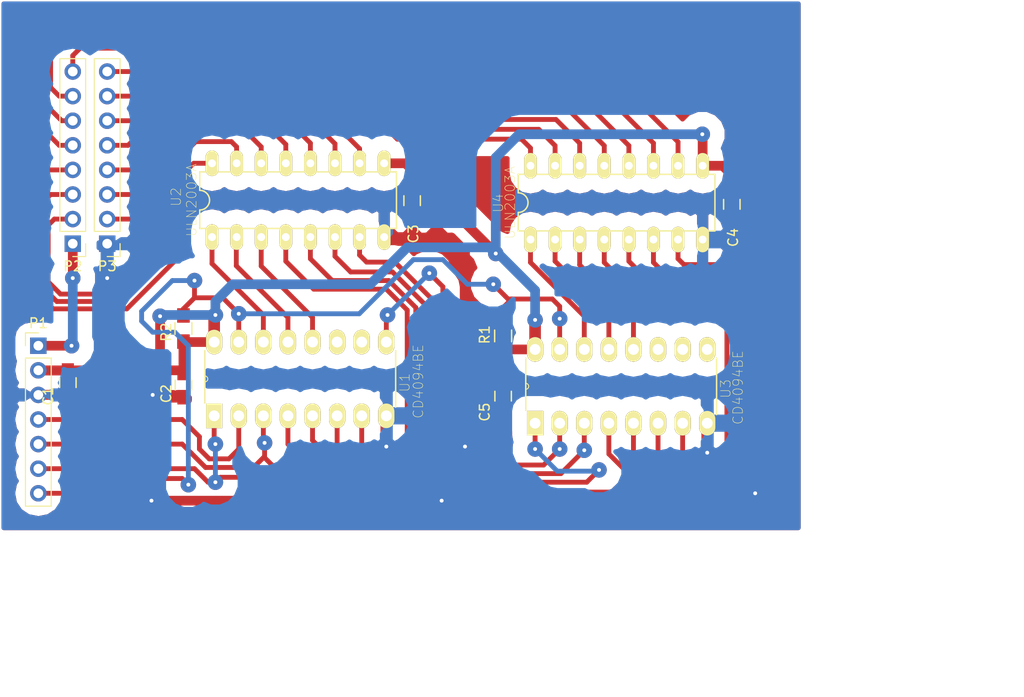
<source format=kicad_pcb>
(kicad_pcb (version 4) (host pcbnew 4.0.6)

  (general
    (links 60)
    (no_connects 0)
    (area 0 0 0 0)
    (thickness 1.6)
    (drawings 2)
    (tracks 451)
    (zones 0)
    (modules 14)
    (nets 37)
  )

  (page A4)
  (layers
    (0 F.Cu signal)
    (31 B.Cu signal hide)
    (32 B.Adhes user)
    (33 F.Adhes user)
    (34 B.Paste user)
    (35 F.Paste user)
    (36 B.SilkS user)
    (37 F.SilkS user)
    (38 B.Mask user)
    (39 F.Mask user)
    (40 Dwgs.User user)
    (41 Cmts.User user)
    (42 Eco1.User user)
    (43 Eco2.User user)
    (44 Edge.Cuts user)
    (45 Margin user)
    (46 B.CrtYd user)
    (47 F.CrtYd user)
    (48 B.Fab user)
    (49 F.Fab user)
  )

  (setup
    (last_trace_width 0.25)
    (user_trace_width 0.3)
    (user_trace_width 0.5)
    (user_trace_width 1)
    (trace_clearance 0.2)
    (zone_clearance 1.5)
    (zone_45_only yes)
    (trace_min 0.2)
    (segment_width 0.2)
    (edge_width 0.15)
    (via_size 0.6)
    (via_drill 0.4)
    (via_min_size 0.4)
    (via_min_drill 0.3)
    (user_via 1.6 0.4)
    (uvia_size 0.3)
    (uvia_drill 0.1)
    (uvias_allowed no)
    (uvia_min_size 0.2)
    (uvia_min_drill 0.1)
    (pcb_text_width 0.3)
    (pcb_text_size 1.5 1.5)
    (mod_edge_width 0.15)
    (mod_text_size 1 1)
    (mod_text_width 0.15)
    (pad_size 1.524 1.524)
    (pad_drill 0.762)
    (pad_to_mask_clearance 0.2)
    (aux_axis_origin 0 0)
    (visible_elements 7FFFFFFF)
    (pcbplotparams
      (layerselection 0x00030_80000001)
      (usegerberextensions false)
      (excludeedgelayer true)
      (linewidth 0.100000)
      (plotframeref false)
      (viasonmask false)
      (mode 1)
      (useauxorigin false)
      (hpglpennumber 1)
      (hpglpenspeed 20)
      (hpglpendiameter 15)
      (hpglpenoverlay 2)
      (psnegative false)
      (psa4output false)
      (plotreference true)
      (plotvalue true)
      (plotinvisibletext false)
      (padsonsilk false)
      (subtractmaskfromsilk false)
      (outputformat 1)
      (mirror false)
      (drillshape 1)
      (scaleselection 1)
      (outputdirectory ""))
  )

  (net 0 "")
  (net 1 VDD)
  (net 2 GNDPWR)
  (net 3 /P0)
  (net 4 /P1)
  (net 5 /P2)
  (net 6 /P3)
  (net 7 /P4)
  (net 8 /P7)
  (net 9 /P8)
  (net 10 /P9)
  (net 11 /P10)
  (net 12 /P11)
  (net 13 /P13)
  (net 14 /OE)
  (net 15 /STRB)
  (net 16 /CLK)
  (net 17 /P6)
  (net 18 /P5)
  (net 19 /P12)
  (net 20 /Q12)
  (net 21 /Q11)
  (net 22 /Q10)
  (net 23 /Q6)
  (net 24 /Q7)
  (net 25 /Q8)
  (net 26 /Q9)
  (net 27 /Q0)
  (net 28 /Q1)
  (net 29 /Q2)
  (net 30 /Q3)
  (net 31 /Q5)
  (net 32 /Q4)
  (net 33 /DATA_IN)
  (net 34 /CAS_HI)
  (net 35 /Q13)
  (net 36 VPP)

  (net_class Default "Esta es la clase de red por defecto."
    (clearance 0.2)
    (trace_width 0.25)
    (via_dia 0.6)
    (via_drill 0.4)
    (uvia_dia 0.3)
    (uvia_drill 0.1)
    (add_net /P0)
    (add_net /P1)
    (add_net /P10)
    (add_net /P11)
    (add_net /P12)
    (add_net /P13)
    (add_net /P2)
    (add_net /P3)
    (add_net /P4)
    (add_net /P5)
    (add_net /P6)
    (add_net /P7)
    (add_net /P8)
    (add_net /P9)
    (add_net /Q13)
    (add_net VPP)
  )

  (net_class DSIGNAL ""
    (clearance 0.25)
    (trace_width 0.5)
    (via_dia 1.6)
    (via_drill 0.4)
    (uvia_dia 0.3)
    (uvia_drill 0.1)
    (add_net /CAS_HI)
    (add_net /CLK)
    (add_net /DATA_IN)
    (add_net /OE)
    (add_net /Q0)
    (add_net /Q1)
    (add_net /Q10)
    (add_net /Q11)
    (add_net /Q12)
    (add_net /Q2)
    (add_net /Q3)
    (add_net /Q4)
    (add_net /Q5)
    (add_net /Q6)
    (add_net /Q7)
    (add_net /Q8)
    (add_net /Q9)
    (add_net /STRB)
  )

  (net_class POWER ""
    (clearance 0.3)
    (trace_width 1.2)
    (via_dia 1.6)
    (via_drill 0.4)
    (uvia_dia 0.3)
    (uvia_drill 0.1)
    (add_net GNDPWR)
    (add_net VDD)
  )

  (module Capacitors_SMD:C_0805_HandSoldering (layer F.Cu) (tedit 5A4AA504) (tstamp 5A3089B4)
    (at 122.428 110.49 270)
    (descr "Capacitor SMD 0805, hand soldering")
    (tags "capacitor 0805")
    (path /5A30557F)
    (attr smd)
    (fp_text reference C1 (at 1.397 2.032 270) (layer F.SilkS)
      (effects (font (size 1 1) (thickness 0.15)))
    )
    (fp_text value 1uF/10V (at -0.127 -2.032 270) (layer F.Fab)
      (effects (font (size 1 1) (thickness 0.15)))
    )
    (fp_line (start -1 0.625) (end -1 -0.625) (layer F.Fab) (width 0.15))
    (fp_line (start 1 0.625) (end -1 0.625) (layer F.Fab) (width 0.15))
    (fp_line (start 1 -0.625) (end 1 0.625) (layer F.Fab) (width 0.15))
    (fp_line (start -1 -0.625) (end 1 -0.625) (layer F.Fab) (width 0.15))
    (fp_line (start -2.3 -1) (end 2.3 -1) (layer F.CrtYd) (width 0.05))
    (fp_line (start -2.3 1) (end 2.3 1) (layer F.CrtYd) (width 0.05))
    (fp_line (start -2.3 -1) (end -2.3 1) (layer F.CrtYd) (width 0.05))
    (fp_line (start 2.3 -1) (end 2.3 1) (layer F.CrtYd) (width 0.05))
    (fp_line (start 0.5 -0.85) (end -0.5 -0.85) (layer F.SilkS) (width 0.15))
    (fp_line (start -0.5 0.85) (end 0.5 0.85) (layer F.SilkS) (width 0.15))
    (pad 1 smd rect (at -1.25 0 270) (size 1.5 1.25) (layers F.Cu F.Paste F.Mask)
      (net 1 VDD))
    (pad 2 smd rect (at 1.25 0 270) (size 1.5 1.25) (layers F.Cu F.Paste F.Mask)
      (net 2 GNDPWR))
    (model Capacitors_SMD.3dshapes/C_0805_HandSoldering.wrl
      (at (xyz 0 0 0))
      (scale (xyz 1 1 1))
      (rotate (xyz 0 0 0))
    )
  )

  (module Capacitors_SMD:C_0805_HandSoldering (layer F.Cu) (tedit 5A4AA4FE) (tstamp 5A3089BA)
    (at 134.366 110.744 270)
    (descr "Capacitor SMD 0805, hand soldering")
    (tags "capacitor 0805")
    (path /5A3054BF)
    (attr smd)
    (fp_text reference C2 (at 0.889 1.778 270) (layer F.SilkS)
      (effects (font (size 1 1) (thickness 0.15)))
    )
    (fp_text value 0.1uF/10V (at -0.254 -1.651 270) (layer F.Fab)
      (effects (font (size 1 1) (thickness 0.15)))
    )
    (fp_line (start -1 0.625) (end -1 -0.625) (layer F.Fab) (width 0.15))
    (fp_line (start 1 0.625) (end -1 0.625) (layer F.Fab) (width 0.15))
    (fp_line (start 1 -0.625) (end 1 0.625) (layer F.Fab) (width 0.15))
    (fp_line (start -1 -0.625) (end 1 -0.625) (layer F.Fab) (width 0.15))
    (fp_line (start -2.3 -1) (end 2.3 -1) (layer F.CrtYd) (width 0.05))
    (fp_line (start -2.3 1) (end 2.3 1) (layer F.CrtYd) (width 0.05))
    (fp_line (start -2.3 -1) (end -2.3 1) (layer F.CrtYd) (width 0.05))
    (fp_line (start 2.3 -1) (end 2.3 1) (layer F.CrtYd) (width 0.05))
    (fp_line (start 0.5 -0.85) (end -0.5 -0.85) (layer F.SilkS) (width 0.15))
    (fp_line (start -0.5 0.85) (end 0.5 0.85) (layer F.SilkS) (width 0.15))
    (pad 1 smd rect (at -1.25 0 270) (size 1.5 1.25) (layers F.Cu F.Paste F.Mask)
      (net 1 VDD))
    (pad 2 smd rect (at 1.25 0 270) (size 1.5 1.25) (layers F.Cu F.Paste F.Mask)
      (net 2 GNDPWR))
    (model Capacitors_SMD.3dshapes/C_0805_HandSoldering.wrl
      (at (xyz 0 0 0))
      (scale (xyz 1 1 1))
      (rotate (xyz 0 0 0))
    )
  )

  (module Capacitors_SMD:C_0805_HandSoldering (layer F.Cu) (tedit 5A4AA533) (tstamp 5A3089C0)
    (at 157.988 91.694 270)
    (descr "Capacitor SMD 0805, hand soldering")
    (tags "capacitor 0805")
    (path /5A309AAD)
    (attr smd)
    (fp_text reference C3 (at 3.429 -0.127 270) (layer F.SilkS)
      (effects (font (size 1 1) (thickness 0.15)))
    )
    (fp_text value 0.1uF/10V (at 0.127 -1.778 270) (layer F.Fab)
      (effects (font (size 1 1) (thickness 0.15)))
    )
    (fp_line (start -1 0.625) (end -1 -0.625) (layer F.Fab) (width 0.15))
    (fp_line (start 1 0.625) (end -1 0.625) (layer F.Fab) (width 0.15))
    (fp_line (start 1 -0.625) (end 1 0.625) (layer F.Fab) (width 0.15))
    (fp_line (start -1 -0.625) (end 1 -0.625) (layer F.Fab) (width 0.15))
    (fp_line (start -2.3 -1) (end 2.3 -1) (layer F.CrtYd) (width 0.05))
    (fp_line (start -2.3 1) (end 2.3 1) (layer F.CrtYd) (width 0.05))
    (fp_line (start -2.3 -1) (end -2.3 1) (layer F.CrtYd) (width 0.05))
    (fp_line (start 2.3 -1) (end 2.3 1) (layer F.CrtYd) (width 0.05))
    (fp_line (start 0.5 -0.85) (end -0.5 -0.85) (layer F.SilkS) (width 0.15))
    (fp_line (start -0.5 0.85) (end 0.5 0.85) (layer F.SilkS) (width 0.15))
    (pad 1 smd rect (at -1.25 0 270) (size 1.5 1.25) (layers F.Cu F.Paste F.Mask)
      (net 1 VDD))
    (pad 2 smd rect (at 1.25 0 270) (size 1.5 1.25) (layers F.Cu F.Paste F.Mask)
      (net 2 GNDPWR))
    (model Capacitors_SMD.3dshapes/C_0805_HandSoldering.wrl
      (at (xyz 0 0 0))
      (scale (xyz 1 1 1))
      (rotate (xyz 0 0 0))
    )
  )

  (module Capacitors_SMD:C_0805_HandSoldering (layer F.Cu) (tedit 5A4AA541) (tstamp 5A3089C6)
    (at 191.008 92.075 270)
    (descr "Capacitor SMD 0805, hand soldering")
    (tags "capacitor 0805")
    (path /5A309AF3)
    (attr smd)
    (fp_text reference C4 (at 3.429 -0.127 270) (layer F.SilkS)
      (effects (font (size 1 1) (thickness 0.15)))
    )
    (fp_text value 0.1uF/10V (at 0.127 -1.778 270) (layer F.Fab)
      (effects (font (size 1 1) (thickness 0.15)))
    )
    (fp_line (start -1 0.625) (end -1 -0.625) (layer F.Fab) (width 0.15))
    (fp_line (start 1 0.625) (end -1 0.625) (layer F.Fab) (width 0.15))
    (fp_line (start 1 -0.625) (end 1 0.625) (layer F.Fab) (width 0.15))
    (fp_line (start -1 -0.625) (end 1 -0.625) (layer F.Fab) (width 0.15))
    (fp_line (start -2.3 -1) (end 2.3 -1) (layer F.CrtYd) (width 0.05))
    (fp_line (start -2.3 1) (end 2.3 1) (layer F.CrtYd) (width 0.05))
    (fp_line (start -2.3 -1) (end -2.3 1) (layer F.CrtYd) (width 0.05))
    (fp_line (start 2.3 -1) (end 2.3 1) (layer F.CrtYd) (width 0.05))
    (fp_line (start 0.5 -0.85) (end -0.5 -0.85) (layer F.SilkS) (width 0.15))
    (fp_line (start -0.5 0.85) (end 0.5 0.85) (layer F.SilkS) (width 0.15))
    (pad 1 smd rect (at -1.25 0 270) (size 1.5 1.25) (layers F.Cu F.Paste F.Mask)
      (net 1 VDD))
    (pad 2 smd rect (at 1.25 0 270) (size 1.5 1.25) (layers F.Cu F.Paste F.Mask)
      (net 2 GNDPWR))
    (model Capacitors_SMD.3dshapes/C_0805_HandSoldering.wrl
      (at (xyz 0 0 0))
      (scale (xyz 1 1 1))
      (rotate (xyz 0 0 0))
    )
  )

  (module Capacitors_SMD:C_0805_HandSoldering (layer F.Cu) (tedit 5A4AA50F) (tstamp 5A3089CC)
    (at 167.386 111.887 270)
    (descr "Capacitor SMD 0805, hand soldering")
    (tags "capacitor 0805")
    (path /5A309B34)
    (attr smd)
    (fp_text reference C5 (at 1.651 1.905 270) (layer F.SilkS)
      (effects (font (size 1 1) (thickness 0.15)))
    )
    (fp_text value 0.1uF/10V (at -0.127 -1.651 270) (layer F.Fab)
      (effects (font (size 1 1) (thickness 0.15)))
    )
    (fp_line (start -1 0.625) (end -1 -0.625) (layer F.Fab) (width 0.15))
    (fp_line (start 1 0.625) (end -1 0.625) (layer F.Fab) (width 0.15))
    (fp_line (start 1 -0.625) (end 1 0.625) (layer F.Fab) (width 0.15))
    (fp_line (start -1 -0.625) (end 1 -0.625) (layer F.Fab) (width 0.15))
    (fp_line (start -2.3 -1) (end 2.3 -1) (layer F.CrtYd) (width 0.05))
    (fp_line (start -2.3 1) (end 2.3 1) (layer F.CrtYd) (width 0.05))
    (fp_line (start -2.3 -1) (end -2.3 1) (layer F.CrtYd) (width 0.05))
    (fp_line (start 2.3 -1) (end 2.3 1) (layer F.CrtYd) (width 0.05))
    (fp_line (start 0.5 -0.85) (end -0.5 -0.85) (layer F.SilkS) (width 0.15))
    (fp_line (start -0.5 0.85) (end 0.5 0.85) (layer F.SilkS) (width 0.15))
    (pad 1 smd rect (at -1.25 0 270) (size 1.5 1.25) (layers F.Cu F.Paste F.Mask)
      (net 1 VDD))
    (pad 2 smd rect (at 1.25 0 270) (size 1.5 1.25) (layers F.Cu F.Paste F.Mask)
      (net 2 GNDPWR))
    (model Capacitors_SMD.3dshapes/C_0805_HandSoldering.wrl
      (at (xyz 0 0 0))
      (scale (xyz 1 1 1))
      (rotate (xyz 0 0 0))
    )
  )

  (module Resistors_SMD:R_0805_HandSoldering (layer F.Cu) (tedit 5A4AA51B) (tstamp 5A3089F2)
    (at 167.386 105.664 270)
    (descr "Resistor SMD 0805, hand soldering")
    (tags "resistor 0805")
    (path /5A307FE8)
    (attr smd)
    (fp_text reference R1 (at -0.127 1.905 270) (layer F.SilkS)
      (effects (font (size 1 1) (thickness 0.15)))
    )
    (fp_text value 10k (at 0 -1.651 270) (layer F.Fab)
      (effects (font (size 1 1) (thickness 0.15)))
    )
    (fp_line (start -1 0.625) (end -1 -0.625) (layer F.Fab) (width 0.1))
    (fp_line (start 1 0.625) (end -1 0.625) (layer F.Fab) (width 0.1))
    (fp_line (start 1 -0.625) (end 1 0.625) (layer F.Fab) (width 0.1))
    (fp_line (start -1 -0.625) (end 1 -0.625) (layer F.Fab) (width 0.1))
    (fp_line (start -2.4 -1) (end 2.4 -1) (layer F.CrtYd) (width 0.05))
    (fp_line (start -2.4 1) (end 2.4 1) (layer F.CrtYd) (width 0.05))
    (fp_line (start -2.4 -1) (end -2.4 1) (layer F.CrtYd) (width 0.05))
    (fp_line (start 2.4 -1) (end 2.4 1) (layer F.CrtYd) (width 0.05))
    (fp_line (start 0.6 0.875) (end -0.6 0.875) (layer F.SilkS) (width 0.15))
    (fp_line (start -0.6 -0.875) (end 0.6 -0.875) (layer F.SilkS) (width 0.15))
    (pad 1 smd rect (at -1.35 0 270) (size 1.5 1.3) (layers F.Cu F.Paste F.Mask)
      (net 14 /OE))
    (pad 2 smd rect (at 1.35 0 270) (size 1.5 1.3) (layers F.Cu F.Paste F.Mask)
      (net 1 VDD))
    (model Resistors_SMD.3dshapes/R_0805_HandSoldering.wrl
      (at (xyz 0 0 0))
      (scale (xyz 1 1 1))
      (rotate (xyz 0 0 0))
    )
  )

  (module Resistors_SMD:R_0805_HandSoldering (layer F.Cu) (tedit 5A4AA525) (tstamp 5A3089F8)
    (at 134.366 104.902 270)
    (descr "Resistor SMD 0805, hand soldering")
    (tags "resistor 0805")
    (path /5A308EFE)
    (attr smd)
    (fp_text reference R2 (at 0.381 1.778 270) (layer F.SilkS)
      (effects (font (size 1 1) (thickness 0.15)))
    )
    (fp_text value 10k (at -0.127 -1.778 270) (layer F.Fab)
      (effects (font (size 1 1) (thickness 0.15)))
    )
    (fp_line (start -1 0.625) (end -1 -0.625) (layer F.Fab) (width 0.1))
    (fp_line (start 1 0.625) (end -1 0.625) (layer F.Fab) (width 0.1))
    (fp_line (start 1 -0.625) (end 1 0.625) (layer F.Fab) (width 0.1))
    (fp_line (start -1 -0.625) (end 1 -0.625) (layer F.Fab) (width 0.1))
    (fp_line (start -2.4 -1) (end 2.4 -1) (layer F.CrtYd) (width 0.05))
    (fp_line (start -2.4 1) (end 2.4 1) (layer F.CrtYd) (width 0.05))
    (fp_line (start -2.4 -1) (end -2.4 1) (layer F.CrtYd) (width 0.05))
    (fp_line (start 2.4 -1) (end 2.4 1) (layer F.CrtYd) (width 0.05))
    (fp_line (start 0.6 0.875) (end -0.6 0.875) (layer F.SilkS) (width 0.15))
    (fp_line (start -0.6 -0.875) (end 0.6 -0.875) (layer F.SilkS) (width 0.15))
    (pad 1 smd rect (at -1.35 0 270) (size 1.5 1.3) (layers F.Cu F.Paste F.Mask)
      (net 14 /OE))
    (pad 2 smd rect (at 1.35 0 270) (size 1.5 1.3) (layers F.Cu F.Paste F.Mask)
      (net 1 VDD))
    (model Resistors_SMD.3dshapes/R_0805_HandSoldering.wrl
      (at (xyz 0 0 0))
      (scale (xyz 1 1 1))
      (rotate (xyz 0 0 0))
    )
  )

  (module CenditFootprints2:CD4094-DIP16 (layer F.Cu) (tedit 5A430321) (tstamp 5A308A0C)
    (at 155.321 106.299 90)
    (path /5A305280)
    (fp_text reference U1 (at -4.191 1.905 90) (layer F.SilkS)
      (effects (font (size 1 1) (thickness 0.05)))
    )
    (fp_text value CD4094BE (at -4.064 3.302 90) (layer F.SilkS)
      (effects (font (size 1 1) (thickness 0.05)))
    )
    (fp_line (start -6.731 0.9652) (end -0.889 0.9652) (layer F.SilkS) (width 0.1524))
    (fp_line (start -0.889 -18.7452) (end -3.5052 -18.7452) (layer F.SilkS) (width 0.1524))
    (fp_line (start -3.5052 -18.7452) (end -4.1148 -18.7452) (layer F.SilkS) (width 0.1524))
    (fp_line (start -4.1148 -18.7452) (end -6.2992 -18.7452) (layer F.SilkS) (width 0.1524))
    (fp_arc (start -3.81 -18.7452) (end -4.1148 -18.7452) (angle -180) (layer F.SilkS) (width 0))
    (fp_line (start -7.112 -17.2212) (end -7.112 -18.3388) (layer Dwgs.User) (width 0.1524))
    (fp_line (start -7.112 -18.3388) (end -8.1788 -18.3388) (layer Dwgs.User) (width 0.1524))
    (fp_line (start -8.1788 -18.3388) (end -8.1788 -17.2212) (layer Dwgs.User) (width 0.1524))
    (fp_line (start -8.1788 -17.2212) (end -7.112 -17.2212) (layer Dwgs.User) (width 0.1524))
    (fp_line (start -7.112 -14.6812) (end -7.112 -15.7988) (layer Dwgs.User) (width 0.1524))
    (fp_line (start -7.112 -15.7988) (end -8.1788 -15.7988) (layer Dwgs.User) (width 0.1524))
    (fp_line (start -8.1788 -15.7988) (end -8.1788 -14.6812) (layer Dwgs.User) (width 0.1524))
    (fp_line (start -8.1788 -14.6812) (end -7.112 -14.6812) (layer Dwgs.User) (width 0.1524))
    (fp_line (start -7.112 -12.1412) (end -7.112 -13.2588) (layer Dwgs.User) (width 0.1524))
    (fp_line (start -7.112 -13.2588) (end -8.1788 -13.2588) (layer Dwgs.User) (width 0.1524))
    (fp_line (start -8.1788 -13.2588) (end -8.1788 -12.1412) (layer Dwgs.User) (width 0.1524))
    (fp_line (start -8.1788 -12.1412) (end -7.112 -12.1412) (layer Dwgs.User) (width 0.1524))
    (fp_line (start -7.112 -9.6012) (end -7.112 -10.7188) (layer Dwgs.User) (width 0.1524))
    (fp_line (start -7.112 -10.7188) (end -8.1788 -10.7188) (layer Dwgs.User) (width 0.1524))
    (fp_line (start -8.1788 -10.7188) (end -8.1788 -9.6012) (layer Dwgs.User) (width 0.1524))
    (fp_line (start -8.1788 -9.6012) (end -7.112 -9.6012) (layer Dwgs.User) (width 0.1524))
    (fp_line (start -7.112 -7.0612) (end -7.112 -8.1788) (layer Dwgs.User) (width 0.1524))
    (fp_line (start -7.112 -8.1788) (end -8.1788 -8.1788) (layer Dwgs.User) (width 0.1524))
    (fp_line (start -8.1788 -8.1788) (end -8.1788 -7.0612) (layer Dwgs.User) (width 0.1524))
    (fp_line (start -8.1788 -7.0612) (end -7.112 -7.0612) (layer Dwgs.User) (width 0.1524))
    (fp_line (start -7.112 -4.5212) (end -7.112 -5.6388) (layer Dwgs.User) (width 0.1524))
    (fp_line (start -7.112 -5.6388) (end -8.1788 -5.6388) (layer Dwgs.User) (width 0.1524))
    (fp_line (start -8.1788 -5.6388) (end -8.1788 -4.5212) (layer Dwgs.User) (width 0.1524))
    (fp_line (start -8.1788 -4.5212) (end -7.112 -4.5212) (layer Dwgs.User) (width 0.1524))
    (fp_line (start -7.112 -1.9812) (end -7.112 -3.0988) (layer Dwgs.User) (width 0.1524))
    (fp_line (start -7.112 -3.0988) (end -8.1788 -3.0988) (layer Dwgs.User) (width 0.1524))
    (fp_line (start -8.1788 -3.0988) (end -8.1788 -1.9812) (layer Dwgs.User) (width 0.1524))
    (fp_line (start -8.1788 -1.9812) (end -7.112 -1.9812) (layer Dwgs.User) (width 0.1524))
    (fp_line (start -7.112 0.5588) (end -7.112 -0.5588) (layer Dwgs.User) (width 0.1524))
    (fp_line (start -7.112 -0.5588) (end -8.1788 -0.5588) (layer Dwgs.User) (width 0.1524))
    (fp_line (start -8.1788 -0.5588) (end -8.1788 0.5588) (layer Dwgs.User) (width 0.1524))
    (fp_line (start -8.1788 0.5588) (end -7.112 0.5588) (layer Dwgs.User) (width 0.1524))
    (fp_line (start -0.508 -0.5588) (end -0.508 0.5588) (layer Dwgs.User) (width 0.1524))
    (fp_line (start -0.508 0.5588) (end 0.5588 0.5588) (layer Dwgs.User) (width 0.1524))
    (fp_line (start 0.5588 0.5588) (end 0.5588 -0.5588) (layer Dwgs.User) (width 0.1524))
    (fp_line (start 0.5588 -0.5588) (end -0.508 -0.5588) (layer Dwgs.User) (width 0.1524))
    (fp_line (start -0.508 -3.0988) (end -0.508 -1.9812) (layer Dwgs.User) (width 0.1524))
    (fp_line (start -0.508 -1.9812) (end 0.5588 -1.9812) (layer Dwgs.User) (width 0.1524))
    (fp_line (start 0.5588 -1.9812) (end 0.5588 -3.0988) (layer Dwgs.User) (width 0.1524))
    (fp_line (start 0.5588 -3.0988) (end -0.508 -3.0988) (layer Dwgs.User) (width 0.1524))
    (fp_line (start -0.508 -5.6388) (end -0.508 -4.5212) (layer Dwgs.User) (width 0.1524))
    (fp_line (start -0.508 -4.5212) (end 0.5588 -4.5212) (layer Dwgs.User) (width 0.1524))
    (fp_line (start 0.5588 -4.5212) (end 0.5588 -5.6388) (layer Dwgs.User) (width 0.1524))
    (fp_line (start 0.5588 -5.6388) (end -0.508 -5.6388) (layer Dwgs.User) (width 0.1524))
    (fp_line (start -0.508 -8.1788) (end -0.508 -7.0612) (layer Dwgs.User) (width 0.1524))
    (fp_line (start -0.508 -7.0612) (end 0.5588 -7.0612) (layer Dwgs.User) (width 0.1524))
    (fp_line (start 0.5588 -7.0612) (end 0.5588 -8.1788) (layer Dwgs.User) (width 0.1524))
    (fp_line (start 0.5588 -8.1788) (end -0.508 -8.1788) (layer Dwgs.User) (width 0.1524))
    (fp_line (start -0.508 -10.7188) (end -0.508 -9.6012) (layer Dwgs.User) (width 0.1524))
    (fp_line (start -0.508 -9.6012) (end 0.5588 -9.6012) (layer Dwgs.User) (width 0.1524))
    (fp_line (start 0.5588 -9.6012) (end 0.5588 -10.7188) (layer Dwgs.User) (width 0.1524))
    (fp_line (start 0.5588 -10.7188) (end -0.508 -10.7188) (layer Dwgs.User) (width 0.1524))
    (fp_line (start -0.508 -13.2588) (end -0.508 -12.1412) (layer Dwgs.User) (width 0.1524))
    (fp_line (start -0.508 -12.1412) (end 0.5588 -12.1412) (layer Dwgs.User) (width 0.1524))
    (fp_line (start 0.5588 -12.1412) (end 0.5588 -13.2588) (layer Dwgs.User) (width 0.1524))
    (fp_line (start 0.5588 -13.2588) (end -0.508 -13.2588) (layer Dwgs.User) (width 0.1524))
    (fp_line (start -0.508 -15.7988) (end -0.508 -14.6812) (layer Dwgs.User) (width 0.1524))
    (fp_line (start -0.508 -14.6812) (end 0.5588 -14.6812) (layer Dwgs.User) (width 0.1524))
    (fp_line (start 0.5588 -14.6812) (end 0.5588 -15.7988) (layer Dwgs.User) (width 0.1524))
    (fp_line (start 0.5588 -15.7988) (end -0.508 -15.7988) (layer Dwgs.User) (width 0.1524))
    (fp_line (start -0.508 -18.3388) (end -0.508 -17.2212) (layer Dwgs.User) (width 0.1524))
    (fp_line (start -0.508 -17.2212) (end 0.5588 -17.2212) (layer Dwgs.User) (width 0.1524))
    (fp_line (start 0.5588 -17.2212) (end 0.5588 -18.3388) (layer Dwgs.User) (width 0.1524))
    (fp_line (start 0.5588 -18.3388) (end -0.508 -18.3388) (layer Dwgs.User) (width 0.1524))
    (fp_line (start -7.112 0.9652) (end -0.508 0.9652) (layer Dwgs.User) (width 0.1524))
    (fp_line (start -0.508 0.9652) (end -0.508 -18.7452) (layer Dwgs.User) (width 0.1524))
    (fp_line (start -0.508 -18.7452) (end -3.5052 -18.7452) (layer Dwgs.User) (width 0.1524))
    (fp_line (start -3.5052 -18.7452) (end -4.1148 -18.7452) (layer Dwgs.User) (width 0.1524))
    (fp_line (start -4.1148 -18.7452) (end -7.112 -18.7452) (layer Dwgs.User) (width 0.1524))
    (fp_line (start -7.112 -18.7452) (end -7.112 0.9652) (layer Dwgs.User) (width 0.1524))
    (fp_arc (start -3.81 -18.7452) (end -4.1148 -18.7452) (angle -180) (layer Dwgs.User) (width 0))
    (pad 1 thru_hole rect (at -7.62 -17.78 90) (size 2.54 1.6764) (drill 1.1176) (layers *.Cu *.Mask F.SilkS)
      (net 15 /STRB))
    (pad 2 thru_hole oval (at -7.62 -15.24 90) (size 2.54 1.6764) (drill 1.1176) (layers *.Cu *.Mask F.SilkS)
      (net 33 /DATA_IN))
    (pad 3 thru_hole oval (at -7.62 -12.7 90) (size 2.54 1.6764) (drill 1.1176) (layers *.Cu *.Mask F.SilkS)
      (net 16 /CLK))
    (pad 4 thru_hole oval (at -7.62 -10.16 90) (size 2.54 1.6764) (drill 1.1176) (layers *.Cu *.Mask F.SilkS)
      (net 27 /Q0))
    (pad 5 thru_hole oval (at -7.62 -7.62 90) (size 2.54 1.6764) (drill 1.1176) (layers *.Cu *.Mask F.SilkS)
      (net 28 /Q1))
    (pad 6 thru_hole oval (at -7.62 -5.08 90) (size 2.54 1.6764) (drill 1.1176) (layers *.Cu *.Mask F.SilkS)
      (net 29 /Q2))
    (pad 7 thru_hole oval (at -7.62 -2.54 90) (size 2.54 1.6764) (drill 1.1176) (layers *.Cu *.Mask F.SilkS)
      (net 30 /Q3))
    (pad 8 thru_hole oval (at -7.62 0 90) (size 2.54 1.6764) (drill 1.1176) (layers *.Cu *.Mask F.SilkS)
      (net 2 GNDPWR))
    (pad 9 thru_hole oval (at 0 0 90) (size 2.54 1.6764) (drill 1.1176) (layers *.Cu *.Mask F.SilkS)
      (net 34 /CAS_HI))
    (pad 10 thru_hole oval (at 0 -2.54 90) (size 2.54 1.6764) (drill 1.1176) (layers *.Cu *.Mask F.SilkS))
    (pad 11 thru_hole oval (at 0 -5.08 90) (size 2.54 1.6764) (drill 1.1176) (layers *.Cu *.Mask F.SilkS))
    (pad 12 thru_hole oval (at 0 -7.62 90) (size 2.54 1.6764) (drill 1.1176) (layers *.Cu *.Mask F.SilkS)
      (net 23 /Q6))
    (pad 13 thru_hole oval (at 0 -10.16 90) (size 2.54 1.6764) (drill 1.1176) (layers *.Cu *.Mask F.SilkS)
      (net 31 /Q5))
    (pad 14 thru_hole oval (at 0 -12.7 90) (size 2.54 1.6764) (drill 1.1176) (layers *.Cu *.Mask F.SilkS)
      (net 32 /Q4))
    (pad 15 thru_hole oval (at 0 -15.24 90) (size 2.54 1.6764) (drill 1.1176) (layers *.Cu *.Mask F.SilkS)
      (net 14 /OE))
    (pad 16 thru_hole oval (at 0 -17.78 90) (size 2.54 1.6764) (drill 1.1176) (layers *.Cu *.Mask F.SilkS)
      (net 1 VDD))
  )

  (module CenditFootprints2:ULN2003-DIP16 (layer F.Cu) (tedit 5A42FF13) (tstamp 5A308A20)
    (at 156.21 88.646 90)
    (descr "<b>Dual In Line Package</b>")
    (path /5A3052DF)
    (fp_text reference U2 (at -2.667 -22.606 90) (layer F.SilkS)
      (effects (font (size 1.00021 1.00021) (thickness 0.05)))
    )
    (fp_text value ULN2003A (at -3 -21 90) (layer F.SilkS)
      (effects (font (size 1.00113 1.00113) (thickness 0.05)))
    )
    (fp_line (start -0.079 0.16) (end -0.079 -20.16) (layer F.SilkS) (width 0.1524))
    (fp_line (start -5.921 -20.16) (end -5.921 0.16) (layer F.SilkS) (width 0.1524))
    (fp_line (start -0.079 0.16) (end -5.921 0.16) (layer F.SilkS) (width 0.1524))
    (fp_line (start -0.079 -20.16) (end -1.984 -20.16) (layer F.SilkS) (width 0.1524))
    (fp_line (start -5.921 -20.16) (end -4.016 -20.16) (layer F.SilkS) (width 0.1524))
    (fp_arc (start -3 -20.16) (end -4.016 -20.16) (angle -180) (layer F.SilkS) (width 0.1524))
    (pad 1 thru_hole oval (at -6.81 -18.89 90) (size 2.6416 1.3208) (drill 0.8128) (layers *.Cu *.Mask F.SilkS)
      (net 32 /Q4))
    (pad 2 thru_hole oval (at -6.81 -16.35 90) (size 2.6416 1.3208) (drill 0.8128) (layers *.Cu *.Mask F.SilkS)
      (net 31 /Q5))
    (pad 7 thru_hole oval (at -6.81 -3.65 90) (size 2.6416 1.3208) (drill 0.8128) (layers *.Cu *.Mask F.SilkS)
      (net 27 /Q0))
    (pad 8 thru_hole oval (at -6.81 -1.11 90) (size 2.6416 1.3208) (drill 0.8128) (layers *.Cu *.Mask F.SilkS)
      (net 2 GNDPWR))
    (pad 3 thru_hole oval (at -6.81 -13.81 90) (size 2.6416 1.3208) (drill 0.8128) (layers *.Cu *.Mask F.SilkS)
      (net 23 /Q6))
    (pad 4 thru_hole oval (at -6.81 -11.27 90) (size 2.6416 1.3208) (drill 0.8128) (layers *.Cu *.Mask F.SilkS)
      (net 30 /Q3))
    (pad 6 thru_hole oval (at -6.81 -6.19 90) (size 2.6416 1.3208) (drill 0.8128) (layers *.Cu *.Mask F.SilkS)
      (net 28 /Q1))
    (pad 5 thru_hole oval (at -6.81 -8.73 90) (size 2.6416 1.3208) (drill 0.8128) (layers *.Cu *.Mask F.SilkS)
      (net 29 /Q2))
    (pad 9 thru_hole oval (at 0.81 -1.11 90) (size 2.6416 1.3208) (drill 0.8128) (layers *.Cu *.Mask F.SilkS)
      (net 1 VDD))
    (pad 10 thru_hole oval (at 0.81 -3.65 90) (size 2.6416 1.3208) (drill 0.8128) (layers *.Cu *.Mask F.SilkS)
      (net 17 /P6))
    (pad 11 thru_hole oval (at 0.81 -6.19 90) (size 2.6416 1.3208) (drill 0.8128) (layers *.Cu *.Mask F.SilkS)
      (net 18 /P5))
    (pad 12 thru_hole oval (at 0.81 -8.73 90) (size 2.6416 1.3208) (drill 0.8128) (layers *.Cu *.Mask F.SilkS)
      (net 7 /P4))
    (pad 13 thru_hole oval (at 0.81 -11.27 90) (size 2.6416 1.3208) (drill 0.8128) (layers *.Cu *.Mask F.SilkS)
      (net 6 /P3))
    (pad 14 thru_hole oval (at 0.81 -13.81 90) (size 2.6416 1.3208) (drill 0.8128) (layers *.Cu *.Mask F.SilkS)
      (net 5 /P2))
    (pad 15 thru_hole oval (at 0.81 -16.35 90) (size 2.6416 1.3208) (drill 0.8128) (layers *.Cu *.Mask F.SilkS)
      (net 4 /P1))
    (pad 16 thru_hole oval (at 0.81 -18.89 90) (size 2.6416 1.3208) (drill 0.8128) (layers *.Cu *.Mask F.SilkS)
      (net 3 /P0))
  )

  (module CenditFootprints2:CD4094-DIP16 (layer F.Cu) (tedit 5A430315) (tstamp 5A308A34)
    (at 188.468 107.061 90)
    (path /5A308ECC)
    (fp_text reference U3 (at -4.064 1.905 90) (layer F.SilkS)
      (effects (font (size 1 1) (thickness 0.05)))
    )
    (fp_text value CD4094BE (at -3.937 3.175 270) (layer F.SilkS)
      (effects (font (size 1 1) (thickness 0.05)))
    )
    (fp_line (start -6.731 0.9652) (end -0.889 0.9652) (layer F.SilkS) (width 0.1524))
    (fp_line (start -0.889 -18.7452) (end -3.5052 -18.7452) (layer F.SilkS) (width 0.1524))
    (fp_line (start -3.5052 -18.7452) (end -4.1148 -18.7452) (layer F.SilkS) (width 0.1524))
    (fp_line (start -4.1148 -18.7452) (end -6.2992 -18.7452) (layer F.SilkS) (width 0.1524))
    (fp_arc (start -3.81 -18.7452) (end -4.1148 -18.7452) (angle -180) (layer F.SilkS) (width 0))
    (fp_line (start -7.112 -17.2212) (end -7.112 -18.3388) (layer Dwgs.User) (width 0.1524))
    (fp_line (start -7.112 -18.3388) (end -8.1788 -18.3388) (layer Dwgs.User) (width 0.1524))
    (fp_line (start -8.1788 -18.3388) (end -8.1788 -17.2212) (layer Dwgs.User) (width 0.1524))
    (fp_line (start -8.1788 -17.2212) (end -7.112 -17.2212) (layer Dwgs.User) (width 0.1524))
    (fp_line (start -7.112 -14.6812) (end -7.112 -15.7988) (layer Dwgs.User) (width 0.1524))
    (fp_line (start -7.112 -15.7988) (end -8.1788 -15.7988) (layer Dwgs.User) (width 0.1524))
    (fp_line (start -8.1788 -15.7988) (end -8.1788 -14.6812) (layer Dwgs.User) (width 0.1524))
    (fp_line (start -8.1788 -14.6812) (end -7.112 -14.6812) (layer Dwgs.User) (width 0.1524))
    (fp_line (start -7.112 -12.1412) (end -7.112 -13.2588) (layer Dwgs.User) (width 0.1524))
    (fp_line (start -7.112 -13.2588) (end -8.1788 -13.2588) (layer Dwgs.User) (width 0.1524))
    (fp_line (start -8.1788 -13.2588) (end -8.1788 -12.1412) (layer Dwgs.User) (width 0.1524))
    (fp_line (start -8.1788 -12.1412) (end -7.112 -12.1412) (layer Dwgs.User) (width 0.1524))
    (fp_line (start -7.112 -9.6012) (end -7.112 -10.7188) (layer Dwgs.User) (width 0.1524))
    (fp_line (start -7.112 -10.7188) (end -8.1788 -10.7188) (layer Dwgs.User) (width 0.1524))
    (fp_line (start -8.1788 -10.7188) (end -8.1788 -9.6012) (layer Dwgs.User) (width 0.1524))
    (fp_line (start -8.1788 -9.6012) (end -7.112 -9.6012) (layer Dwgs.User) (width 0.1524))
    (fp_line (start -7.112 -7.0612) (end -7.112 -8.1788) (layer Dwgs.User) (width 0.1524))
    (fp_line (start -7.112 -8.1788) (end -8.1788 -8.1788) (layer Dwgs.User) (width 0.1524))
    (fp_line (start -8.1788 -8.1788) (end -8.1788 -7.0612) (layer Dwgs.User) (width 0.1524))
    (fp_line (start -8.1788 -7.0612) (end -7.112 -7.0612) (layer Dwgs.User) (width 0.1524))
    (fp_line (start -7.112 -4.5212) (end -7.112 -5.6388) (layer Dwgs.User) (width 0.1524))
    (fp_line (start -7.112 -5.6388) (end -8.1788 -5.6388) (layer Dwgs.User) (width 0.1524))
    (fp_line (start -8.1788 -5.6388) (end -8.1788 -4.5212) (layer Dwgs.User) (width 0.1524))
    (fp_line (start -8.1788 -4.5212) (end -7.112 -4.5212) (layer Dwgs.User) (width 0.1524))
    (fp_line (start -7.112 -1.9812) (end -7.112 -3.0988) (layer Dwgs.User) (width 0.1524))
    (fp_line (start -7.112 -3.0988) (end -8.1788 -3.0988) (layer Dwgs.User) (width 0.1524))
    (fp_line (start -8.1788 -3.0988) (end -8.1788 -1.9812) (layer Dwgs.User) (width 0.1524))
    (fp_line (start -8.1788 -1.9812) (end -7.112 -1.9812) (layer Dwgs.User) (width 0.1524))
    (fp_line (start -7.112 0.5588) (end -7.112 -0.5588) (layer Dwgs.User) (width 0.1524))
    (fp_line (start -7.112 -0.5588) (end -8.1788 -0.5588) (layer Dwgs.User) (width 0.1524))
    (fp_line (start -8.1788 -0.5588) (end -8.1788 0.5588) (layer Dwgs.User) (width 0.1524))
    (fp_line (start -8.1788 0.5588) (end -7.112 0.5588) (layer Dwgs.User) (width 0.1524))
    (fp_line (start -0.508 -0.5588) (end -0.508 0.5588) (layer Dwgs.User) (width 0.1524))
    (fp_line (start -0.508 0.5588) (end 0.5588 0.5588) (layer Dwgs.User) (width 0.1524))
    (fp_line (start 0.5588 0.5588) (end 0.5588 -0.5588) (layer Dwgs.User) (width 0.1524))
    (fp_line (start 0.5588 -0.5588) (end -0.508 -0.5588) (layer Dwgs.User) (width 0.1524))
    (fp_line (start -0.508 -3.0988) (end -0.508 -1.9812) (layer Dwgs.User) (width 0.1524))
    (fp_line (start -0.508 -1.9812) (end 0.5588 -1.9812) (layer Dwgs.User) (width 0.1524))
    (fp_line (start 0.5588 -1.9812) (end 0.5588 -3.0988) (layer Dwgs.User) (width 0.1524))
    (fp_line (start 0.5588 -3.0988) (end -0.508 -3.0988) (layer Dwgs.User) (width 0.1524))
    (fp_line (start -0.508 -5.6388) (end -0.508 -4.5212) (layer Dwgs.User) (width 0.1524))
    (fp_line (start -0.508 -4.5212) (end 0.5588 -4.5212) (layer Dwgs.User) (width 0.1524))
    (fp_line (start 0.5588 -4.5212) (end 0.5588 -5.6388) (layer Dwgs.User) (width 0.1524))
    (fp_line (start 0.5588 -5.6388) (end -0.508 -5.6388) (layer Dwgs.User) (width 0.1524))
    (fp_line (start -0.508 -8.1788) (end -0.508 -7.0612) (layer Dwgs.User) (width 0.1524))
    (fp_line (start -0.508 -7.0612) (end 0.5588 -7.0612) (layer Dwgs.User) (width 0.1524))
    (fp_line (start 0.5588 -7.0612) (end 0.5588 -8.1788) (layer Dwgs.User) (width 0.1524))
    (fp_line (start 0.5588 -8.1788) (end -0.508 -8.1788) (layer Dwgs.User) (width 0.1524))
    (fp_line (start -0.508 -10.7188) (end -0.508 -9.6012) (layer Dwgs.User) (width 0.1524))
    (fp_line (start -0.508 -9.6012) (end 0.5588 -9.6012) (layer Dwgs.User) (width 0.1524))
    (fp_line (start 0.5588 -9.6012) (end 0.5588 -10.7188) (layer Dwgs.User) (width 0.1524))
    (fp_line (start 0.5588 -10.7188) (end -0.508 -10.7188) (layer Dwgs.User) (width 0.1524))
    (fp_line (start -0.508 -13.2588) (end -0.508 -12.1412) (layer Dwgs.User) (width 0.1524))
    (fp_line (start -0.508 -12.1412) (end 0.5588 -12.1412) (layer Dwgs.User) (width 0.1524))
    (fp_line (start 0.5588 -12.1412) (end 0.5588 -13.2588) (layer Dwgs.User) (width 0.1524))
    (fp_line (start 0.5588 -13.2588) (end -0.508 -13.2588) (layer Dwgs.User) (width 0.1524))
    (fp_line (start -0.508 -15.7988) (end -0.508 -14.6812) (layer Dwgs.User) (width 0.1524))
    (fp_line (start -0.508 -14.6812) (end 0.5588 -14.6812) (layer Dwgs.User) (width 0.1524))
    (fp_line (start 0.5588 -14.6812) (end 0.5588 -15.7988) (layer Dwgs.User) (width 0.1524))
    (fp_line (start 0.5588 -15.7988) (end -0.508 -15.7988) (layer Dwgs.User) (width 0.1524))
    (fp_line (start -0.508 -18.3388) (end -0.508 -17.2212) (layer Dwgs.User) (width 0.1524))
    (fp_line (start -0.508 -17.2212) (end 0.5588 -17.2212) (layer Dwgs.User) (width 0.1524))
    (fp_line (start 0.5588 -17.2212) (end 0.5588 -18.3388) (layer Dwgs.User) (width 0.1524))
    (fp_line (start 0.5588 -18.3388) (end -0.508 -18.3388) (layer Dwgs.User) (width 0.1524))
    (fp_line (start -7.112 0.9652) (end -0.508 0.9652) (layer Dwgs.User) (width 0.1524))
    (fp_line (start -0.508 0.9652) (end -0.508 -18.7452) (layer Dwgs.User) (width 0.1524))
    (fp_line (start -0.508 -18.7452) (end -3.5052 -18.7452) (layer Dwgs.User) (width 0.1524))
    (fp_line (start -3.5052 -18.7452) (end -4.1148 -18.7452) (layer Dwgs.User) (width 0.1524))
    (fp_line (start -4.1148 -18.7452) (end -7.112 -18.7452) (layer Dwgs.User) (width 0.1524))
    (fp_line (start -7.112 -18.7452) (end -7.112 0.9652) (layer Dwgs.User) (width 0.1524))
    (fp_arc (start -3.81 -18.7452) (end -4.1148 -18.7452) (angle -180) (layer Dwgs.User) (width 0))
    (pad 1 thru_hole rect (at -7.62 -17.78 90) (size 2.54 1.6764) (drill 1.1176) (layers *.Cu *.Mask F.SilkS)
      (net 15 /STRB))
    (pad 2 thru_hole oval (at -7.62 -15.24 90) (size 2.54 1.6764) (drill 1.1176) (layers *.Cu *.Mask F.SilkS)
      (net 34 /CAS_HI))
    (pad 3 thru_hole oval (at -7.62 -12.7 90) (size 2.54 1.6764) (drill 1.1176) (layers *.Cu *.Mask F.SilkS)
      (net 16 /CLK))
    (pad 4 thru_hole oval (at -7.62 -10.16 90) (size 2.54 1.6764) (drill 1.1176) (layers *.Cu *.Mask F.SilkS)
      (net 24 /Q7))
    (pad 5 thru_hole oval (at -7.62 -7.62 90) (size 2.54 1.6764) (drill 1.1176) (layers *.Cu *.Mask F.SilkS)
      (net 25 /Q8))
    (pad 6 thru_hole oval (at -7.62 -5.08 90) (size 2.54 1.6764) (drill 1.1176) (layers *.Cu *.Mask F.SilkS)
      (net 26 /Q9))
    (pad 7 thru_hole oval (at -7.62 -2.54 90) (size 2.54 1.6764) (drill 1.1176) (layers *.Cu *.Mask F.SilkS)
      (net 22 /Q10))
    (pad 8 thru_hole oval (at -7.62 0 90) (size 2.54 1.6764) (drill 1.1176) (layers *.Cu *.Mask F.SilkS)
      (net 2 GNDPWR))
    (pad 9 thru_hole oval (at 0 0 90) (size 2.54 1.6764) (drill 1.1176) (layers *.Cu *.Mask F.SilkS))
    (pad 10 thru_hole oval (at 0 -2.54 90) (size 2.54 1.6764) (drill 1.1176) (layers *.Cu *.Mask F.SilkS))
    (pad 11 thru_hole oval (at 0 -5.08 90) (size 2.54 1.6764) (drill 1.1176) (layers *.Cu *.Mask F.SilkS))
    (pad 12 thru_hole oval (at 0 -7.62 90) (size 2.54 1.6764) (drill 1.1176) (layers *.Cu *.Mask F.SilkS)
      (net 35 /Q13))
    (pad 13 thru_hole oval (at 0 -10.16 90) (size 2.54 1.6764) (drill 1.1176) (layers *.Cu *.Mask F.SilkS)
      (net 20 /Q12))
    (pad 14 thru_hole oval (at 0 -12.7 90) (size 2.54 1.6764) (drill 1.1176) (layers *.Cu *.Mask F.SilkS)
      (net 21 /Q11))
    (pad 15 thru_hole oval (at 0 -15.24 90) (size 2.54 1.6764) (drill 1.1176) (layers *.Cu *.Mask F.SilkS)
      (net 14 /OE))
    (pad 16 thru_hole oval (at 0 -17.78 90) (size 2.54 1.6764) (drill 1.1176) (layers *.Cu *.Mask F.SilkS)
      (net 1 VDD))
  )

  (module CenditFootprints2:ULN2003-DIP16 (layer F.Cu) (tedit 5A314B7D) (tstamp 5A308A48)
    (at 189.103 88.9 90)
    (descr "<b>Dual In Line Package</b>")
    (path /5A308ED2)
    (fp_text reference U4 (at -3.048 -22.225 90) (layer F.SilkS)
      (effects (font (size 1.00021 1.00021) (thickness 0.05)))
    )
    (fp_text value ULN2003A (at -3 -21 90) (layer F.SilkS)
      (effects (font (size 1.00113 1.00113) (thickness 0.05)))
    )
    (fp_line (start -0.079 0.16) (end -0.079 -20.16) (layer F.SilkS) (width 0.1524))
    (fp_line (start -5.921 -20.16) (end -5.921 0.16) (layer F.SilkS) (width 0.1524))
    (fp_line (start -0.079 0.16) (end -5.921 0.16) (layer F.SilkS) (width 0.1524))
    (fp_line (start -0.079 -20.16) (end -1.984 -20.16) (layer F.SilkS) (width 0.1524))
    (fp_line (start -5.921 -20.16) (end -4.016 -20.16) (layer F.SilkS) (width 0.1524))
    (fp_arc (start -3 -20.16) (end -4.016 -20.16) (angle -180) (layer F.SilkS) (width 0.1524))
    (pad 1 thru_hole oval (at -6.81 -18.89 90) (size 2.6416 1.3208) (drill 0.8128) (layers *.Cu *.Mask F.SilkS)
      (net 21 /Q11))
    (pad 2 thru_hole oval (at -6.81 -16.35 90) (size 2.6416 1.3208) (drill 0.8128) (layers *.Cu *.Mask F.SilkS)
      (net 20 /Q12))
    (pad 7 thru_hole oval (at -6.81 -3.65 90) (size 2.6416 1.3208) (drill 0.8128) (layers *.Cu *.Mask F.SilkS)
      (net 24 /Q7))
    (pad 8 thru_hole oval (at -6.81 -1.11 90) (size 2.6416 1.3208) (drill 0.8128) (layers *.Cu *.Mask F.SilkS)
      (net 2 GNDPWR))
    (pad 3 thru_hole oval (at -6.81 -13.81 90) (size 2.6416 1.3208) (drill 0.8128) (layers *.Cu *.Mask F.SilkS)
      (net 35 /Q13))
    (pad 4 thru_hole oval (at -6.81 -11.27 90) (size 2.6416 1.3208) (drill 0.8128) (layers *.Cu *.Mask F.SilkS)
      (net 22 /Q10))
    (pad 6 thru_hole oval (at -6.81 -6.19 90) (size 2.6416 1.3208) (drill 0.8128) (layers *.Cu *.Mask F.SilkS)
      (net 25 /Q8))
    (pad 5 thru_hole oval (at -6.81 -8.73 90) (size 2.6416 1.3208) (drill 0.8128) (layers *.Cu *.Mask F.SilkS)
      (net 26 /Q9))
    (pad 9 thru_hole oval (at 0.81 -1.11 90) (size 2.6416 1.3208) (drill 0.8128) (layers *.Cu *.Mask F.SilkS)
      (net 1 VDD))
    (pad 10 thru_hole oval (at 0.81 -3.65 90) (size 2.6416 1.3208) (drill 0.8128) (layers *.Cu *.Mask F.SilkS)
      (net 13 /P13))
    (pad 11 thru_hole oval (at 0.81 -6.19 90) (size 2.6416 1.3208) (drill 0.8128) (layers *.Cu *.Mask F.SilkS)
      (net 19 /P12))
    (pad 12 thru_hole oval (at 0.81 -8.73 90) (size 2.6416 1.3208) (drill 0.8128) (layers *.Cu *.Mask F.SilkS)
      (net 12 /P11))
    (pad 13 thru_hole oval (at 0.81 -11.27 90) (size 2.6416 1.3208) (drill 0.8128) (layers *.Cu *.Mask F.SilkS)
      (net 11 /P10))
    (pad 14 thru_hole oval (at 0.81 -13.81 90) (size 2.6416 1.3208) (drill 0.8128) (layers *.Cu *.Mask F.SilkS)
      (net 10 /P9))
    (pad 15 thru_hole oval (at 0.81 -16.35 90) (size 2.6416 1.3208) (drill 0.8128) (layers *.Cu *.Mask F.SilkS)
      (net 9 /P8))
    (pad 16 thru_hole oval (at 0.81 -18.89 90) (size 2.6416 1.3208) (drill 0.8128) (layers *.Cu *.Mask F.SilkS)
      (net 8 /P7))
  )

  (module Pin_Headers:Pin_Header_Straight_1x07_Pitch2.54mm (layer F.Cu) (tedit 5A4AA2F6) (tstamp 5A431739)
    (at 119.38 106.68)
    (descr "Through hole straight pin header, 1x07, 2.54mm pitch, single row")
    (tags "Through hole pin header THT 1x07 2.54mm single row")
    (path /5A43716A)
    (fp_text reference P1 (at 0 -2.33) (layer F.SilkS)
      (effects (font (size 1 1) (thickness 0.15)))
    )
    (fp_text value IN_CON_01X07 (at -2.54 7.62 90) (layer F.Fab)
      (effects (font (size 1 1) (thickness 0.15)))
    )
    (fp_line (start -0.635 -1.27) (end 1.27 -1.27) (layer F.Fab) (width 0.1))
    (fp_line (start 1.27 -1.27) (end 1.27 16.51) (layer F.Fab) (width 0.1))
    (fp_line (start 1.27 16.51) (end -1.27 16.51) (layer F.Fab) (width 0.1))
    (fp_line (start -1.27 16.51) (end -1.27 -0.635) (layer F.Fab) (width 0.1))
    (fp_line (start -1.27 -0.635) (end -0.635 -1.27) (layer F.Fab) (width 0.1))
    (fp_line (start -1.33 16.57) (end 1.33 16.57) (layer F.SilkS) (width 0.12))
    (fp_line (start -1.33 1.27) (end -1.33 16.57) (layer F.SilkS) (width 0.12))
    (fp_line (start 1.33 1.27) (end 1.33 16.57) (layer F.SilkS) (width 0.12))
    (fp_line (start -1.33 1.27) (end 1.33 1.27) (layer F.SilkS) (width 0.12))
    (fp_line (start -1.33 0) (end -1.33 -1.33) (layer F.SilkS) (width 0.12))
    (fp_line (start -1.33 -1.33) (end 0 -1.33) (layer F.SilkS) (width 0.12))
    (fp_line (start -1.8 -1.8) (end -1.8 17.05) (layer F.CrtYd) (width 0.05))
    (fp_line (start -1.8 17.05) (end 1.8 17.05) (layer F.CrtYd) (width 0.05))
    (fp_line (start 1.8 17.05) (end 1.8 -1.8) (layer F.CrtYd) (width 0.05))
    (fp_line (start 1.8 -1.8) (end -1.8 -1.8) (layer F.CrtYd) (width 0.05))
    (fp_text user %R (at 0 7.62 90) (layer F.Fab)
      (effects (font (size 1 1) (thickness 0.15)))
    )
    (pad 1 thru_hole rect (at 0 0) (size 1.7 1.7) (drill 1) (layers *.Cu *.Mask)
      (net 36 VPP))
    (pad 2 thru_hole oval (at 0 2.54) (size 1.7 1.7) (drill 1) (layers *.Cu *.Mask)
      (net 1 VDD))
    (pad 3 thru_hole oval (at 0 5.08) (size 1.7 1.7) (drill 1) (layers *.Cu *.Mask)
      (net 2 GNDPWR))
    (pad 4 thru_hole oval (at 0 7.62) (size 1.7 1.7) (drill 1) (layers *.Cu *.Mask)
      (net 33 /DATA_IN))
    (pad 5 thru_hole oval (at 0 10.16) (size 1.7 1.7) (drill 1) (layers *.Cu *.Mask)
      (net 16 /CLK))
    (pad 6 thru_hole oval (at 0 12.7) (size 1.7 1.7) (drill 1) (layers *.Cu *.Mask)
      (net 15 /STRB))
    (pad 7 thru_hole oval (at 0 15.24) (size 1.7 1.7) (drill 1) (layers *.Cu *.Mask)
      (net 14 /OE))
    (model ${KISYS3DMOD}/Pin_Headers.3dshapes/Pin_Header_Straight_1x07_Pitch2.54mm.wrl
      (at (xyz 0 0 0))
      (scale (xyz 1 1 1))
      (rotate (xyz 0 0 0))
    )
  )

  (module Pin_Headers:Pin_Header_Straight_1x08_Pitch2.54mm (layer F.Cu) (tedit 5A4AA2F4) (tstamp 5A431743)
    (at 122.936 96.139 180)
    (descr "Through hole straight pin header, 1x08, 2.54mm pitch, single row")
    (tags "Through hole pin header THT 1x08 2.54mm single row")
    (path /5A437590)
    (fp_text reference P2 (at 0 -2.33 180) (layer F.SilkS)
      (effects (font (size 1 1) (thickness 0.15)))
    )
    (fp_text value OUT_CON_01X08 (at 2.286 8.509 270) (layer F.Fab)
      (effects (font (size 1 1) (thickness 0.15)))
    )
    (fp_line (start -0.635 -1.27) (end 1.27 -1.27) (layer F.Fab) (width 0.1))
    (fp_line (start 1.27 -1.27) (end 1.27 19.05) (layer F.Fab) (width 0.1))
    (fp_line (start 1.27 19.05) (end -1.27 19.05) (layer F.Fab) (width 0.1))
    (fp_line (start -1.27 19.05) (end -1.27 -0.635) (layer F.Fab) (width 0.1))
    (fp_line (start -1.27 -0.635) (end -0.635 -1.27) (layer F.Fab) (width 0.1))
    (fp_line (start -1.33 19.11) (end 1.33 19.11) (layer F.SilkS) (width 0.12))
    (fp_line (start -1.33 1.27) (end -1.33 19.11) (layer F.SilkS) (width 0.12))
    (fp_line (start 1.33 1.27) (end 1.33 19.11) (layer F.SilkS) (width 0.12))
    (fp_line (start -1.33 1.27) (end 1.33 1.27) (layer F.SilkS) (width 0.12))
    (fp_line (start -1.33 0) (end -1.33 -1.33) (layer F.SilkS) (width 0.12))
    (fp_line (start -1.33 -1.33) (end 0 -1.33) (layer F.SilkS) (width 0.12))
    (fp_line (start -1.8 -1.8) (end -1.8 19.55) (layer F.CrtYd) (width 0.05))
    (fp_line (start -1.8 19.55) (end 1.8 19.55) (layer F.CrtYd) (width 0.05))
    (fp_line (start 1.8 19.55) (end 1.8 -1.8) (layer F.CrtYd) (width 0.05))
    (fp_line (start 1.8 -1.8) (end -1.8 -1.8) (layer F.CrtYd) (width 0.05))
    (fp_text user %R (at 0 8.89 270) (layer F.Fab)
      (effects (font (size 1 1) (thickness 0.15)))
    )
    (pad 1 thru_hole rect (at 0 0 180) (size 1.7 1.7) (drill 1) (layers *.Cu *.Mask)
      (net 36 VPP))
    (pad 2 thru_hole oval (at 0 2.54 180) (size 1.7 1.7) (drill 1) (layers *.Cu *.Mask)
      (net 5 /P2))
    (pad 3 thru_hole oval (at 0 5.08 180) (size 1.7 1.7) (drill 1) (layers *.Cu *.Mask)
      (net 4 /P1))
    (pad 4 thru_hole oval (at 0 7.62 180) (size 1.7 1.7) (drill 1) (layers *.Cu *.Mask)
      (net 3 /P0))
    (pad 5 thru_hole oval (at 0 10.16 180) (size 1.7 1.7) (drill 1) (layers *.Cu *.Mask)
      (net 13 /P13))
    (pad 6 thru_hole oval (at 0 12.7 180) (size 1.7 1.7) (drill 1) (layers *.Cu *.Mask)
      (net 19 /P12))
    (pad 7 thru_hole oval (at 0 15.24 180) (size 1.7 1.7) (drill 1) (layers *.Cu *.Mask)
      (net 12 /P11))
    (pad 8 thru_hole oval (at 0 17.78 180) (size 1.7 1.7) (drill 1) (layers *.Cu *.Mask)
      (net 11 /P10))
    (model ${KISYS3DMOD}/Pin_Headers.3dshapes/Pin_Header_Straight_1x08_Pitch2.54mm.wrl
      (at (xyz 0 0 0))
      (scale (xyz 1 1 1))
      (rotate (xyz 0 0 0))
    )
  )

  (module Pin_Headers:Pin_Header_Straight_1x08_Pitch2.54mm (layer F.Cu) (tedit 5A43170A) (tstamp 5A43174E)
    (at 126.492 96.139 180)
    (descr "Through hole straight pin header, 1x08, 2.54mm pitch, single row")
    (tags "Through hole pin header THT 1x08 2.54mm single row")
    (path /5A437611)
    (fp_text reference P3 (at 0 -2.33 180) (layer F.SilkS)
      (effects (font (size 1 1) (thickness 0.15)))
    )
    (fp_text value OUT_CON_01X08 (at -2.54 9.906 270) (layer F.Fab)
      (effects (font (size 1 1) (thickness 0.15)))
    )
    (fp_line (start -0.635 -1.27) (end 1.27 -1.27) (layer F.Fab) (width 0.1))
    (fp_line (start 1.27 -1.27) (end 1.27 19.05) (layer F.Fab) (width 0.1))
    (fp_line (start 1.27 19.05) (end -1.27 19.05) (layer F.Fab) (width 0.1))
    (fp_line (start -1.27 19.05) (end -1.27 -0.635) (layer F.Fab) (width 0.1))
    (fp_line (start -1.27 -0.635) (end -0.635 -1.27) (layer F.Fab) (width 0.1))
    (fp_line (start -1.33 19.11) (end 1.33 19.11) (layer F.SilkS) (width 0.12))
    (fp_line (start -1.33 1.27) (end -1.33 19.11) (layer F.SilkS) (width 0.12))
    (fp_line (start 1.33 1.27) (end 1.33 19.11) (layer F.SilkS) (width 0.12))
    (fp_line (start -1.33 1.27) (end 1.33 1.27) (layer F.SilkS) (width 0.12))
    (fp_line (start -1.33 0) (end -1.33 -1.33) (layer F.SilkS) (width 0.12))
    (fp_line (start -1.33 -1.33) (end 0 -1.33) (layer F.SilkS) (width 0.12))
    (fp_line (start -1.8 -1.8) (end -1.8 19.55) (layer F.CrtYd) (width 0.05))
    (fp_line (start -1.8 19.55) (end 1.8 19.55) (layer F.CrtYd) (width 0.05))
    (fp_line (start 1.8 19.55) (end 1.8 -1.8) (layer F.CrtYd) (width 0.05))
    (fp_line (start 1.8 -1.8) (end -1.8 -1.8) (layer F.CrtYd) (width 0.05))
    (fp_text user %R (at 0 8.89 270) (layer F.Fab)
      (effects (font (size 1 1) (thickness 0.15)))
    )
    (pad 1 thru_hole rect (at 0 0 180) (size 1.7 1.7) (drill 1) (layers *.Cu *.Mask)
      (net 2 GNDPWR))
    (pad 2 thru_hole oval (at 0 2.54 180) (size 1.7 1.7) (drill 1) (layers *.Cu *.Mask)
      (net 6 /P3))
    (pad 3 thru_hole oval (at 0 5.08 180) (size 1.7 1.7) (drill 1) (layers *.Cu *.Mask)
      (net 7 /P4))
    (pad 4 thru_hole oval (at 0 7.62 180) (size 1.7 1.7) (drill 1) (layers *.Cu *.Mask)
      (net 18 /P5))
    (pad 5 thru_hole oval (at 0 10.16 180) (size 1.7 1.7) (drill 1) (layers *.Cu *.Mask)
      (net 17 /P6))
    (pad 6 thru_hole oval (at 0 12.7 180) (size 1.7 1.7) (drill 1) (layers *.Cu *.Mask)
      (net 8 /P7))
    (pad 7 thru_hole oval (at 0 15.24 180) (size 1.7 1.7) (drill 1) (layers *.Cu *.Mask)
      (net 9 /P8))
    (pad 8 thru_hole oval (at 0 17.78 180) (size 1.7 1.7) (drill 1) (layers *.Cu *.Mask)
      (net 10 /P9))
    (model ${KISYS3DMOD}/Pin_Headers.3dshapes/Pin_Header_Straight_1x08_Pitch2.54mm.wrl
      (at (xyz 0 0 0))
      (scale (xyz 1 1 1))
      (rotate (xyz 0 0 0))
    )
  )

  (dimension 82.55 (width 0.3) (layer F.CrtYd)
    (gr_text 82,550mm (at 156.845 143.59) (layer F.CrtYd)
      (effects (font (size 1.5 1.5) (thickness 0.3)))
    )
    (feature1 (pts (xy 198.12 137.16) (xy 198.12 144.94)))
    (feature2 (pts (xy 115.57 137.16) (xy 115.57 144.94)))
    (crossbar (pts (xy 115.57 142.24) (xy 198.12 142.24)))
    (arrow1a (pts (xy 198.12 142.24) (xy 196.993496 142.826421)))
    (arrow1b (pts (xy 198.12 142.24) (xy 196.993496 141.653579)))
    (arrow2a (pts (xy 115.57 142.24) (xy 116.696504 142.826421)))
    (arrow2b (pts (xy 115.57 142.24) (xy 116.696504 141.653579)))
  )
  (dimension 54.61 (width 0.3) (layer F.CrtYd)
    (gr_text 54,610mm (at 218.52 98.425 270) (layer F.CrtYd)
      (effects (font (size 1.5 1.5) (thickness 0.3)))
    )
    (feature1 (pts (xy 210.82 125.73) (xy 219.87 125.73)))
    (feature2 (pts (xy 210.82 71.12) (xy 219.87 71.12)))
    (crossbar (pts (xy 217.17 71.12) (xy 217.17 125.73)))
    (arrow1a (pts (xy 217.17 125.73) (xy 216.583579 124.603496)))
    (arrow1b (pts (xy 217.17 125.73) (xy 217.756421 124.603496)))
    (arrow2a (pts (xy 217.17 71.12) (xy 216.583579 72.246504)))
    (arrow2b (pts (xy 217.17 71.12) (xy 217.756421 72.246504)))
  )

  (segment (start 122.428 109.24) (end 119.4 109.24) (width 1) (layer F.Cu) (net 1))
  (segment (start 119.4 109.24) (end 119.38 109.22) (width 1) (layer F.Cu) (net 1) (tstamp 5A4A80C5))
  (segment (start 187.993 84.869) (end 187.96 84.836) (width 1) (layer F.Cu) (net 1) (tstamp 5A4323E8))
  (via (at 187.96 84.836) (size 1.6) (drill 0.4) (layers F.Cu B.Cu) (net 1))
  (segment (start 187.993 88.09) (end 187.993 84.869) (width 1) (layer F.Cu) (net 1))
  (via (at 170.688 104.013) (size 1.6) (drill 0.4) (layers F.Cu B.Cu) (net 1))
  (segment (start 170.688 104.013) (end 170.688 107.061) (width 1.2) (layer F.Cu) (net 1))
  (segment (start 159.512 90.043) (end 158.389 90.043) (width 1) (layer F.Cu) (net 1) (tstamp 5A4322E2))
  (segment (start 163.195 93.726) (end 159.512 90.043) (width 1) (layer F.Cu) (net 1) (tstamp 5A4322D7))
  (segment (start 166.624 97.155) (end 163.195 93.726) (width 1) (layer F.Cu) (net 1) (tstamp 5A4322D6))
  (via (at 166.624 97.155) (size 1.6) (drill 0.4) (layers F.Cu B.Cu) (net 1))
  (segment (start 158.389 90.043) (end 157.988 90.444) (width 1) (layer F.Cu) (net 1) (tstamp 5A4322E5))
  (segment (start 130.048 109.22) (end 130.302 109.22) (width 0.5) (layer F.Cu) (net 1))
  (segment (start 137.541 103.632) (end 137.668 103.505) (width 1.2) (layer F.Cu) (net 1) (tstamp 5A3145BE))
  (via (at 137.668 103.505) (size 1.6) (drill 0.4) (layers F.Cu B.Cu) (net 1))
  (segment (start 137.541 103.632) (end 137.541 106.299) (width 1.2) (layer F.Cu) (net 1))
  (via (at 131.953 103.632) (size 1.6) (drill 0.4) (layers F.Cu B.Cu) (net 1))
  (segment (start 131.953 107.569) (end 131.953 103.632) (width 1) (layer F.Cu) (net 1) (tstamp 5A432225))
  (segment (start 130.302 109.22) (end 131.953 107.569) (width 1) (layer F.Cu) (net 1) (tstamp 5A432224))
  (segment (start 119.38 109.22) (end 130.048 109.22) (width 1) (layer F.Cu) (net 1))
  (segment (start 130.048 109.22) (end 134.092 109.22) (width 1) (layer F.Cu) (net 1) (tstamp 5A432222))
  (segment (start 134.092 109.22) (end 134.366 109.494) (width 1) (layer F.Cu) (net 1) (tstamp 5A431E00))
  (segment (start 134.366 106.252) (end 134.366 109.494) (width 1) (layer F.Cu) (net 1))
  (segment (start 137.541 106.299) (end 134.413 106.299) (width 1) (layer F.Cu) (net 1))
  (segment (start 134.413 106.299) (end 134.366 106.252) (width 1) (layer F.Cu) (net 1) (tstamp 5A4307EE))
  (segment (start 167.386 110.637) (end 167.386 107.014) (width 1) (layer F.Cu) (net 1))
  (segment (start 170.688 107.061) (end 167.433 107.061) (width 1) (layer F.Cu) (net 1))
  (segment (start 167.433 107.061) (end 167.386 107.014) (width 1) (layer F.Cu) (net 1) (tstamp 5A4307BF))
  (segment (start 187.993 88.09) (end 190.071 88.09) (width 1) (layer F.Cu) (net 1))
  (segment (start 191.008 89.027) (end 191.008 90.825) (width 1) (layer F.Cu) (net 1) (tstamp 5A430004))
  (segment (start 190.071 88.09) (end 191.008 89.027) (width 1) (layer F.Cu) (net 1) (tstamp 5A430003))
  (segment (start 155.1 87.836) (end 157.305 87.836) (width 1) (layer F.Cu) (net 1))
  (segment (start 157.988 88.519) (end 157.988 90.444) (width 1) (layer F.Cu) (net 1) (tstamp 5A42FFF1))
  (segment (start 157.305 87.836) (end 157.988 88.519) (width 1) (layer F.Cu) (net 1) (tstamp 5A42FFF0))
  (segment (start 137.668 103.505) (end 137.668 102.108) (width 1) (layer B.Cu) (net 1))
  (segment (start 153.67 100.33) (end 157.48 96.52) (width 1) (layer B.Cu) (net 1) (tstamp 5A432350))
  (segment (start 157.48 96.52) (end 165.989 96.52) (width 1) (layer B.Cu) (net 1) (tstamp 5A43235B))
  (segment (start 165.989 96.52) (end 166.624 97.155) (width 1) (layer B.Cu) (net 1) (tstamp 5A432360))
  (segment (start 139.446 100.33) (end 153.67 100.33) (width 1) (layer B.Cu) (net 1) (tstamp 5A4A874E))
  (segment (start 137.668 102.108) (end 139.446 100.33) (width 1) (layer B.Cu) (net 1) (tstamp 5A4A8749))
  (segment (start 187.96 84.836) (end 169.037 84.836) (width 1) (layer B.Cu) (net 1))
  (segment (start 166.624 87.249) (end 166.624 97.155) (width 1) (layer B.Cu) (net 1) (tstamp 5A4323F8))
  (segment (start 169.037 84.836) (end 166.624 87.249) (width 1) (layer B.Cu) (net 1) (tstamp 5A4323F1))
  (segment (start 166.624 97.155) (end 166.878 97.155) (width 1) (layer B.Cu) (net 1))
  (segment (start 170.688 100.965) (end 170.688 104.013) (width 1) (layer B.Cu) (net 1) (tstamp 5A4322EF))
  (segment (start 166.878 97.155) (end 170.688 100.965) (width 1) (layer B.Cu) (net 1) (tstamp 5A4322EA))
  (segment (start 166.497 97.282) (end 166.624 97.155) (width 1) (layer B.Cu) (net 1) (tstamp 5A4322D3))
  (segment (start 132.08 103.505) (end 137.668 103.505) (width 1) (layer B.Cu) (net 1) (tstamp 5A43222F))
  (segment (start 131.953 103.632) (end 132.08 103.505) (width 0.5) (layer B.Cu) (net 1) (tstamp 5A43222E))
  (segment (start 126.492 99.695) (end 126.492 107.061) (width 1) (layer B.Cu) (net 2))
  (segment (start 126.492 107.061) (end 131.191 111.76) (width 1) (layer B.Cu) (net 2) (tstamp 5A4AA031))
  (segment (start 131.191 111.76) (end 131.191 122.555) (width 1) (layer B.Cu) (net 2))
  (segment (start 131.191 122.555) (end 131.064 122.682) (width 1) (layer B.Cu) (net 2) (tstamp 5A4A8891))
  (segment (start 163.449 117.094) (end 163.449 120.269) (width 1) (layer B.Cu) (net 2))
  (segment (start 163.449 120.269) (end 161.036 122.682) (width 1) (layer B.Cu) (net 2) (tstamp 5A4310AD))
  (segment (start 189.23 117.729) (end 188.468 117.729) (width 1) (layer B.Cu) (net 2) (tstamp 5A4310CA))
  (segment (start 193.421 121.92) (end 189.23 117.729) (width 1) (layer B.Cu) (net 2) (tstamp 5A4310C9))
  (segment (start 155.321 117.094) (end 163.449 117.094) (width 1) (layer B.Cu) (net 2))
  (via (at 126.492 99.695) (size 1.6) (drill 0.4) (layers F.Cu B.Cu) (net 2))
  (segment (start 126.492 96.139) (end 126.492 99.695) (width 1) (layer F.Cu) (net 2))
  (via (at 131.064 122.682) (size 1.6) (drill 0.4) (layers F.Cu B.Cu) (net 2))
  (segment (start 159.639 124.079) (end 161.036 122.682) (width 1) (layer F.Cu) (net 2) (tstamp 5A43219C))
  (segment (start 147.955 124.079) (end 159.639 124.079) (width 1) (layer F.Cu) (net 2) (tstamp 5A43219B))
  (segment (start 146.558 122.682) (end 147.955 124.079) (width 1) (layer F.Cu) (net 2) (tstamp 5A432197))
  (segment (start 131.064 122.682) (end 146.558 122.682) (width 1) (layer F.Cu) (net 2))
  (via (at 131.191 111.76) (size 1.6) (drill 0.4) (layers F.Cu B.Cu) (net 2))
  (segment (start 122.428 111.74) (end 119.4 111.74) (width 1) (layer F.Cu) (net 2))
  (segment (start 119.4 111.74) (end 119.38 111.76) (width 1) (layer F.Cu) (net 2) (tstamp 5A4A80C8))
  (segment (start 119.38 111.76) (end 131.191 111.76) (width 1) (layer F.Cu) (net 2))
  (segment (start 131.191 111.76) (end 131.318 111.76) (width 1) (layer F.Cu) (net 2) (tstamp 5A4A8781))
  (segment (start 131.318 111.76) (end 134.132 111.76) (width 1) (layer F.Cu) (net 2) (tstamp 5A432183))
  (segment (start 134.132 111.76) (end 134.366 111.994) (width 1) (layer F.Cu) (net 2) (tstamp 5A431E27))
  (segment (start 193.421 121.92) (end 193.421 121.793) (width 1) (layer F.Cu) (net 2))
  (segment (start 194.564 100.584) (end 189.69 95.71) (width 1) (layer F.Cu) (net 2) (tstamp 5A4314DB))
  (segment (start 194.564 120.65) (end 194.564 100.584) (width 1) (layer F.Cu) (net 2) (tstamp 5A4314DA))
  (segment (start 193.421 121.793) (end 194.564 120.65) (width 1) (layer F.Cu) (net 2) (tstamp 5A4314D6))
  (via (at 161.036 122.682) (size 1.6) (drill 0.4) (layers F.Cu B.Cu) (net 2))
  (via (at 188.468 117.729) (size 1.6) (drill 0.4) (layers F.Cu B.Cu) (net 2))
  (segment (start 188.468 117.729) (end 188.468 114.681) (width 1.2) (layer F.Cu) (net 2))
  (via (at 193.421 121.92) (size 1.6) (drill 0.4) (layers F.Cu B.Cu) (net 2))
  (segment (start 193.421 122.047) (end 193.421 121.92) (width 1) (layer F.Cu) (net 2) (tstamp 5A4310C7))
  (segment (start 161.036 122.682) (end 161.671 122.047) (width 1) (layer F.Cu) (net 2) (tstamp 5A4310B3))
  (segment (start 161.671 122.047) (end 180.721 122.047) (width 1) (layer F.Cu) (net 2) (tstamp 5A4310B4))
  (segment (start 180.721 122.047) (end 181.864 123.19) (width 1) (layer F.Cu) (net 2) (tstamp 5A4310B7))
  (segment (start 181.864 123.19) (end 192.278 123.19) (width 1) (layer F.Cu) (net 2) (tstamp 5A4310BC))
  (segment (start 192.278 123.19) (end 193.421 122.047) (width 1) (layer F.Cu) (net 2) (tstamp 5A4310BE))
  (segment (start 157.988 94.742) (end 158.75 95.504) (width 1) (layer F.Cu) (net 2))
  (segment (start 163.449 97.79) (end 163.449 117.094) (width 1) (layer F.Cu) (net 2))
  (segment (start 163.449 96.901) (end 163.449 97.79) (width 1) (layer F.Cu) (net 2) (tstamp 5A4310A5))
  (segment (start 162.052 95.504) (end 163.449 96.901) (width 1) (layer F.Cu) (net 2) (tstamp 5A4310A3))
  (segment (start 158.75 95.504) (end 162.052 95.504) (width 1) (layer F.Cu) (net 2) (tstamp 5A43109F))
  (via (at 163.449 117.094) (size 1.6) (drill 0.4) (layers F.Cu B.Cu) (net 2))
  (segment (start 155.321 113.919) (end 155.321 117.094) (width 1.2) (layer F.Cu) (net 2))
  (via (at 155.321 117.094) (size 1.6) (drill 0.4) (layers F.Cu B.Cu) (net 2))
  (segment (start 167.386 115.062) (end 167.386 113.137) (width 1) (layer F.Cu) (net 2) (tstamp 5A431056))
  (segment (start 163.449 117.094) (end 165.354 117.094) (width 1) (layer F.Cu) (net 2) (tstamp 5A431052))
  (segment (start 165.354 117.094) (end 167.386 115.062) (width 1) (layer F.Cu) (net 2) (tstamp 5A431053))
  (segment (start 187.993 95.71) (end 189.69 95.71) (width 1) (layer F.Cu) (net 2))
  (segment (start 189.69 95.71) (end 189.786 95.71) (width 1) (layer F.Cu) (net 2) (tstamp 5A4314F8))
  (segment (start 189.786 95.71) (end 191.008 94.488) (width 1) (layer F.Cu) (net 2) (tstamp 5A42FFFF))
  (segment (start 191.008 94.488) (end 191.008 93.325) (width 1) (layer F.Cu) (net 2) (tstamp 5A430000))
  (segment (start 155.1 95.456) (end 157.274 95.456) (width 1) (layer F.Cu) (net 2))
  (segment (start 157.274 95.456) (end 157.988 94.742) (width 1) (layer F.Cu) (net 2) (tstamp 5A42FFF4))
  (segment (start 157.988 94.742) (end 157.988 92.944) (width 1) (layer F.Cu) (net 2) (tstamp 5A42FFF5))
  (segment (start 187.993 95.71) (end 187.993 96.299) (width 0.5) (layer F.Cu) (net 2))
  (segment (start 130.81 100.584) (end 134.62 96.774) (width 0.5) (layer F.Cu) (net 3))
  (segment (start 118.618 100.584) (end 120.904 102.87) (width 0.5) (layer F.Cu) (net 3) (tstamp 5A4A9BEC))
  (segment (start 120.904 102.87) (end 128.524 102.87) (width 0.5) (layer F.Cu) (net 3) (tstamp 5A4A9BF0))
  (segment (start 128.524 102.87) (end 130.81 100.584) (width 0.5) (layer F.Cu) (net 3) (tstamp 5A4A9BF1))
  (segment (start 120.396 88.519) (end 118.618 90.297) (width 0.5) (layer F.Cu) (net 3) (tstamp 5A4A997E))
  (segment (start 118.618 90.297) (end 118.618 98.679) (width 0.5) (layer F.Cu) (net 3) (tstamp 5A4A9983))
  (segment (start 122.936 88.519) (end 120.396 88.519) (width 0.5) (layer F.Cu) (net 3))
  (segment (start 135.43 87.836) (end 137.32 87.836) (width 0.5) (layer F.Cu) (net 3) (tstamp 5A4A99DC))
  (segment (start 134.62 88.646) (end 135.43 87.836) (width 0.5) (layer F.Cu) (net 3) (tstamp 5A4A99D9))
  (segment (start 134.62 96.012) (end 134.62 88.646) (width 0.5) (layer F.Cu) (net 3) (tstamp 5A4A99D2))
  (segment (start 118.618 98.679) (end 118.618 100.584) (width 0.5) (layer F.Cu) (net 3))
  (segment (start 134.62 96.774) (end 134.62 96.012) (width 0.5) (layer F.Cu) (net 3) (tstamp 5A4A9E3C))
  (segment (start 133.731 95.631) (end 133.731 96.52) (width 0.5) (layer F.Cu) (net 4))
  (segment (start 119.507 100.33) (end 121.285 102.108) (width 0.5) (layer F.Cu) (net 4) (tstamp 5A4A9BD2))
  (segment (start 121.285 102.108) (end 128.143 102.108) (width 0.5) (layer F.Cu) (net 4) (tstamp 5A4A9BD8))
  (segment (start 128.143 102.108) (end 129.921 100.33) (width 0.5) (layer F.Cu) (net 4) (tstamp 5A4A9BD9))
  (segment (start 120.65 91.059) (end 119.507 92.202) (width 0.5) (layer F.Cu) (net 4) (tstamp 5A4A9939))
  (segment (start 119.507 92.202) (end 119.507 98.298) (width 0.5) (layer F.Cu) (net 4) (tstamp 5A4A993C))
  (segment (start 120.65 91.059) (end 122.936 91.059) (width 0.5) (layer F.Cu) (net 4))
  (segment (start 119.507 98.298) (end 119.507 100.33) (width 0.5) (layer F.Cu) (net 4))
  (segment (start 133.731 96.52) (end 129.921 100.33) (width 0.5) (layer F.Cu) (net 4) (tstamp 5A4A9E68))
  (segment (start 133.731 95.631) (end 133.731 87.503) (width 0.5) (layer F.Cu) (net 4) (tstamp 5A4A99ED))
  (segment (start 133.731 87.503) (end 135.636 85.598) (width 0.5) (layer F.Cu) (net 4) (tstamp 5A4A99EF))
  (segment (start 135.636 85.598) (end 139.319 85.598) (width 0.5) (layer F.Cu) (net 4) (tstamp 5A4A99F5))
  (segment (start 139.319 85.598) (end 139.86 86.139) (width 0.5) (layer F.Cu) (net 4) (tstamp 5A4A99F7))
  (segment (start 139.86 87.836) (end 139.86 86.139) (width 0.5) (layer F.Cu) (net 4) (tstamp 5A4A99FA))
  (segment (start 129.032 100.076) (end 132.842 96.266) (width 0.5) (layer F.Cu) (net 5))
  (segment (start 120.396 100.076) (end 121.666 101.346) (width 0.5) (layer F.Cu) (net 5) (tstamp 5A4A9B66))
  (segment (start 121.666 101.346) (end 127.762 101.346) (width 0.5) (layer F.Cu) (net 5) (tstamp 5A4A9B6B))
  (segment (start 127.762 101.346) (end 129.032 100.076) (width 0.5) (layer F.Cu) (net 5) (tstamp 5A4A9B6D))
  (segment (start 121.031 93.599) (end 120.396 94.234) (width 0.5) (layer F.Cu) (net 5) (tstamp 5A4A98FE))
  (segment (start 120.396 94.234) (end 120.396 97.917) (width 0.5) (layer F.Cu) (net 5) (tstamp 5A4A9901))
  (segment (start 122.936 93.599) (end 121.031 93.599) (width 0.5) (layer F.Cu) (net 5))
  (segment (start 142.4 86.139) (end 142.4 87.836) (width 0.5) (layer F.Cu) (net 5) (tstamp 5A4A9A17))
  (segment (start 140.97 84.709) (end 142.4 86.139) (width 0.5) (layer F.Cu) (net 5) (tstamp 5A4A9A12))
  (segment (start 135.255 84.709) (end 140.97 84.709) (width 0.5) (layer F.Cu) (net 5) (tstamp 5A4A9A11))
  (segment (start 132.842 87.122) (end 135.255 84.709) (width 0.5) (layer F.Cu) (net 5) (tstamp 5A4A9A0B))
  (segment (start 132.842 94.996) (end 132.842 87.122) (width 0.5) (layer F.Cu) (net 5) (tstamp 5A4A9A0A))
  (segment (start 120.396 97.917) (end 120.396 100.076) (width 0.5) (layer F.Cu) (net 5))
  (segment (start 132.842 96.266) (end 132.842 94.996) (width 0.5) (layer F.Cu) (net 5) (tstamp 5A4A9E70))
  (segment (start 126.492 93.599) (end 131.064 93.599) (width 0.5) (layer F.Cu) (net 6))
  (segment (start 131.953 92.71) (end 131.953 89.662) (width 0.5) (layer F.Cu) (net 6) (tstamp 5A4A9C0E))
  (segment (start 142.875 83.82) (end 144.94 85.885) (width 0.5) (layer F.Cu) (net 6) (tstamp 5A4A9A52))
  (segment (start 134.874 83.82) (end 142.875 83.82) (width 0.5) (layer F.Cu) (net 6) (tstamp 5A4A9A4E))
  (segment (start 131.953 86.741) (end 134.874 83.82) (width 0.5) (layer F.Cu) (net 6) (tstamp 5A4A9A4D))
  (segment (start 131.953 89.662) (end 131.953 86.741) (width 0.5) (layer F.Cu) (net 6) (tstamp 5A4A9A4C))
  (segment (start 144.94 85.885) (end 144.94 87.836) (width 0.5) (layer F.Cu) (net 6))
  (segment (start 131.064 93.599) (end 131.953 92.71) (width 0.5) (layer F.Cu) (net 6) (tstamp 5A4A9E7F))
  (segment (start 126.492 91.059) (end 129.921 91.059) (width 0.5) (layer F.Cu) (net 7))
  (segment (start 129.921 91.059) (end 131.064 89.916) (width 0.5) (layer F.Cu) (net 7) (tstamp 5A4A9E8A))
  (segment (start 131.064 89.916) (end 131.064 87.122) (width 0.5) (layer F.Cu) (net 7) (tstamp 5A4A9E8D))
  (segment (start 144.653 82.931) (end 147.48 85.758) (width 0.5) (layer F.Cu) (net 7) (tstamp 5A4A9A78))
  (segment (start 134.493 82.931) (end 144.653 82.931) (width 0.5) (layer F.Cu) (net 7) (tstamp 5A4A9A76))
  (segment (start 131.064 86.36) (end 134.493 82.931) (width 0.5) (layer F.Cu) (net 7) (tstamp 5A4A9A73))
  (segment (start 131.064 87.122) (end 131.064 86.36) (width 0.5) (layer F.Cu) (net 7) (tstamp 5A4A9A6F))
  (segment (start 147.48 87.836) (end 147.48 85.758) (width 0.5) (layer F.Cu) (net 7))
  (segment (start 126.492 83.439) (end 129.921 83.439) (width 0.5) (layer F.Cu) (net 8))
  (segment (start 133.096 80.264) (end 151.384 80.264) (width 0.5) (layer F.Cu) (net 8) (tstamp 5A4A9C55))
  (segment (start 151.384 80.264) (end 156.464 85.344) (width 0.5) (layer F.Cu) (net 8) (tstamp 5A4A9C56))
  (segment (start 156.464 85.344) (end 169.291 85.344) (width 0.5) (layer F.Cu) (net 8) (tstamp 5A4A9C5F))
  (segment (start 169.291 85.344) (end 170.213 86.266) (width 0.5) (layer F.Cu) (net 8) (tstamp 5A4A9C61))
  (segment (start 170.213 86.266) (end 170.213 88.09) (width 0.5) (layer F.Cu) (net 8) (tstamp 5A4A9C63))
  (segment (start 129.921 83.439) (end 133.096 80.264) (width 0.5) (layer F.Cu) (net 8) (tstamp 5A4A9E9E))
  (segment (start 126.492 80.899) (end 131.191 80.899) (width 0.5) (layer F.Cu) (net 9))
  (segment (start 132.715 79.375) (end 152.019 79.375) (width 0.5) (layer F.Cu) (net 9) (tstamp 5A4A9C6A))
  (segment (start 152.019 79.375) (end 156.972 84.328) (width 0.5) (layer F.Cu) (net 9) (tstamp 5A4A9C6B))
  (segment (start 156.972 84.328) (end 171.069 84.328) (width 0.5) (layer F.Cu) (net 9) (tstamp 5A4A9C72))
  (segment (start 171.069 84.328) (end 172.753 86.012) (width 0.5) (layer F.Cu) (net 9) (tstamp 5A4A9C73))
  (segment (start 172.753 86.012) (end 172.753 88.09) (width 0.5) (layer F.Cu) (net 9) (tstamp 5A4A9C77))
  (segment (start 131.191 80.899) (end 132.715 79.375) (width 0.5) (layer F.Cu) (net 9) (tstamp 5A4A9EAB))
  (segment (start 126.492 78.359) (end 152.4 78.359) (width 0.5) (layer F.Cu) (net 10))
  (segment (start 152.527 78.486) (end 157.353 83.312) (width 0.5) (layer F.Cu) (net 10) (tstamp 5A4A9C82))
  (segment (start 157.353 83.312) (end 172.847 83.312) (width 0.5) (layer F.Cu) (net 10) (tstamp 5A4A9C90))
  (segment (start 172.847 83.312) (end 175.293 85.758) (width 0.5) (layer F.Cu) (net 10) (tstamp 5A4A9C92))
  (segment (start 175.293 85.758) (end 175.293 88.09) (width 0.5) (layer F.Cu) (net 10) (tstamp 5A4A9C97))
  (segment (start 152.4 78.359) (end 152.527 78.486) (width 0.5) (layer F.Cu) (net 10) (tstamp 5A4A9EFB))
  (segment (start 128.397 75.946) (end 129.921 77.47) (width 0.5) (layer F.Cu) (net 11))
  (segment (start 122.936 76.708) (end 123.698 75.946) (width 0.5) (layer F.Cu) (net 11) (tstamp 5A4A9D09))
  (segment (start 123.698 75.946) (end 128.397 75.946) (width 0.5) (layer F.Cu) (net 11) (tstamp 5A4A9D0F))
  (segment (start 152.908 77.47) (end 157.734 82.296) (width 0.5) (layer F.Cu) (net 11) (tstamp 5A4A9D17))
  (segment (start 157.734 82.296) (end 174.117 82.296) (width 0.5) (layer F.Cu) (net 11) (tstamp 5A4A9D20))
  (segment (start 174.117 82.296) (end 177.833 86.012) (width 0.5) (layer F.Cu) (net 11) (tstamp 5A4A9D21))
  (segment (start 177.833 88.09) (end 177.833 86.012) (width 0.5) (layer F.Cu) (net 11) (tstamp 5A4A9D26))
  (segment (start 122.936 76.708) (end 122.936 78.359) (width 0.5) (layer F.Cu) (net 11))
  (segment (start 131.699 77.47) (end 152.908 77.47) (width 0.5) (layer F.Cu) (net 11) (tstamp 5A4A9F06))
  (segment (start 129.921 77.47) (end 131.699 77.47) (width 0.5) (layer F.Cu) (net 11) (tstamp 5A4A9F02))
  (segment (start 153.162 76.581) (end 153.416 76.581) (width 0.5) (layer F.Cu) (net 12))
  (segment (start 120.65 76.962) (end 122.428 75.184) (width 0.5) (layer F.Cu) (net 12) (tstamp 5A4A9F51))
  (segment (start 122.428 75.184) (end 128.778 75.184) (width 0.5) (layer F.Cu) (net 12) (tstamp 5A4A9F56))
  (segment (start 128.778 75.184) (end 130.175 76.581) (width 0.5) (layer F.Cu) (net 12) (tstamp 5A4A9F57))
  (segment (start 130.175 76.581) (end 153.162 76.581) (width 0.5) (layer F.Cu) (net 12) (tstamp 5A4A9F5A))
  (segment (start 122.936 80.899) (end 121.539 80.899) (width 0.5) (layer F.Cu) (net 12))
  (segment (start 180.373 86.012) (end 180.373 88.09) (width 0.5) (layer F.Cu) (net 12) (tstamp 5A4A9D44))
  (segment (start 175.641 81.28) (end 180.373 86.012) (width 0.5) (layer F.Cu) (net 12) (tstamp 5A4A9D3F))
  (segment (start 158.115 81.28) (end 175.641 81.28) (width 0.5) (layer F.Cu) (net 12) (tstamp 5A4A9D3E))
  (segment (start 121.539 80.899) (end 120.65 80.01) (width 0.5) (layer F.Cu) (net 12) (tstamp 5A4A9D2A))
  (segment (start 120.65 80.01) (end 120.65 76.962) (width 0.5) (layer F.Cu) (net 12))
  (segment (start 153.416 76.581) (end 158.115 81.28) (width 0.5) (layer F.Cu) (net 12) (tstamp 5A4A9F7C))
  (segment (start 122.936 85.979) (end 121.539 85.979) (width 0.5) (layer F.Cu) (net 13))
  (segment (start 159.004 79.375) (end 179.197 79.375) (width 0.5) (layer F.Cu) (net 13) (tstamp 5A4A9DAB))
  (segment (start 179.197 79.375) (end 185.453 85.631) (width 0.5) (layer F.Cu) (net 13) (tstamp 5A4A9DB3))
  (segment (start 185.453 85.631) (end 185.453 88.09) (width 0.5) (layer F.Cu) (net 13) (tstamp 5A4A9DBA))
  (segment (start 154.432 74.803) (end 159.004 79.375) (width 0.5) (layer F.Cu) (net 13) (tstamp 5A4A9FF2))
  (segment (start 130.683 74.803) (end 154.432 74.803) (width 0.5) (layer F.Cu) (net 13) (tstamp 5A4A9FF0))
  (segment (start 129.54 73.66) (end 130.683 74.803) (width 0.5) (layer F.Cu) (net 13) (tstamp 5A4A9FEC))
  (segment (start 121.666 73.66) (end 129.54 73.66) (width 0.5) (layer F.Cu) (net 13) (tstamp 5A4A9FEB))
  (segment (start 118.872 76.454) (end 121.666 73.66) (width 0.5) (layer F.Cu) (net 13) (tstamp 5A4A9FE5))
  (segment (start 118.872 83.312) (end 118.872 76.454) (width 0.5) (layer F.Cu) (net 13) (tstamp 5A4A9FE3))
  (segment (start 121.539 85.979) (end 118.872 83.312) (width 0.5) (layer F.Cu) (net 13) (tstamp 5A4A9FE0))
  (segment (start 130.048 104.14) (end 130.048 103.124) (width 0.5) (layer B.Cu) (net 14))
  (segment (start 134.874 106.68) (end 133.477 105.283) (width 0.5) (layer B.Cu) (net 14) (tstamp 5A4A86DD))
  (segment (start 133.477 105.283) (end 131.191 105.283) (width 0.5) (layer B.Cu) (net 14) (tstamp 5A4A870A))
  (segment (start 131.191 105.283) (end 130.048 104.14) (width 0.5) (layer B.Cu) (net 14) (tstamp 5A4A870D))
  (segment (start 134.874 121.031) (end 134.874 106.68) (width 0.5) (layer B.Cu) (net 14))
  (segment (start 133.223 99.949) (end 135.509 99.949) (width 0.5) (layer B.Cu) (net 14) (tstamp 5A4A8769))
  (segment (start 130.048 103.124) (end 133.223 99.949) (width 0.5) (layer B.Cu) (net 14) (tstamp 5A4A8765))
  (segment (start 152.527 103.378) (end 155.956 99.949) (width 0.5) (layer B.Cu) (net 14))
  (segment (start 140.081 103.378) (end 152.527 103.378) (width 0.5) (layer B.Cu) (net 14) (tstamp 5A431FC8))
  (segment (start 163.703 100.33) (end 166.37 100.33) (width 0.5) (layer B.Cu) (net 14) (tstamp 5A432320))
  (segment (start 161.163 97.79) (end 163.703 100.33) (width 0.5) (layer B.Cu) (net 14) (tstamp 5A43231E))
  (segment (start 158.115 97.79) (end 161.163 97.79) (width 0.5) (layer B.Cu) (net 14) (tstamp 5A432319))
  (segment (start 155.956 99.949) (end 158.115 97.79) (width 0.5) (layer B.Cu) (net 14) (tstamp 5A432311))
  (segment (start 128.143 121.92) (end 129.667 120.396) (width 0.5) (layer F.Cu) (net 14) (tstamp 5A4A85C6))
  (segment (start 129.667 120.396) (end 134.239 120.396) (width 0.5) (layer F.Cu) (net 14) (tstamp 5A4A85CE))
  (segment (start 134.239 120.396) (end 134.874 121.031) (width 0.5) (layer F.Cu) (net 14) (tstamp 5A4A85D1))
  (via (at 134.874 121.031) (size 1.6) (drill 0.4) (layers F.Cu B.Cu) (net 14))
  (segment (start 119.38 121.92) (end 128.143 121.92) (width 0.5) (layer F.Cu) (net 14))
  (segment (start 135.509 99.949) (end 135.509 101.727) (width 0.5) (layer F.Cu) (net 14) (tstamp 5A4A8773))
  (via (at 135.509 99.949) (size 1.6) (drill 0.4) (layers F.Cu B.Cu) (net 14))
  (via (at 140.081 103.378) (size 1.6) (drill 0.4) (layers F.Cu B.Cu) (net 14))
  (segment (start 167.894 101.854) (end 168.275 101.854) (width 0.5) (layer F.Cu) (net 14) (tstamp 5A43232B))
  (segment (start 166.37 100.33) (end 167.894 101.854) (width 0.5) (layer F.Cu) (net 14) (tstamp 5A43232A))
  (via (at 166.37 100.33) (size 1.6) (drill 0.4) (layers F.Cu B.Cu) (net 14))
  (via (at 173.228 103.886) (size 1.6) (drill 0.4) (layers F.Cu B.Cu) (net 14))
  (segment (start 168.275 101.854) (end 172.466 101.854) (width 0.5) (layer F.Cu) (net 14) (tstamp 5A4307D2))
  (segment (start 172.466 101.854) (end 173.228 102.616) (width 0.5) (layer F.Cu) (net 14) (tstamp 5A4307D3))
  (segment (start 173.228 102.616) (end 173.228 103.886) (width 0.5) (layer F.Cu) (net 14) (tstamp 5A4307D4))
  (segment (start 173.228 103.886) (end 173.228 107.061) (width 0.5) (layer F.Cu) (net 14))
  (segment (start 134.366 103.552) (end 134.366 102.87) (width 0.5) (layer F.Cu) (net 14))
  (segment (start 134.366 102.87) (end 135.509 101.727) (width 0.5) (layer F.Cu) (net 14) (tstamp 5A4307E9))
  (segment (start 138.43 101.727) (end 140.081 103.378) (width 0.5) (layer F.Cu) (net 14) (tstamp 5A4307EB))
  (segment (start 135.509 101.727) (end 138.43 101.727) (width 0.5) (layer F.Cu) (net 14) (tstamp 5A4307EA))
  (segment (start 167.386 104.314) (end 167.386 102.743) (width 0.5) (layer F.Cu) (net 14))
  (segment (start 167.386 102.743) (end 168.275 101.854) (width 0.5) (layer F.Cu) (net 14) (tstamp 5A4307D1))
  (segment (start 140.081 106.299) (end 140.081 103.378) (width 0.5) (layer F.Cu) (net 14))
  (segment (start 137.668 116.84) (end 137.668 120.777) (width 0.5) (layer B.Cu) (net 15))
  (segment (start 172.974 119.634) (end 170.688 117.348) (width 0.5) (layer B.Cu) (net 15) (tstamp 5A430E4E))
  (segment (start 177.165 119.634) (end 172.974 119.634) (width 0.5) (layer B.Cu) (net 15) (tstamp 5A430E4D))
  (segment (start 177.292 119.507) (end 177.165 119.634) (width 0.5) (layer B.Cu) (net 15) (tstamp 5A430E4C))
  (segment (start 137.668 120.777) (end 136.906 120.777) (width 0.5) (layer F.Cu) (net 15))
  (segment (start 135.509 119.38) (end 122.174 119.38) (width 0.5) (layer F.Cu) (net 15) (tstamp 5A432151))
  (segment (start 136.906 120.777) (end 135.509 119.38) (width 0.5) (layer F.Cu) (net 15) (tstamp 5A432150))
  (segment (start 146.05 120.269) (end 148.717 122.936) (width 0.5) (layer F.Cu) (net 15) (tstamp 5A430F99))
  (segment (start 148.717 122.936) (end 158.242 122.936) (width 0.5) (layer F.Cu) (net 15) (tstamp 5A430F9B))
  (segment (start 158.242 122.936) (end 160.401 120.777) (width 0.5) (layer F.Cu) (net 15) (tstamp 5A430F9E))
  (segment (start 137.541 113.919) (end 137.541 116.713) (width 0.5) (layer F.Cu) (net 15))
  (via (at 137.668 116.84) (size 1.6) (drill 0.4) (layers F.Cu B.Cu) (net 15))
  (segment (start 137.541 116.713) (end 137.668 116.84) (width 0.5) (layer F.Cu) (net 15) (tstamp 5A314674))
  (segment (start 160.401 120.777) (end 176.022 120.777) (width 0.5) (layer F.Cu) (net 15) (tstamp 5A430FA3))
  (via (at 170.688 117.348) (size 1.6) (drill 0.4) (layers F.Cu B.Cu) (net 15))
  (segment (start 170.688 117.348) (end 170.688 114.681) (width 0.5) (layer F.Cu) (net 15))
  (via (at 177.292 119.507) (size 1.6) (drill 0.4) (layers F.Cu B.Cu) (net 15))
  (segment (start 176.022 120.777) (end 177.292 119.507) (width 0.5) (layer F.Cu) (net 15) (tstamp 5A430E40))
  (segment (start 138.176 120.269) (end 146.05 120.269) (width 0.5) (layer F.Cu) (net 15) (tstamp 5A43214D))
  (segment (start 137.668 120.777) (end 138.176 120.269) (width 0.5) (layer F.Cu) (net 15) (tstamp 5A43214C))
  (via (at 137.668 120.777) (size 1.6) (drill 0.4) (layers F.Cu B.Cu) (net 15))
  (segment (start 119.38 119.38) (end 122.174 119.38) (width 0.5) (layer F.Cu) (net 15))
  (segment (start 122.174 116.84) (end 134.239 116.84) (width 0.5) (layer F.Cu) (net 16))
  (segment (start 135.128 117.729) (end 136.652 119.253) (width 0.5) (layer F.Cu) (net 16) (tstamp 5A431EAF))
  (segment (start 136.652 119.253) (end 141.605 119.253) (width 0.5) (layer F.Cu) (net 16) (tstamp 5A431EB2))
  (segment (start 142.748 118.11) (end 141.605 119.253) (width 0.5) (layer F.Cu) (net 16) (tstamp 5A431EB5))
  (segment (start 122.174 116.84) (end 119.38 116.84) (width 0.5) (layer F.Cu) (net 16))
  (segment (start 134.239 116.84) (end 135.128 117.729) (width 0.5) (layer F.Cu) (net 16) (tstamp 5A432399))
  (segment (start 143.891 119.38) (end 146.431 119.38) (width 0.5) (layer F.Cu) (net 16))
  (segment (start 142.748 118.237) (end 143.891 119.38) (width 0.5) (layer F.Cu) (net 16) (tstamp 5A430E6C))
  (via (at 175.768 117.475) (size 1.6) (drill 0.4) (layers F.Cu B.Cu) (net 16))
  (segment (start 175.768 114.681) (end 175.768 117.475) (width 0.5) (layer F.Cu) (net 16))
  (segment (start 173.355 119.888) (end 175.768 117.475) (width 0.5) (layer F.Cu) (net 16) (tstamp 5A430E1C))
  (segment (start 142.748 118.237) (end 142.748 118.11) (width 0.5) (layer F.Cu) (net 16))
  (segment (start 160.02 119.888) (end 173.355 119.888) (width 0.5) (layer F.Cu) (net 16) (tstamp 5A430F88))
  (segment (start 157.861 122.047) (end 160.02 119.888) (width 0.5) (layer F.Cu) (net 16) (tstamp 5A430F85))
  (segment (start 149.098 122.047) (end 157.861 122.047) (width 0.5) (layer F.Cu) (net 16) (tstamp 5A430F84))
  (segment (start 146.431 119.38) (end 149.098 122.047) (width 0.5) (layer F.Cu) (net 16) (tstamp 5A430F80))
  (segment (start 142.621 116.586) (end 142.748 116.713) (width 0.5) (layer F.Cu) (net 16) (tstamp 5A314665))
  (via (at 142.748 116.713) (size 1.6) (drill 0.4) (layers F.Cu B.Cu) (net 16))
  (segment (start 142.621 116.586) (end 142.621 113.919) (width 0.5) (layer F.Cu) (net 16))
  (segment (start 142.748 118.11) (end 142.748 116.713) (width 0.5) (layer F.Cu) (net 16) (tstamp 5A430D34))
  (segment (start 126.492 85.979) (end 128.651 85.979) (width 0.5) (layer F.Cu) (net 17))
  (segment (start 147.386 81.153) (end 152.56 86.327) (width 0.5) (layer F.Cu) (net 17) (tstamp 5A4A9AB0))
  (segment (start 133.477 81.153) (end 147.386 81.153) (width 0.5) (layer F.Cu) (net 17) (tstamp 5A4A9AAF))
  (segment (start 131.699 82.931) (end 133.477 81.153) (width 0.5) (layer F.Cu) (net 17) (tstamp 5A4A9AAA))
  (segment (start 152.56 86.327) (end 152.56 87.836) (width 0.5) (layer F.Cu) (net 17))
  (segment (start 128.651 85.979) (end 131.699 82.931) (width 0.5) (layer F.Cu) (net 17) (tstamp 5A4A9E96))
  (segment (start 126.492 88.519) (end 129.032 88.519) (width 0.5) (layer F.Cu) (net 18))
  (segment (start 130.175 85.852) (end 130.556 85.471) (width 0.5) (layer F.Cu) (net 18) (tstamp 5A4A9C22))
  (segment (start 146.243 82.042) (end 150.02 85.819) (width 0.5) (layer F.Cu) (net 18) (tstamp 5A4A9A9C))
  (segment (start 133.985 82.042) (end 146.243 82.042) (width 0.5) (layer F.Cu) (net 18) (tstamp 5A4A9A9A))
  (segment (start 130.556 85.471) (end 133.985 82.042) (width 0.5) (layer F.Cu) (net 18) (tstamp 5A4A9A96))
  (segment (start 150.02 85.819) (end 150.02 87.836) (width 0.5) (layer F.Cu) (net 18))
  (segment (start 130.175 87.376) (end 130.175 85.852) (width 0.5) (layer F.Cu) (net 18) (tstamp 5A4A9E92))
  (segment (start 129.032 88.519) (end 130.175 87.376) (width 0.5) (layer F.Cu) (net 18) (tstamp 5A4A9E91))
  (segment (start 153.924 75.692) (end 158.496 80.264) (width 0.5) (layer F.Cu) (net 19))
  (segment (start 121.793 83.439) (end 119.761 81.407) (width 0.5) (layer F.Cu) (net 19) (tstamp 5A4A9F98))
  (segment (start 119.761 81.407) (end 119.761 76.708) (width 0.5) (layer F.Cu) (net 19) (tstamp 5A4A9F9C))
  (segment (start 119.761 76.708) (end 122.047 74.422) (width 0.5) (layer F.Cu) (net 19) (tstamp 5A4A9FA1))
  (segment (start 122.047 74.422) (end 129.159 74.422) (width 0.5) (layer F.Cu) (net 19) (tstamp 5A4A9FA8))
  (segment (start 129.159 74.422) (end 130.429 75.692) (width 0.5) (layer F.Cu) (net 19) (tstamp 5A4A9FA9))
  (segment (start 130.429 75.692) (end 153.924 75.692) (width 0.5) (layer F.Cu) (net 19) (tstamp 5A4A9FAB))
  (segment (start 182.913 88.09) (end 182.913 85.758) (width 0.5) (layer F.Cu) (net 19) (tstamp 5A4A9D7B))
  (segment (start 177.419 80.264) (end 182.913 85.758) (width 0.5) (layer F.Cu) (net 19) (tstamp 5A4A9D67))
  (segment (start 158.496 80.264) (end 177.419 80.264) (width 0.5) (layer F.Cu) (net 19) (tstamp 5A4A9D64))
  (segment (start 121.793 83.439) (end 122.936 83.439) (width 0.5) (layer F.Cu) (net 19))
  (segment (start 172.753 95.71) (end 172.753 97.95) (width 0.5) (layer F.Cu) (net 20))
  (segment (start 178.308 103.505) (end 178.308 104.013) (width 0.5) (layer F.Cu) (net 20) (tstamp 5A4313F1))
  (segment (start 172.753 97.95) (end 178.308 103.505) (width 0.5) (layer F.Cu) (net 20) (tstamp 5A4313F0))
  (segment (start 178.308 104.013) (end 178.308 107.061) (width 0.5) (layer F.Cu) (net 20) (tstamp 5A4313F5))
  (segment (start 170.213 95.71) (end 170.213 98.077) (width 0.5) (layer F.Cu) (net 21))
  (segment (start 175.768 103.632) (end 175.768 107.061) (width 0.5) (layer F.Cu) (net 21) (tstamp 5A4AA153))
  (segment (start 170.213 98.077) (end 175.768 103.632) (width 0.5) (layer F.Cu) (net 21) (tstamp 5A4AA142))
  (segment (start 190.5 104.775) (end 190.5 102.743) (width 0.5) (layer F.Cu) (net 22))
  (segment (start 190.5 104.775) (end 190.5 117.856) (width 0.5) (layer F.Cu) (net 22) (tstamp 5A431418))
  (segment (start 190.5 117.856) (end 189.103 119.253) (width 0.5) (layer F.Cu) (net 22) (tstamp 5A43141A))
  (segment (start 189.103 119.253) (end 187.198 119.253) (width 0.5) (layer F.Cu) (net 22) (tstamp 5A431421))
  (segment (start 187.198 119.253) (end 185.928 117.983) (width 0.5) (layer F.Cu) (net 22) (tstamp 5A431423))
  (segment (start 185.928 114.681) (end 185.928 117.983) (width 0.5) (layer F.Cu) (net 22) (tstamp 5A431426))
  (segment (start 177.833 98.077) (end 177.833 95.71) (width 0.5) (layer F.Cu) (net 22) (tstamp 5A4AA226))
  (segment (start 181.102 101.346) (end 177.833 98.077) (width 0.5) (layer F.Cu) (net 22) (tstamp 5A4AA222))
  (segment (start 189.103 101.346) (end 181.102 101.346) (width 0.5) (layer F.Cu) (net 22) (tstamp 5A4AA221))
  (segment (start 190.5 102.743) (end 189.103 101.346) (width 0.5) (layer F.Cu) (net 22) (tstamp 5A4AA21D))
  (segment (start 142.4 95.456) (end 142.4 98.458) (width 0.5) (layer F.Cu) (net 23))
  (segment (start 147.701 103.759) (end 147.701 106.299) (width 0.5) (layer F.Cu) (net 23) (tstamp 5A4AA0F1))
  (segment (start 142.4 98.458) (end 147.701 103.759) (width 0.5) (layer F.Cu) (net 23) (tstamp 5A4AA0EE))
  (segment (start 193.421 103.886) (end 193.421 101.473) (width 0.5) (layer F.Cu) (net 24))
  (segment (start 190.119 122.047) (end 182.499 122.047) (width 0.5) (layer F.Cu) (net 24) (tstamp 5A43148F))
  (segment (start 182.499 122.047) (end 182.245 121.793) (width 0.5) (layer F.Cu) (net 24) (tstamp 5A431491))
  (segment (start 178.308 114.681) (end 178.308 117.856) (width 0.5) (layer F.Cu) (net 24) (tstamp 5A43147A))
  (segment (start 182.245 121.793) (end 178.308 117.856) (width 0.5) (layer F.Cu) (net 24) (tstamp 5A431474))
  (segment (start 193.421 118.745) (end 190.373 121.793) (width 0.5) (layer F.Cu) (net 24) (tstamp 5A43146D))
  (segment (start 193.421 103.886) (end 193.421 118.745) (width 0.5) (layer F.Cu) (net 24) (tstamp 5A431468))
  (segment (start 190.373 121.793) (end 190.119 122.047) (width 0.5) (layer F.Cu) (net 24))
  (segment (start 185.453 97.696) (end 185.453 95.71) (width 0.5) (layer F.Cu) (net 24) (tstamp 5A4AA1CD))
  (segment (start 186.055 98.298) (end 185.453 97.696) (width 0.5) (layer F.Cu) (net 24) (tstamp 5A4AA1CB))
  (segment (start 190.246 98.298) (end 186.055 98.298) (width 0.5) (layer F.Cu) (net 24) (tstamp 5A4AA1C8))
  (segment (start 193.421 101.473) (end 190.246 98.298) (width 0.5) (layer F.Cu) (net 24) (tstamp 5A4AA1C3))
  (segment (start 192.405 104.14) (end 192.405 101.854) (width 0.5) (layer F.Cu) (net 25))
  (segment (start 192.405 104.14) (end 192.405 118.491) (width 0.5) (layer F.Cu) (net 25) (tstamp 5A43144A))
  (segment (start 192.405 118.491) (end 189.865 121.031) (width 0.5) (layer F.Cu) (net 25) (tstamp 5A43144B))
  (segment (start 189.865 121.031) (end 183.769 121.031) (width 0.5) (layer F.Cu) (net 25) (tstamp 5A431456))
  (segment (start 183.769 121.031) (end 180.848 118.11) (width 0.5) (layer F.Cu) (net 25) (tstamp 5A431457))
  (segment (start 180.848 114.681) (end 180.848 118.11) (width 0.5) (layer F.Cu) (net 25) (tstamp 5A43145D))
  (segment (start 182.913 98.077) (end 182.913 95.71) (width 0.5) (layer F.Cu) (net 25) (tstamp 5A4AA200))
  (segment (start 184.15 99.314) (end 182.913 98.077) (width 0.5) (layer F.Cu) (net 25) (tstamp 5A4AA1FB))
  (segment (start 189.865 99.314) (end 184.15 99.314) (width 0.5) (layer F.Cu) (net 25) (tstamp 5A4AA1F7))
  (segment (start 192.405 101.854) (end 189.865 99.314) (width 0.5) (layer F.Cu) (net 25) (tstamp 5A4AA1F5))
  (segment (start 191.389 104.394) (end 191.389 102.235) (width 0.5) (layer F.Cu) (net 26))
  (segment (start 191.389 104.394) (end 191.389 118.237) (width 0.5) (layer F.Cu) (net 26) (tstamp 5A431431))
  (segment (start 191.389 118.237) (end 189.484 120.142) (width 0.5) (layer F.Cu) (net 26) (tstamp 5A431433))
  (segment (start 189.484 120.142) (end 185.547 120.142) (width 0.5) (layer F.Cu) (net 26) (tstamp 5A431438))
  (segment (start 185.547 120.142) (end 183.388 117.983) (width 0.5) (layer F.Cu) (net 26) (tstamp 5A431439))
  (segment (start 183.388 114.681) (end 183.388 117.983) (width 0.5) (layer F.Cu) (net 26) (tstamp 5A431440))
  (segment (start 180.373 97.95) (end 180.373 95.71) (width 0.5) (layer F.Cu) (net 26) (tstamp 5A4AA214))
  (segment (start 182.753 100.33) (end 180.373 97.95) (width 0.5) (layer F.Cu) (net 26) (tstamp 5A4AA20F))
  (segment (start 189.484 100.33) (end 182.753 100.33) (width 0.5) (layer F.Cu) (net 26) (tstamp 5A4AA20C))
  (segment (start 191.389 102.235) (end 189.484 100.33) (width 0.5) (layer F.Cu) (net 26) (tstamp 5A4AA208))
  (segment (start 152.56 95.456) (end 152.56 97.315) (width 0.5) (layer F.Cu) (net 27))
  (segment (start 149.098 120.777) (end 149.479 121.158) (width 0.5) (layer F.Cu) (net 27))
  (segment (start 145.161 116.84) (end 145.161 113.919) (width 0.5) (layer F.Cu) (net 27))
  (segment (start 145.161 116.84) (end 149.098 120.777) (width 0.5) (layer F.Cu) (net 27) (tstamp 5A314641))
  (segment (start 160.147 118.491) (end 160.147 101.981) (width 0.5) (layer F.Cu) (net 27) (tstamp 5A430F5A))
  (segment (start 157.48 121.158) (end 160.147 118.491) (width 0.5) (layer F.Cu) (net 27) (tstamp 5A430F54))
  (segment (start 149.479 121.158) (end 157.48 121.158) (width 0.5) (layer F.Cu) (net 27) (tstamp 5A430F52))
  (segment (start 160.147 101.981) (end 156.21 98.044) (width 0.5) (layer F.Cu) (net 27))
  (segment (start 153.289 98.044) (end 156.21 98.044) (width 0.5) (layer F.Cu) (net 27) (tstamp 5A4AA09E))
  (segment (start 152.56 97.315) (end 153.289 98.044) (width 0.5) (layer F.Cu) (net 27) (tstamp 5A4AA09B))
  (segment (start 152.56 96.299) (end 152.56 95.456) (width 0.5) (layer F.Cu) (net 27) (tstamp 5A4AA06B))
  (segment (start 157.226 120.269) (end 151.511 120.269) (width 0.5) (layer F.Cu) (net 28))
  (segment (start 155.956 99.06) (end 151.638 99.06) (width 0.5) (layer F.Cu) (net 28) (tstamp 5A4AA077))
  (segment (start 151.638 99.06) (end 150.02 97.442) (width 0.5) (layer F.Cu) (net 28) (tstamp 5A4AA07D))
  (segment (start 150.02 95.456) (end 150.02 97.442) (width 0.5) (layer F.Cu) (net 28) (tstamp 5A4AA082))
  (segment (start 159.258 117.856) (end 159.258 118.237) (width 0.5) (layer F.Cu) (net 28))
  (segment (start 159.258 102.362) (end 159.258 117.856) (width 0.5) (layer F.Cu) (net 28) (tstamp 5A430EDF))
  (segment (start 159.258 118.237) (end 157.226 120.269) (width 0.5) (layer F.Cu) (net 28) (tstamp 5A430F2D))
  (segment (start 159.258 102.362) (end 155.956 99.06) (width 0.5) (layer F.Cu) (net 28))
  (segment (start 147.701 116.459) (end 147.701 113.919) (width 0.5) (layer F.Cu) (net 28) (tstamp 5A4AA116))
  (segment (start 151.511 120.269) (end 147.701 116.459) (width 0.5) (layer F.Cu) (net 28) (tstamp 5A4AA10A))
  (segment (start 150.241 113.919) (end 150.241 116.967) (width 0.5) (layer F.Cu) (net 29))
  (segment (start 152.654 119.38) (end 153.797 119.38) (width 0.5) (layer F.Cu) (net 29) (tstamp 5A4AA11E))
  (segment (start 150.241 116.967) (end 152.654 119.38) (width 0.5) (layer F.Cu) (net 29) (tstamp 5A4AA11C))
  (segment (start 158.369 102.743) (end 155.575 99.949) (width 0.5) (layer F.Cu) (net 29))
  (segment (start 156.845 119.38) (end 153.797 119.38) (width 0.5) (layer F.Cu) (net 29) (tstamp 5A430F20))
  (segment (start 153.797 119.38) (end 153.543 119.38) (width 0.5) (layer F.Cu) (net 29) (tstamp 5A4AA121))
  (segment (start 158.369 117.646664) (end 158.369 117.856) (width 0.5) (layer F.Cu) (net 29))
  (segment (start 158.369 102.743) (end 158.369 117.646664) (width 0.5) (layer F.Cu) (net 29) (tstamp 5A430EBE))
  (segment (start 158.369 117.856) (end 156.845 119.38) (width 0.5) (layer F.Cu) (net 29))
  (segment (start 147.48 97.696) (end 147.48 95.456) (width 0.5) (layer F.Cu) (net 29) (tstamp 5A4AA0C3))
  (segment (start 149.733 99.949) (end 147.48 97.696) (width 0.5) (layer F.Cu) (net 29) (tstamp 5A4AA0BC))
  (segment (start 155.575 99.949) (end 149.733 99.949) (width 0.5) (layer F.Cu) (net 29) (tstamp 5A4AA0B9))
  (segment (start 157.48 103.124) (end 157.48 102.997) (width 0.5) (layer F.Cu) (net 30))
  (segment (start 152.781 113.919) (end 152.781 117.094) (width 0.5) (layer F.Cu) (net 30))
  (segment (start 157.48 117.475) (end 157.48 103.124) (width 0.5) (layer F.Cu) (net 30) (tstamp 5A31459D))
  (segment (start 156.464 118.491) (end 157.48 117.475) (width 0.5) (layer F.Cu) (net 30) (tstamp 5A31459C))
  (segment (start 154.178 118.491) (end 156.464 118.491) (width 0.5) (layer F.Cu) (net 30) (tstamp 5A31459B))
  (segment (start 152.781 117.094) (end 154.178 118.491) (width 0.5) (layer F.Cu) (net 30) (tstamp 5A31459A))
  (segment (start 144.94 97.95) (end 144.94 95.456) (width 0.5) (layer F.Cu) (net 30) (tstamp 5A4AA0E4))
  (segment (start 147.828 100.838) (end 144.94 97.95) (width 0.5) (layer F.Cu) (net 30) (tstamp 5A4AA0DD))
  (segment (start 155.321 100.838) (end 147.828 100.838) (width 0.5) (layer F.Cu) (net 30) (tstamp 5A4AA0DB))
  (segment (start 157.48 102.997) (end 155.321 100.838) (width 0.5) (layer F.Cu) (net 30) (tstamp 5A4AA0D7))
  (segment (start 142.378998 100.976998) (end 139.827 98.425) (width 0.5) (layer F.Cu) (net 31))
  (segment (start 145.161 106.299) (end 145.161 103.759) (width 0.5) (layer F.Cu) (net 31))
  (segment (start 145.161 103.759) (end 142.378998 100.976998) (width 0.5) (layer F.Cu) (net 31) (tstamp 5A3145E5))
  (segment (start 139.827 98.425) (end 139.827 95.489) (width 0.5) (layer F.Cu) (net 31) (tstamp 5A4307DB))
  (segment (start 139.827 95.489) (end 139.86 95.456) (width 0.5) (layer F.Cu) (net 31) (tstamp 5A4307DC))
  (segment (start 137.32 95.456) (end 137.32 98.204) (width 0.5) (layer F.Cu) (net 32))
  (segment (start 142.621 103.505) (end 142.621 106.299) (width 0.5) (layer F.Cu) (net 32))
  (segment (start 142.621 103.505) (end 140.843 101.727) (width 0.5) (layer F.Cu) (net 32) (tstamp 5A3145D6))
  (segment (start 137.32 98.204) (end 140.843 101.727) (width 0.5) (layer F.Cu) (net 32) (tstamp 5A4307E5))
  (segment (start 137.574 95.71) (end 137.32 95.456) (width 0.5) (layer F.Cu) (net 32) (tstamp 5A314721))
  (segment (start 119.38 114.3) (end 134.239 114.3) (width 0.5) (layer F.Cu) (net 33))
  (segment (start 140.081 117.348) (end 140.081 113.919) (width 0.5) (layer F.Cu) (net 33) (tstamp 5A431E81))
  (segment (start 139.065 118.364) (end 140.081 117.348) (width 0.5) (layer F.Cu) (net 33) (tstamp 5A431E7E))
  (segment (start 137.033 118.364) (end 139.065 118.364) (width 0.5) (layer F.Cu) (net 33) (tstamp 5A431E7C))
  (segment (start 136.017 117.348) (end 137.033 118.364) (width 0.5) (layer F.Cu) (net 33) (tstamp 5A431E7A))
  (segment (start 136.017 116.078) (end 136.017 117.348) (width 0.5) (layer F.Cu) (net 33) (tstamp 5A431E76))
  (segment (start 134.239 114.3) (end 136.017 116.078) (width 0.5) (layer F.Cu) (net 33) (tstamp 5A431E71))
  (segment (start 155.448 103.505) (end 159.766 99.187) (width 0.5) (layer B.Cu) (net 34))
  (segment (start 155.448 103.505) (end 155.829 103.505) (width 0.5) (layer B.Cu) (net 34))
  (segment (start 161.163 117.729) (end 162.433 118.999) (width 0.5) (layer F.Cu) (net 34) (tstamp 5A430FC1))
  (segment (start 161.163 100.584) (end 161.163 117.729) (width 0.5) (layer F.Cu) (net 34) (tstamp 5A430FBD))
  (segment (start 159.766 99.187) (end 161.163 100.584) (width 0.5) (layer F.Cu) (net 34) (tstamp 5A430FBC))
  (via (at 159.766 99.187) (size 1.6) (drill 0.4) (layers F.Cu B.Cu) (net 34))
  (segment (start 155.321 103.632) (end 155.448 103.505) (width 0.5) (layer F.Cu) (net 34) (tstamp 5A31458F))
  (via (at 155.448 103.505) (size 1.6) (drill 0.4) (layers F.Cu B.Cu) (net 34))
  (segment (start 155.321 106.299) (end 155.321 103.632) (width 0.5) (layer F.Cu) (net 34))
  (via (at 173.228 117.348) (size 1.6) (drill 0.4) (layers F.Cu B.Cu) (net 34))
  (segment (start 162.433 118.999) (end 171.577 118.999) (width 0.5) (layer F.Cu) (net 34) (tstamp 5A430FC5))
  (segment (start 171.577 118.999) (end 173.228 117.348) (width 0.5) (layer F.Cu) (net 34) (tstamp 5A430DD9))
  (segment (start 173.228 117.348) (end 173.228 114.681) (width 0.5) (layer F.Cu) (net 34))
  (segment (start 175.293 95.71) (end 175.293 98.331) (width 0.5) (layer F.Cu) (net 35))
  (segment (start 180.848 103.886) (end 180.848 107.061) (width 0.5) (layer F.Cu) (net 35) (tstamp 5A4313E4))
  (segment (start 175.293 98.331) (end 180.848 103.886) (width 0.5) (layer F.Cu) (net 35) (tstamp 5A4313E2))
  (segment (start 122.936 106.553) (end 122.936 99.695) (width 1) (layer B.Cu) (net 36) (tstamp 5A4AA02E))
  (segment (start 122.809 106.68) (end 122.936 106.553) (width 1) (layer B.Cu) (net 36) (tstamp 5A4AA02D))
  (segment (start 119.38 106.68) (end 122.809 106.68) (width 1) (layer F.Cu) (net 36))
  (via (at 122.936 99.695) (size 1.6) (drill 0.4) (layers F.Cu B.Cu) (net 36))
  (segment (start 122.936 99.695) (end 122.936 96.139) (width 1) (layer F.Cu) (net 36))
  (via (at 122.809 106.68) (size 1.6) (drill 0.4) (layers F.Cu B.Cu) (net 36))

  (zone (net 2) (net_name GNDPWR) (layer F.Cu) (tstamp 5A4AA2E3) (hatch edge 0.508)
    (connect_pads (clearance 1.5))
    (min_thickness 0.5)
    (fill yes (mode segment) (arc_segments 16) (thermal_gap 1.5) (thermal_bridge_width 2.5))
    (polygon
      (pts
        (xy 198.12 125.73) (xy 115.57 125.73) (xy 115.57 71.12) (xy 198.12 71.12)
      )
    )
    (filled_polygon
      (pts
        (xy 197.87 125.48) (xy 115.82 125.48) (xy 115.82 90.297) (xy 116.617999 90.297) (xy 116.618 90.297005)
        (xy 116.618 100.583995) (xy 116.617999 100.584) (xy 116.770241 101.349367) (xy 117.203786 101.998214) (xy 119.251289 104.045716)
        (xy 118.53 104.045716) (xy 117.881489 104.167742) (xy 117.285871 104.551011) (xy 116.886292 105.135814) (xy 116.745716 105.83)
        (xy 116.745716 107.53) (xy 116.867742 108.178511) (xy 116.920056 108.25981) (xy 116.729063 109.22) (xy 116.926976 110.214977)
        (xy 117.123103 110.508502) (xy 117.055025 110.596135) (xy 116.913035 110.938974) (xy 117.259674 111.335) (xy 117.90443 111.335)
        (xy 118.334086 111.622087) (xy 119.027422 111.76) (xy 118.334086 111.897913) (xy 117.90443 112.185) (xy 117.259674 112.185)
        (xy 116.913035 112.581026) (xy 117.055025 112.923865) (xy 117.123103 113.011498) (xy 116.926976 113.305023) (xy 116.729063 114.3)
        (xy 116.926976 115.294977) (xy 117.11074 115.57) (xy 116.926976 115.845023) (xy 116.729063 116.84) (xy 116.926976 117.834977)
        (xy 117.11074 118.11) (xy 116.926976 118.385023) (xy 116.729063 119.38) (xy 116.926976 120.374977) (xy 117.11074 120.65)
        (xy 116.926976 120.925023) (xy 116.729063 121.92) (xy 116.926976 122.914977) (xy 117.490585 123.758478) (xy 118.334086 124.322087)
        (xy 119.329063 124.52) (xy 119.430937 124.52) (xy 120.425914 124.322087) (xy 121.02768 123.92) (xy 128.142995 123.92)
        (xy 128.143 123.920001) (xy 128.908367 123.767759) (xy 129.557214 123.334214) (xy 130.495427 122.396) (xy 132.678903 122.396)
        (xy 132.710955 122.473572) (xy 133.427655 123.191524) (xy 134.364548 123.580556) (xy 135.379001 123.581441) (xy 136.316572 123.194045)
        (xy 136.470169 123.040716) (xy 137.158548 123.326556) (xy 138.173001 123.327441) (xy 139.110572 122.940045) (xy 139.782789 122.269)
        (xy 145.221572 122.269) (xy 147.302784 124.350211) (xy 147.302786 124.350214) (xy 147.951633 124.783759) (xy 148.078616 124.809018)
        (xy 148.717 124.936001) (xy 148.717005 124.936) (xy 158.241995 124.936) (xy 158.242 124.936001) (xy 159.007367 124.783759)
        (xy 159.656214 124.350214) (xy 161.229428 122.777) (xy 176.021995 122.777) (xy 176.022 122.777001) (xy 176.787367 122.624759)
        (xy 177.436214 122.191214) (xy 177.570185 122.057243) (xy 177.797001 122.057441) (xy 178.734572 121.670045) (xy 179.014339 121.390766)
        (xy 180.830784 123.207211) (xy 180.830786 123.207214) (xy 181.084784 123.461211) (xy 181.084786 123.461214) (xy 181.733633 123.894759)
        (xy 182.499 124.047) (xy 190.118995 124.047) (xy 190.119 124.047001) (xy 190.884367 123.894759) (xy 191.533214 123.461214)
        (xy 191.787211 123.207216) (xy 191.787214 123.207214) (xy 194.835214 120.159214) (xy 195.268759 119.510367) (xy 195.421001 118.745)
        (xy 195.421 118.744995) (xy 195.421 101.473005) (xy 195.421001 101.473) (xy 195.268759 100.707633) (xy 194.835214 100.058786)
        (xy 191.660214 96.883786) (xy 191.011367 96.450241) (xy 190.246 96.297999) (xy 190.245995 96.298) (xy 187.8634 96.298)
        (xy 187.8634 94.989439) (xy 187.679919 94.067019) (xy 187.6628 94.041399) (xy 187.6628 93.104529) (xy 187.29335 92.742975)
        (xy 186.750279 93.012993) (xy 186.37542 92.76252) (xy 185.453 92.579039) (xy 184.53058 92.76252) (xy 184.183 92.994766)
        (xy 183.83542 92.76252) (xy 182.913 92.579039) (xy 181.99058 92.76252) (xy 181.643 92.994766) (xy 181.29542 92.76252)
        (xy 180.373 92.579039) (xy 179.45058 92.76252) (xy 179.103 92.994766) (xy 178.75542 92.76252) (xy 177.833 92.579039)
        (xy 176.91058 92.76252) (xy 176.563 92.994766) (xy 176.21542 92.76252) (xy 175.293 92.579039) (xy 174.37058 92.76252)
        (xy 174.023 92.994766) (xy 173.67542 92.76252) (xy 172.753 92.579039) (xy 171.83058 92.76252) (xy 171.483 92.994766)
        (xy 171.13542 92.76252) (xy 170.213 92.579039) (xy 169.29058 92.76252) (xy 168.50859 93.285029) (xy 167.986081 94.067019)
        (xy 167.822102 94.891396) (xy 167.343745 94.692765) (xy 164.785993 92.135013) (xy 164.785991 92.13501) (xy 161.10299 88.45201)
        (xy 160.373038 87.964271) (xy 160.117549 87.913451) (xy 160.066729 87.657962) (xy 159.856946 87.344) (xy 167.80766 87.344)
        (xy 167.8026 87.369439) (xy 167.8026 88.810561) (xy 167.986081 89.732981) (xy 168.50859 90.514971) (xy 169.29058 91.03748)
        (xy 170.213 91.220961) (xy 171.13542 91.03748) (xy 171.483 90.805234) (xy 171.83058 91.03748) (xy 172.753 91.220961)
        (xy 173.67542 91.03748) (xy 174.023 90.805234) (xy 174.37058 91.03748) (xy 175.293 91.220961) (xy 176.21542 91.03748)
        (xy 176.563 90.805234) (xy 176.91058 91.03748) (xy 177.833 91.220961) (xy 178.75542 91.03748) (xy 179.103 90.805234)
        (xy 179.45058 91.03748) (xy 180.373 91.220961) (xy 181.29542 91.03748) (xy 181.643 90.805234) (xy 181.99058 91.03748)
        (xy 182.913 91.220961) (xy 183.83542 91.03748) (xy 184.183 90.805234) (xy 184.53058 91.03748) (xy 185.453 91.220961)
        (xy 186.37542 91.03748) (xy 186.723 90.805234) (xy 187.07058 91.03748) (xy 187.993 91.220961) (xy 188.598716 91.100476)
        (xy 188.598716 91.575) (xy 188.693773 92.080184) (xy 188.633 92.226903) (xy 188.633 92.80135) (xy 188.3232 93.104529)
        (xy 188.3232 95.0496) (xy 188.892506 95.0496) (xy 188.899422 95.066296) (xy 189.391705 95.558579) (xy 190.034904 95.825)
        (xy 190.258 95.825) (xy 190.6955 95.3875) (xy 190.6955 93.7) (xy 191.3205 93.7) (xy 191.3205 95.3875)
        (xy 191.758 95.825) (xy 191.981096 95.825) (xy 192.624295 95.558579) (xy 193.116578 95.066296) (xy 193.383 94.423097)
        (xy 193.383 94.1375) (xy 192.9455 93.7) (xy 191.3205 93.7) (xy 190.6955 93.7) (xy 190.383 93.7)
        (xy 190.383 93.359284) (xy 191.633 93.359284) (xy 192.281511 93.237258) (xy 192.727923 92.95) (xy 192.9455 92.95)
        (xy 193.383 92.5125) (xy 193.383 92.226903) (xy 193.317361 92.068436) (xy 193.417284 91.575) (xy 193.417284 90.075)
        (xy 193.295258 89.426489) (xy 193.258 89.368588) (xy 193.258 89.027) (xy 193.086729 88.165962) (xy 192.59899 87.43601)
        (xy 191.66199 86.49901) (xy 190.932038 86.011271) (xy 190.28641 85.882848) (xy 190.509556 85.345452) (xy 190.510441 84.330999)
        (xy 190.123045 83.393428) (xy 189.406345 82.675476) (xy 188.469452 82.286444) (xy 187.454999 82.285559) (xy 186.517428 82.672955)
        (xy 185.919884 83.269456) (xy 180.611214 77.960786) (xy 179.962367 77.527241) (xy 179.197 77.374999) (xy 179.196995 77.375)
        (xy 159.832427 77.375) (xy 155.846214 73.388786) (xy 155.197367 72.955241) (xy 154.432 72.802999) (xy 154.431995 72.803)
        (xy 131.511428 72.803) (xy 130.954214 72.245786) (xy 130.305367 71.812241) (xy 129.54 71.659999) (xy 129.539995 71.66)
        (xy 121.666005 71.66) (xy 121.666 71.659999) (xy 120.900633 71.812241) (xy 120.251786 72.245786) (xy 120.251784 72.245789)
        (xy 117.457786 75.039786) (xy 117.024241 75.688633) (xy 116.871999 76.454) (xy 116.872 76.454005) (xy 116.872 83.311995)
        (xy 116.871999 83.312) (xy 117.024241 84.077367) (xy 117.457786 84.726214) (xy 119.494065 86.762492) (xy 118.981786 87.104786)
        (xy 118.981784 87.104789) (xy 117.203786 88.882786) (xy 116.770241 89.531633) (xy 116.617999 90.297) (xy 115.82 90.297)
        (xy 115.82 71.37) (xy 197.87 71.37)
      )
    )
    (filled_polygon
      (pts
        (xy 154.17758 90.78348) (xy 155.1 90.966961) (xy 155.578716 90.871738) (xy 155.578716 91.194) (xy 155.673773 91.699184)
        (xy 155.613 91.845903) (xy 155.613 92.671636) (xy 155.4302 92.850529) (xy 155.4302 94.7956) (xy 155.989726 94.7956)
        (xy 156.371705 95.177579) (xy 157.014904 95.444) (xy 157.238 95.444) (xy 157.6755 95.0065) (xy 157.6755 93.319)
        (xy 157.363 93.319) (xy 157.363 92.978284) (xy 158.613 92.978284) (xy 158.613 93.319) (xy 158.3005 93.319)
        (xy 158.3005 95.0065) (xy 158.738 95.444) (xy 158.961096 95.444) (xy 159.604295 95.177579) (xy 160.096578 94.685296)
        (xy 160.353076 94.066056) (xy 161.60401 95.316991) (xy 161.604013 95.316993) (xy 164.162658 97.875638) (xy 164.460955 98.597572)
        (xy 164.478476 98.615124) (xy 164.209476 98.883655) (xy 163.820444 99.820548) (xy 163.819559 100.835001) (xy 164.206955 101.772572)
        (xy 164.923655 102.490524) (xy 165.256902 102.6289) (xy 165.092292 102.869814) (xy 164.951716 103.564) (xy 164.951716 105.064)
        (xy 165.068759 105.686026) (xy 164.951716 106.264) (xy 164.951716 107.764) (xy 165.073742 108.412511) (xy 165.136 108.509263)
        (xy 165.136 109.165434) (xy 165.117292 109.192814) (xy 164.976716 109.887) (xy 164.976716 111.387) (xy 165.071773 111.892184)
        (xy 165.011 112.038903) (xy 165.011 112.3245) (xy 165.4485 112.762) (xy 165.673547 112.762) (xy 166.066814 113.030708)
        (xy 166.761 113.171284) (xy 168.011 113.171284) (xy 168.011 113.512) (xy 167.6985 113.512) (xy 167.6985 115.1995)
        (xy 168.065516 115.566516) (xy 168.065516 115.951) (xy 168.187542 116.599511) (xy 168.218028 116.646888) (xy 168.138444 116.838548)
        (xy 168.138304 116.999) (xy 163.261427 116.999) (xy 163.163 116.900572) (xy 163.163 113.9495) (xy 165.011 113.9495)
        (xy 165.011 114.235097) (xy 165.277422 114.878296) (xy 165.769705 115.370579) (xy 166.412904 115.637) (xy 166.636 115.637)
        (xy 167.0735 115.1995) (xy 167.0735 113.512) (xy 165.4485 113.512) (xy 165.011 113.9495) (xy 163.163 113.9495)
        (xy 163.163 100.584) (xy 163.010759 99.818633) (xy 162.577214 99.169786) (xy 162.577211 99.169784) (xy 162.316243 98.908816)
        (xy 162.316441 98.681999) (xy 161.929045 97.744428) (xy 161.212345 97.026476) (xy 160.275452 96.637444) (xy 159.260999 96.636559)
        (xy 158.323428 97.023955) (xy 158.170772 97.176344) (xy 157.624214 96.629786) (xy 157.468755 96.525912) (xy 157.480724 96.49347)
        (xy 157.0729 96.1164) (xy 156.573982 96.1164) (xy 156.21 96.043999) (xy 156.209995 96.044) (xy 154.9704 96.044)
        (xy 154.9704 94.735439) (xy 154.786919 93.813019) (xy 154.7698 93.787399) (xy 154.7698 92.850529) (xy 154.40035 92.488975)
        (xy 153.857279 92.758993) (xy 153.48242 92.50852) (xy 152.56 92.325039) (xy 151.63758 92.50852) (xy 151.29 92.740766)
        (xy 150.94242 92.50852) (xy 150.02 92.325039) (xy 149.09758 92.50852) (xy 148.75 92.740766) (xy 148.40242 92.50852)
        (xy 147.48 92.325039) (xy 146.55758 92.50852) (xy 146.21 92.740766) (xy 145.86242 92.50852) (xy 144.94 92.325039)
        (xy 144.01758 92.50852) (xy 143.67 92.740766) (xy 143.32242 92.50852) (xy 142.4 92.325039) (xy 141.47758 92.50852)
        (xy 141.13 92.740766) (xy 140.78242 92.50852) (xy 139.86 92.325039) (xy 138.93758 92.50852) (xy 138.59 92.740766)
        (xy 138.24242 92.50852) (xy 137.32 92.325039) (xy 136.62 92.464278) (xy 136.62 90.827722) (xy 137.32 90.966961)
        (xy 138.24242 90.78348) (xy 138.59 90.551234) (xy 138.93758 90.78348) (xy 139.86 90.966961) (xy 140.78242 90.78348)
        (xy 141.13 90.551234) (xy 141.47758 90.78348) (xy 142.4 90.966961) (xy 143.32242 90.78348) (xy 143.67 90.551234)
        (xy 144.01758 90.78348) (xy 144.94 90.966961) (xy 145.86242 90.78348) (xy 146.21 90.551234) (xy 146.55758 90.78348)
        (xy 147.48 90.966961) (xy 148.40242 90.78348) (xy 148.75 90.551234) (xy 149.09758 90.78348) (xy 150.02 90.966961)
        (xy 150.94242 90.78348) (xy 151.29 90.551234) (xy 151.63758 90.78348) (xy 152.56 90.966961) (xy 153.48242 90.78348)
        (xy 153.83 90.551234)
      )
    )
    (filled_polygon
      (pts
        (xy 132.4285 111.619) (xy 132.653547 111.619) (xy 133.046814 111.887708) (xy 133.741 112.028284) (xy 134.991 112.028284)
        (xy 134.991 112.291061) (xy 134.975217 112.369) (xy 134.6785 112.369) (xy 134.6785 112.387422) (xy 134.239 112.299999)
        (xy 134.238995 112.3) (xy 124.5505 112.3) (xy 124.3655 112.115) (xy 122.7405 112.115) (xy 122.7405 112.3)
        (xy 122.1155 112.3) (xy 122.1155 112.115) (xy 121.98 112.115) (xy 121.98 111.774284) (xy 123.053 111.774284)
        (xy 123.701511 111.652258) (xy 123.984748 111.47) (xy 132.2795 111.47)
      )
    )
    (fill_segments
      (pts (xy 197.87 71.37) (xy 115.82 71.37))
      (pts (xy 121.112992 71.77) (xy 115.82 71.77))
      (pts (xy 197.87 71.77) (xy 130.093009 71.77))
      (pts (xy 120.365208 72.17) (xy 115.82 72.17))
      (pts (xy 197.87 72.17) (xy 130.840793 72.17))
      (pts (xy 119.927573 72.57) (xy 115.82 72.57))
      (pts (xy 197.87 72.57) (xy 131.278428 72.57))
      (pts (xy 119.527573 72.97) (xy 115.82 72.97))
      (pts (xy 197.87 72.97) (xy 155.219456 72.97))
      (pts (xy 119.127573 73.37) (xy 115.82 73.37))
      (pts (xy 197.87 73.37) (xy 155.818099 73.37))
      (pts (xy 118.727573 73.77) (xy 115.82 73.77))
      (pts (xy 197.87 73.77) (xy 156.227428 73.77))
      (pts (xy 118.327573 74.17) (xy 115.82 74.17))
      (pts (xy 197.87 74.17) (xy 156.627428 74.17))
      (pts (xy 117.927573 74.57) (xy 115.82 74.57))
      (pts (xy 197.87 74.57) (xy 157.027428 74.57))
      (pts (xy 117.527573 74.97) (xy 115.82 74.97))
      (pts (xy 197.87 74.97) (xy 157.427428 74.97))
      (pts (xy 117.237145 75.37) (xy 115.82 75.37))
      (pts (xy 197.87 75.37) (xy 157.827428 75.37))
      (pts (xy 117.008056 75.77) (xy 115.82 75.77))
      (pts (xy 197.87 75.77) (xy 158.227428 75.77))
      (pts (xy 116.928491 76.17) (xy 115.82 76.17))
      (pts (xy 197.87 76.17) (xy 158.627428 76.17))
      (pts (xy 116.872 76.57) (xy 115.82 76.57))
      (pts (xy 197.87 76.57) (xy 159.027428 76.57))
      (pts (xy 116.872 76.97) (xy 115.82 76.97))
      (pts (xy 197.87 76.97) (xy 159.427428 76.97))
      (pts (xy 116.872 77.37) (xy 115.82 77.37))
      (pts (xy 197.87 77.37) (xy 159.827428 77.37))
      (pts (xy 116.872 77.77) (xy 115.82 77.77))
      (pts (xy 197.87 77.77) (xy 180.325683 77.77))
      (pts (xy 116.872 78.17) (xy 115.82 78.17))
      (pts (xy 197.87 78.17) (xy 180.820428 78.17))
      (pts (xy 116.872 78.57) (xy 115.82 78.57))
      (pts (xy 197.87 78.57) (xy 181.220428 78.57))
      (pts (xy 116.872 78.97) (xy 115.82 78.97))
      (pts (xy 197.87 78.97) (xy 181.620428 78.97))
      (pts (xy 116.872 79.37) (xy 115.82 79.37))
      (pts (xy 197.87 79.37) (xy 182.020428 79.37))
      (pts (xy 116.872 79.77) (xy 115.82 79.77))
      (pts (xy 197.87 79.77) (xy 182.420428 79.77))
      (pts (xy 116.872 80.17) (xy 115.82 80.17))
      (pts (xy 197.87 80.17) (xy 182.820428 80.17))
      (pts (xy 116.872 80.57) (xy 115.82 80.57))
      (pts (xy 197.87 80.57) (xy 183.220428 80.57))
      (pts (xy 116.872 80.97) (xy 115.82 80.97))
      (pts (xy 197.87 80.97) (xy 183.620428 80.97))
      (pts (xy 116.872 81.37) (xy 115.82 81.37))
      (pts (xy 197.87 81.37) (xy 184.020428 81.37))
      (pts (xy 116.872 81.77) (xy 115.82 81.77))
      (pts (xy 197.87 81.77) (xy 184.420428 81.77))
      (pts (xy 116.872 82.17) (xy 115.82 82.17))
      (pts (xy 197.87 82.17) (xy 184.820428 82.17))
      (pts (xy 116.872 82.57) (xy 115.82 82.57))
      (pts (xy 186.766599 82.57) (xy 185.220428 82.57))
      (pts (xy 197.87 82.57) (xy 189.152331 82.57))
      (pts (xy 116.872 82.97) (xy 115.82 82.97))
      (pts (xy 186.219864 82.97) (xy 185.620428 82.97))
      (pts (xy 197.87 82.97) (xy 189.700356 82.97))
      (pts (xy 116.883535 83.37) (xy 115.82 83.37))
      (pts (xy 197.87 83.37) (xy 190.099658 83.37))
      (pts (xy 116.963101 83.77) (xy 115.82 83.77))
      (pts (xy 197.87 83.77) (xy 190.278642 83.77))
      (pts (xy 117.086136 84.17) (xy 115.82 84.17))
      (pts (xy 197.87 84.17) (xy 190.443918 84.17))
      (pts (xy 117.353407 84.57) (xy 115.82 84.57))
      (pts (xy 197.87 84.57) (xy 190.510232 84.57))
      (pts (xy 117.701572 84.97) (xy 115.82 84.97))
      (pts (xy 197.87 84.97) (xy 190.509883 84.97))
      (pts (xy 118.101572 85.37) (xy 115.82 85.37))
      (pts (xy 197.87 85.37) (xy 190.499362 85.37))
      (pts (xy 118.501572 85.77) (xy 115.82 85.77))
      (pts (xy 197.87 85.77) (xy 190.333268 85.77))
      (pts (xy 118.901572 86.17) (xy 115.82 86.17))
      (pts (xy 197.87 86.17) (xy 191.169593 86.17))
      (pts (xy 119.301572 86.57) (xy 115.82 86.57))
      (pts (xy 197.87 86.57) (xy 191.73298 86.57))
      (pts (xy 119.183508 86.97) (xy 115.82 86.97))
      (pts (xy 197.87 86.97) (xy 192.13298 86.97))
      (pts (xy 118.716573 87.37) (xy 115.82 87.37))
      (pts (xy 167.8026 87.37) (xy 159.874319 87.37))
      (pts (xy 197.87 87.37) (xy 192.53298 87.37))
      (pts (xy 118.316573 87.77) (xy 115.82 87.77))
      (pts (xy 167.8026 87.77) (xy 160.089015 87.77))
      (pts (xy 197.87 87.77) (xy 192.822156 87.77))
      (pts (xy 117.916573 88.17) (xy 115.82 88.17))
      (pts (xy 167.8026 88.17) (xy 160.680933 88.17))
      (pts (xy 197.87 88.17) (xy 193.087533 88.17))
      (pts (xy 117.516573 88.57) (xy 115.82 88.57))
      (pts (xy 167.8026 88.57) (xy 161.220981 88.57))
      (pts (xy 197.87 88.57) (xy 193.167098 88.57))
      (pts (xy 117.145512 88.97) (xy 115.82 88.97))
      (pts (xy 167.834314 88.97) (xy 161.620981 88.97))
      (pts (xy 197.87 88.97) (xy 193.246663 88.97))
      (pts (xy 116.878241 89.37) (xy 115.82 89.37))
      (pts (xy 167.913879 89.37) (xy 162.020981 89.37))
      (pts (xy 197.87 89.37) (xy 193.258909 89.37))
      (pts (xy 116.722827 89.77) (xy 115.82 89.77))
      (pts (xy 168.010816 89.77) (xy 162.420981 89.77))
      (pts (xy 197.87 89.77) (xy 193.359895 89.77))
      (pts (xy 116.643262 90.17) (xy 115.82 90.17))
      (pts (xy 168.278087 90.17) (xy 162.820981 90.17))
      (pts (xy 197.87 90.17) (xy 193.417284 90.17))
      (pts (xy 116.618 90.57) (xy 115.82 90.57))
      (pts (xy 168.590946 90.57) (xy 163.220981 90.57))
      (pts (xy 197.87 90.57) (xy 193.417284 90.57))
      (pts (xy 116.618 90.97) (xy 115.82 90.97))
      (pts (xy 169.189589 90.97) (xy 163.620981 90.97))
      (pts (xy 171.729589 90.97) (xy 171.23641 90.97))
      (pts (xy 174.269589 90.97) (xy 173.77641 90.97))
      (pts (xy 176.809589 90.97) (xy 176.31641 90.97))
      (pts (xy 179.349589 90.97) (xy 178.85641 90.97))
      (pts (xy 181.889589 90.97) (xy 181.39641 90.97))
      (pts (xy 184.429589 90.97) (xy 183.93641 90.97))
      (pts (xy 186.969589 90.97) (xy 186.47641 90.97))
      (pts (xy 197.87 90.97) (xy 193.417284 90.97))
      (pts (xy 116.618 91.37) (xy 115.82 91.37))
      (pts (xy 188.598716 91.37) (xy 164.020981 91.37))
      (pts (xy 197.87 91.37) (xy 193.417284 91.37))
      (pts (xy 116.618 91.77) (xy 115.82 91.77))
      (pts (xy 188.635407 91.77) (xy 164.420981 91.77))
      (pts (xy 197.87 91.77) (xy 193.377795 91.77))
      (pts (xy 116.618 92.17) (xy 115.82 92.17))
      (pts (xy 188.65657 92.17) (xy 164.82098 92.17))
      (pts (xy 197.87 92.17) (xy 193.359431 92.17))
      (pts (xy 116.618 92.57) (xy 115.82 92.57))
      (pts (xy 188.633 92.57) (xy 165.22098 92.57))
      (pts (xy 197.87 92.57) (xy 193.3255 92.57))
      (pts (xy 116.618 92.97) (xy 115.82 92.97))
      (pts (xy 168.980065 92.97) (xy 165.62098 92.97))
      (pts (xy 171.520065 92.97) (xy 171.445936 92.97))
      (pts (xy 174.060065 92.97) (xy 173.985936 92.97))
      (pts (xy 176.600065 92.97) (xy 176.525936 92.97))
      (pts (xy 179.140065 92.97) (xy 179.065936 92.97))
      (pts (xy 181.680065 92.97) (xy 181.605936 92.97))
      (pts (xy 184.220065 92.97) (xy 184.145936 92.97))
      (pts (xy 186.836749 92.97) (xy 186.685936 92.97))
      (pts (xy 188.460667 92.97) (xy 187.525334 92.97))
      (pts (xy 197.87 92.97) (xy 192.696842 92.97))
      (pts (xy 116.618 93.37) (xy 115.82 93.37))
      (pts (xy 168.451815 93.37) (xy 166.02098 93.37))
      (pts (xy 188.3232 93.37) (xy 187.6628 93.37))
      (pts (xy 197.87 93.37) (xy 190.383 93.37))
      (pts (xy 116.618 93.77) (xy 115.82 93.77))
      (pts (xy 168.184543 93.77) (xy 166.42098 93.77))
      (pts (xy 188.3232 93.77) (xy 187.6628 93.77))
      (pts (xy 191.3205 93.77) (xy 190.6955 93.77))
      (pts (xy 197.87 93.77) (xy 193.0155 93.77))
      (pts (xy 116.618 94.17) (xy 115.82 94.17))
      (pts (xy 167.965597 94.17) (xy 166.82098 94.17))
      (pts (xy 188.3232 94.17) (xy 187.700404 94.17))
      (pts (xy 191.3205 94.17) (xy 190.6955 94.17))
      (pts (xy 197.87 94.17) (xy 193.383 94.17))
      (pts (xy 116.618 94.57) (xy 115.82 94.57))
      (pts (xy 167.886032 94.57) (xy 167.22098 94.57))
      (pts (xy 188.3232 94.57) (xy 187.779969 94.57))
      (pts (xy 191.3205 94.57) (xy 190.6955 94.57))
      (pts (xy 197.87 94.57) (xy 193.32215 94.57))
      (pts (xy 116.618 94.97) (xy 115.82 94.97))
      (pts (xy 188.3232 94.97) (xy 187.859534 94.97))
      (pts (xy 191.3205 94.97) (xy 190.6955 94.97))
      (pts (xy 197.87 94.97) (xy 193.156465 94.97))
      (pts (xy 116.618 95.37) (xy 115.82 95.37))
      (pts (xy 189.203126 95.37) (xy 187.8634 95.37))
      (pts (xy 191.3205 95.37) (xy 190.6955 95.37))
      (pts (xy 197.87 95.37) (xy 192.812874 95.37))
      (pts (xy 116.618 95.77) (xy 115.82 95.77))
      (pts (xy 189.902121 95.77) (xy 187.8634 95.77))
      (pts (xy 191.703 95.77) (xy 190.313 95.77))
      (pts (xy 197.87 95.77) (xy 192.113878 95.77))
      (pts (xy 116.618 96.17) (xy 115.82 96.17))
      (pts (xy 197.87 96.17) (xy 187.8634 96.17))
      (pts (xy 116.618 96.57) (xy 115.82 96.57))
      (pts (xy 197.87 96.57) (xy 191.1906 96.57))
      (pts (xy 116.618 96.97) (xy 115.82 96.97))
      (pts (xy 197.87 96.97) (xy 191.746428 96.97))
      (pts (xy 116.618 97.37) (xy 115.82 97.37))
      (pts (xy 197.87 97.37) (xy 192.146428 97.37))
      (pts (xy 116.618 97.77) (xy 115.82 97.77))
      (pts (xy 197.87 97.77) (xy 192.546428 97.77))
      (pts (xy 116.618 98.17) (xy 115.82 98.17))
      (pts (xy 197.87 98.17) (xy 192.946428 98.17))
      (pts (xy 116.618 98.57) (xy 115.82 98.57))
      (pts (xy 197.87 98.57) (xy 193.346428 98.57))
      (pts (xy 116.618 98.97) (xy 115.82 98.97))
      (pts (xy 197.87 98.97) (xy 193.746428 98.97))
      (pts (xy 116.618 99.37) (xy 115.82 99.37))
      (pts (xy 197.87 99.37) (xy 194.146428 99.37))
      (pts (xy 116.618 99.77) (xy 115.82 99.77))
      (pts (xy 197.87 99.77) (xy 194.546428 99.77))
      (pts (xy 116.618 100.17) (xy 115.82 100.17))
      (pts (xy 197.87 100.17) (xy 194.909525 100.17))
      (pts (xy 116.618 100.57) (xy 115.82 100.57))
      (pts (xy 197.87 100.57) (xy 195.176796 100.57))
      (pts (xy 116.694779 100.97) (xy 115.82 100.97))
      (pts (xy 197.87 100.97) (xy 195.320948 100.97))
      (pts (xy 116.784027 101.37) (xy 115.82 101.37))
      (pts (xy 197.87 101.37) (xy 195.400513 101.37))
      (pts (xy 117.051298 101.77) (xy 115.82 101.77))
      (pts (xy 197.87 101.77) (xy 195.421 101.77))
      (pts (xy 117.375572 102.17) (xy 115.82 102.17))
      (pts (xy 197.87 102.17) (xy 195.421 102.17))
      (pts (xy 117.775572 102.57) (xy 115.82 102.57))
      (pts (xy 197.87 102.57) (xy 195.421 102.57))
      (pts (xy 118.175572 102.97) (xy 115.82 102.97))
      (pts (xy 197.87 102.97) (xy 195.421 102.97))
      (pts (xy 118.575572 103.37) (xy 115.82 103.37))
      (pts (xy 197.87 103.37) (xy 195.421 103.37))
      (pts (xy 118.975572 103.77) (xy 115.82 103.77))
      (pts (xy 197.87 103.77) (xy 195.421 103.77))
      (pts (xy 117.87798 104.17) (xy 115.82 104.17))
      (pts (xy 197.87 104.17) (xy 195.421 104.17))
      (pts (xy 117.272897 104.57) (xy 115.82 104.57))
      (pts (xy 197.87 104.57) (xy 195.421 104.57))
      (pts (xy 116.999588 104.97) (xy 115.82 104.97))
      (pts (xy 197.87 104.97) (xy 195.421 104.97))
      (pts (xy 116.838869 105.37) (xy 115.82 105.37))
      (pts (xy 197.87 105.37) (xy 195.421 105.37))
      (pts (xy 116.757867 105.77) (xy 115.82 105.77))
      (pts (xy 197.87 105.77) (xy 195.421 105.77))
      (pts (xy 116.745716 106.17) (xy 115.82 106.17))
      (pts (xy 197.87 106.17) (xy 195.421 106.17))
      (pts (xy 116.745716 106.57) (xy 115.82 106.57))
      (pts (xy 197.87 106.57) (xy 195.421 106.57))
      (pts (xy 116.745716 106.97) (xy 115.82 106.97))
      (pts (xy 197.87 106.97) (xy 195.421 106.97))
      (pts (xy 116.745716 107.37) (xy 115.82 107.37))
      (pts (xy 197.87 107.37) (xy 195.421 107.37))
      (pts (xy 116.790875 107.77) (xy 115.82 107.77))
      (pts (xy 197.87 107.77) (xy 195.421 107.77))
      (pts (xy 116.86614 108.17) (xy 115.82 108.17))
      (pts (xy 197.87 108.17) (xy 195.421 108.17))
      (pts (xy 116.858356 108.57) (xy 115.82 108.57))
      (pts (xy 197.87 108.57) (xy 195.421 108.57))
      (pts (xy 116.778791 108.97) (xy 115.82 108.97))
      (pts (xy 197.87 108.97) (xy 195.421 108.97))
      (pts (xy 116.758899 109.37) (xy 115.82 109.37))
      (pts (xy 197.87 109.37) (xy 195.421 109.37))
      (pts (xy 116.838464 109.77) (xy 115.82 109.77))
      (pts (xy 197.87 109.77) (xy 195.421 109.77))
      (pts (xy 116.918029 110.17) (xy 115.82 110.17))
      (pts (xy 197.87 110.17) (xy 195.421 110.17))
      (pts (xy 117.075329 110.57) (xy 115.82 110.57))
      (pts (xy 197.87 110.57) (xy 195.421 110.57))
      (pts (xy 116.940191 110.97) (xy 115.82 110.97))
      (pts (xy 197.87 110.97) (xy 195.421 110.97))
      (pts (xy 117.956811 111.37) (xy 115.82 111.37))
      (pts (xy 197.87 111.37) (xy 195.421 111.37))
      (pts (xy 118.977149 111.77) (xy 115.82 111.77))
      (pts (xy 197.87 111.77) (xy 195.421 111.77))
      (pts (xy 117.92688 112.17) (xy 115.82 112.17))
      (pts (xy 197.87 112.17) (xy 195.421 112.17))
      (pts (xy 116.922686 112.57) (xy 115.82 112.57))
      (pts (xy 197.87 112.57) (xy 195.421 112.57))
      (pts (xy 117.090865 112.97) (xy 115.82 112.97))
      (pts (xy 197.87 112.97) (xy 195.421 112.97))
      (pts (xy 116.914052 113.37) (xy 115.82 113.37))
      (pts (xy 197.87 113.37) (xy 195.421 113.37))
      (pts (xy 116.834487 113.77) (xy 115.82 113.77))
      (pts (xy 197.87 113.77) (xy 195.421 113.77))
      (pts (xy 116.754922 114.17) (xy 115.82 114.17))
      (pts (xy 197.87 114.17) (xy 195.421 114.17))
      (pts (xy 116.782769 114.57) (xy 115.82 114.57))
      (pts (xy 197.87 114.57) (xy 195.421 114.57))
      (pts (xy 116.862334 114.97) (xy 115.82 114.97))
      (pts (xy 197.87 114.97) (xy 195.421 114.97))
      (pts (xy 116.977104 115.37) (xy 115.82 115.37))
      (pts (xy 197.87 115.37) (xy 195.421 115.37))
      (pts (xy 116.977105 115.77) (xy 115.82 115.77))
      (pts (xy 197.87 115.77) (xy 195.421 115.77))
      (pts (xy 116.862335 116.17) (xy 115.82 116.17))
      (pts (xy 197.87 116.17) (xy 195.421 116.17))
      (pts (xy 116.78277 116.57) (xy 115.82 116.57))
      (pts (xy 197.87 116.57) (xy 195.421 116.57))
      (pts (xy 116.754921 116.97) (xy 115.82 116.97))
      (pts (xy 197.87 116.97) (xy 195.421 116.97))
      (pts (xy 116.834486 117.37) (xy 115.82 117.37))
      (pts (xy 197.87 117.37) (xy 195.421 117.37))
      (pts (xy 116.914051 117.77) (xy 115.82 117.77))
      (pts (xy 197.87 117.77) (xy 195.421 117.77))
      (pts (xy 117.07065 118.17) (xy 115.82 118.17))
      (pts (xy 197.87 118.17) (xy 195.421 118.17))
      (pts (xy 116.890182 118.57) (xy 115.82 118.57))
      (pts (xy 197.87 118.57) (xy 195.421 118.57))
      (pts (xy 116.810617 118.97) (xy 115.82 118.97))
      (pts (xy 197.87 118.97) (xy 195.376245 118.97))
      (pts (xy 116.731053 119.37) (xy 115.82 119.37))
      (pts (xy 197.87 119.37) (xy 195.296679 119.37))
      (pts (xy 116.806638 119.77) (xy 115.82 119.77))
      (pts (xy 197.87 119.77) (xy 195.095278 119.77))
      (pts (xy 116.886203 120.17) (xy 115.82 120.17))
      (pts (xy 197.87 120.17) (xy 194.824428 120.17))
      (pts (xy 117.057285 120.57) (xy 115.82 120.57))
      (pts (xy 197.87 120.57) (xy 194.424428 120.57))
      (pts (xy 116.91803 120.97) (xy 115.82 120.97))
      (pts (xy 197.87 120.97) (xy 194.024428 120.97))
      (pts (xy 116.838465 121.37) (xy 115.82 121.37))
      (pts (xy 197.87 121.37) (xy 193.624428 121.37))
      (pts (xy 116.7589 121.77) (xy 115.82 121.77))
      (pts (xy 179.393573 121.77) (xy 178.492662 121.77))
      (pts (xy 197.87 121.77) (xy 193.224428 121.77))
      (pts (xy 116.778791 122.17) (xy 115.82 122.17))
      (pts (xy 179.793573 122.17) (xy 177.457428 122.17))
      (pts (xy 197.87 122.17) (xy 192.824428 122.17))
      (pts (xy 116.858355 122.57) (xy 115.82 122.57))
      (pts (xy 132.807214 122.57) (xy 130.321427 122.57))
      (pts (xy 145.522572 122.57) (xy 139.481263 122.57))
      (pts (xy 180.193573 122.57) (xy 176.869319 122.57))
      (pts (xy 197.87 122.57) (xy 192.424428 122.57))
      (pts (xy 116.963741 122.97) (xy 115.82 122.97))
      (pts (xy 133.206517 122.97) (xy 129.921427 122.97))
      (pts (xy 145.922572 122.97) (xy 139.038075 122.97))
      (pts (xy 180.593573 122.97) (xy 161.036428 122.97))
      (pts (xy 197.87 122.97) (xy 192.024428 122.97))
      (pts (xy 117.231012 123.37) (xy 115.82 123.37))
      (pts (xy 133.857472 123.37) (xy 129.503656 123.37))
      (pts (xy 146.322572 123.37) (xy 135.890727 123.37))
      (pts (xy 180.993572 123.37) (xy 160.636428 123.37))
      (pts (xy 197.87 123.37) (xy 191.624427 123.37))
      (pts (xy 117.507828 123.77) (xy 115.82 123.77))
      (pts (xy 146.722572 123.77) (xy 128.8971 123.77))
      (pts (xy 181.546917 123.77) (xy 160.236428 123.77))
      (pts (xy 197.87 123.77) (xy 191.071082 123.77))
      (pts (xy 118.106471 124.17) (xy 115.82 124.17))
      (pts (xy 147.122572 124.17) (xy 120.653528 124.17))
      (pts (xy 197.87 124.17) (xy 159.836428 124.17))
      (pts (xy 147.631719 124.57) (xy 115.82 124.57))
      (pts (xy 197.87 124.57) (xy 159.32728 124.57))
      (pts (xy 197.87 124.97) (xy 115.82 124.97))
      (pts (xy 197.87 125.37) (xy 115.82 125.37))
      (pts (xy 138.59 90.551234) (xy 138.59 90.551234))
      (pts (xy 141.13 90.551234) (xy 141.13 90.551234))
      (pts (xy 143.67 90.551234) (xy 143.67 90.551234))
      (pts (xy 146.21 90.551234) (xy 146.21 90.551234))
      (pts (xy 148.75 90.551234) (xy 148.75 90.551234))
      (pts (xy 151.29 90.551234) (xy 151.29 90.551234))
      (pts (xy 153.83 90.551234) (xy 153.83 90.551234))
      (pts (xy 137.240935 90.951234) (xy 136.62 90.951234))
      (pts (xy 139.780935 90.951234) (xy 137.399064 90.951234))
      (pts (xy 142.320935 90.951234) (xy 139.939064 90.951234))
      (pts (xy 144.860935 90.951234) (xy 142.479064 90.951234))
      (pts (xy 147.400935 90.951234) (xy 145.019064 90.951234))
      (pts (xy 149.940935 90.951234) (xy 147.559064 90.951234))
      (pts (xy 152.480935 90.951234) (xy 150.099064 90.951234))
      (pts (xy 155.020935 90.951234) (xy 152.639064 90.951234))
      (pts (xy 155.578716 90.951234) (xy 155.179064 90.951234))
      (pts (xy 155.608301 91.351234) (xy 136.62 91.351234))
      (pts (xy 155.652214 91.751234) (xy 136.62 91.751234))
      (pts (xy 155.613 92.151234) (xy 136.62 92.151234))
      (pts (xy 138.873655 92.551234) (xy 138.306346 92.551234))
      (pts (xy 141.413655 92.551234) (xy 140.846346 92.551234))
      (pts (xy 143.953655 92.551234) (xy 143.386346 92.551234))
      (pts (xy 146.493655 92.551234) (xy 145.926346 92.551234))
      (pts (xy 149.033655 92.551234) (xy 148.466346 92.551234))
      (pts (xy 151.573655 92.551234) (xy 151.006346 92.551234))
      (pts (xy 154.275133 92.551234) (xy 153.546346 92.551234))
      (pts (xy 155.613 92.551234) (xy 154.463969 92.551234))
      (pts (xy 155.4302 92.951234) (xy 154.7698 92.951234))
      (pts (xy 155.4302 93.351234) (xy 154.7698 93.351234))
      (pts (xy 158.3005 93.351234) (xy 157.6755 93.351234))
      (pts (xy 155.4302 93.751234) (xy 154.7698 93.751234))
      (pts (xy 158.3005 93.751234) (xy 157.6755 93.751234))
      (pts (xy 155.4302 94.151234) (xy 154.854195 94.151234))
      (pts (xy 158.3005 94.151234) (xy 157.6755 94.151234))
      (pts (xy 160.438253 94.151234) (xy 160.317794 94.151234))
      (pts (xy 155.4302 94.551234) (xy 154.93376 94.551234))
      (pts (xy 158.3005 94.551234) (xy 157.6755 94.551234))
      (pts (xy 160.838253 94.551234) (xy 160.152108 94.551234))
      (pts (xy 156.14536 94.951234) (xy 154.9704 94.951234))
      (pts (xy 158.3005 94.951234) (xy 157.6755 94.951234))
      (pts (xy 161.238253 94.951234) (xy 159.83064 94.951234))
      (pts (xy 156.790946 95.351234) (xy 154.9704 95.351234))
      (pts (xy 158.645234 95.351234) (xy 157.330766 95.351234))
      (pts (xy 161.638254 95.351234) (xy 159.185053 95.351234))
      (pts (xy 162.038254 95.751234) (xy 154.9704 95.751234))
      (pts (xy 162.438254 96.151234) (xy 157.110576 96.151234))
      (pts (xy 162.838254 96.551234) (xy 157.506653 96.551234))
      (pts (xy 158.499427 96.951234) (xy 157.945662 96.951234))
      (pts (xy 163.238254 96.951234) (xy 161.031143 96.951234))
      (pts (xy 163.638254 97.351234) (xy 161.536537 97.351234))
      (pts (xy 164.038254 97.751234) (xy 161.931858 97.751234))
      (pts (xy 164.276531 98.151234) (xy 162.097134 98.151234))
      (pts (xy 164.441808 98.551234) (xy 162.262411 98.551234))
      (pts (xy 164.181415 98.951234) (xy 162.358661 98.951234))
      (pts (xy 164.015321 99.351234) (xy 162.698454 99.351234))
      (pts (xy 163.849226 99.751234) (xy 162.965725 99.751234))
      (pts (xy 163.820156 100.151234) (xy 163.076918 100.151234))
      (pts (xy 163.819807 100.551234) (xy 163.156483 100.551234))
      (pts (xy 163.867585 100.951234) (xy 163.163 100.951234))
      (pts (xy 164.032861 101.351234) (xy 163.163 101.351234))
      (pts (xy 164.198138 101.751234) (xy 163.163 101.751234))
      (pts (xy 164.584956 102.151234) (xy 163.163 102.151234))
      (pts (xy 165.069861 102.551234) (xy 163.163 102.551234))
      (pts (xy 165.075805 102.951234) (xy 163.163 102.951234))
      (pts (xy 164.994803 103.351234) (xy 163.163 103.351234))
      (pts (xy 164.951716 103.751234) (xy 163.163 103.751234))
      (pts (xy 164.951716 104.151234) (xy 163.163 104.151234))
      (pts (xy 164.951716 104.551234) (xy 163.163 104.551234))
      (pts (xy 164.951716 104.951234) (xy 163.163 104.951234))
      (pts (xy 165.005763 105.351234) (xy 163.163 105.351234))
      (pts (xy 165.055555 105.751234) (xy 163.163 105.751234))
      (pts (xy 164.974552 106.151234) (xy 163.163 106.151234))
      (pts (xy 164.951716 106.551234) (xy 163.163 106.551234))
      (pts (xy 164.951716 106.951234) (xy 163.163 106.951234))
      (pts (xy 164.951716 107.351234) (xy 163.163 107.351234))
      (pts (xy 164.951716 107.751234) (xy 163.163 107.751234))
      (pts (xy 165.024579 108.151234) (xy 163.163 108.151234))
      (pts (xy 165.136 108.551234) (xy 163.163 108.551234))
      (pts (xy 165.136 108.951234) (xy 163.163 108.951234))
      (pts (xy 165.085212 109.351234) (xy 163.163 109.351234))
      (pts (xy 165.00421 109.751234) (xy 163.163 109.751234))
      (pts (xy 164.976716 110.151234) (xy 163.163 110.151234))
      (pts (xy 164.976716 110.551234) (xy 163.163 110.551234))
      (pts (xy 164.976716 110.951234) (xy 163.163 110.951234))
      (pts (xy 164.976716 111.351234) (xy 163.163 111.351234))
      (pts (xy 165.045251 111.751234) (xy 163.163 111.751234))
      (pts (xy 165.011 112.151234) (xy 163.163 112.151234))
      (pts (xy 165.237734 112.551234) (xy 163.163 112.551234))
      (pts (xy 165.9505 112.951234) (xy 163.163 112.951234))
      (pts (xy 168.011 113.351234) (xy 163.163 113.351234))
      (pts (xy 165.209266 113.751234) (xy 163.163 113.751234))
      (pts (xy 167.6985 113.751234) (xy 167.0735 113.751234))
      (pts (xy 165.011 114.151234) (xy 163.163 114.151234))
      (pts (xy 167.6985 114.151234) (xy 167.0735 114.151234))
      (pts (xy 165.141948 114.551234) (xy 163.163 114.551234))
      (pts (xy 167.6985 114.551234) (xy 167.0735 114.551234))
      (pts (xy 165.35036 114.951234) (xy 163.163 114.951234))
      (pts (xy 167.6985 114.951234) (xy 167.0735 114.951234))
      (pts (xy 165.75036 115.351234) (xy 163.163 115.351234))
      (pts (xy 167.850234 115.351234) (xy 166.921766 115.351234))
      (pts (xy 168.065516 115.751234) (xy 163.163 115.751234))
      (pts (xy 168.103192 116.151234) (xy 163.163 116.151234))
      (pts (xy 168.178458 116.551234) (xy 163.163 116.551234))
      (pts (xy 168.138346 116.951234) (xy 163.213662 116.951234))
      (pts (xy 132.2795 111.47) (xy 123.984748 111.47))
      (pts (xy 133.020897 111.87) (xy 121.98 111.87))
      (pts (xy 122.7405 112.27) (xy 122.1155 112.27))
      (pts (xy 134.991 112.27) (xy 124.5205 112.27))
    )
  )
  (zone (net 2) (net_name GNDPWR) (layer B.Cu) (tstamp 5A4AA32A) (hatch edge 0.508)
    (connect_pads (clearance 1.5))
    (min_thickness 0.5)
    (fill yes (mode segment) (arc_segments 16) (thermal_gap 1.5) (thermal_bridge_width 2.5))
    (polygon
      (pts
        (xy 198.12 125.73) (xy 115.57 125.73) (xy 115.57 71.12) (xy 198.12 71.12)
      )
    )
    (filled_polygon
      (pts
        (xy 197.87 125.48) (xy 115.82 125.48) (xy 115.82 109.22) (xy 116.729063 109.22) (xy 116.926976 110.214977)
        (xy 117.123103 110.508502) (xy 117.055025 110.596135) (xy 116.913035 110.938974) (xy 117.259674 111.335) (xy 117.90443 111.335)
        (xy 118.334086 111.622087) (xy 119.027422 111.76) (xy 118.334086 111.897913) (xy 117.90443 112.185) (xy 117.259674 112.185)
        (xy 116.913035 112.581026) (xy 117.055025 112.923865) (xy 117.123103 113.011498) (xy 116.926976 113.305023) (xy 116.729063 114.3)
        (xy 116.926976 115.294977) (xy 117.11074 115.57) (xy 116.926976 115.845023) (xy 116.729063 116.84) (xy 116.926976 117.834977)
        (xy 117.11074 118.11) (xy 116.926976 118.385023) (xy 116.729063 119.38) (xy 116.926976 120.374977) (xy 117.11074 120.65)
        (xy 116.926976 120.925023) (xy 116.729063 121.92) (xy 116.926976 122.914977) (xy 117.490585 123.758478) (xy 118.334086 124.322087)
        (xy 119.329063 124.52) (xy 119.430937 124.52) (xy 120.425914 124.322087) (xy 121.269415 123.758478) (xy 121.833024 122.914977)
        (xy 122.030937 121.92) (xy 121.833024 120.925023) (xy 121.64926 120.65) (xy 121.833024 120.374977) (xy 122.030937 119.38)
        (xy 121.833024 118.385023) (xy 121.64926 118.11) (xy 121.833024 117.834977) (xy 122.030937 116.84) (xy 121.833024 115.845023)
        (xy 121.64926 115.57) (xy 121.833024 115.294977) (xy 122.030937 114.3) (xy 121.833024 113.305023) (xy 121.636897 113.011498)
        (xy 121.704975 112.923865) (xy 121.846965 112.581026) (xy 121.500326 112.185) (xy 120.85557 112.185) (xy 120.425914 111.897913)
        (xy 119.732578 111.76) (xy 120.425914 111.622087) (xy 120.85557 111.335) (xy 121.500326 111.335) (xy 121.846965 110.938974)
        (xy 121.704975 110.596135) (xy 121.636897 110.508502) (xy 121.833024 110.214977) (xy 122.030937 109.22) (xy 122.008825 109.108837)
        (xy 122.299548 109.229556) (xy 123.314001 109.230441) (xy 124.251572 108.843045) (xy 124.969524 108.126345) (xy 125.358556 107.189452)
        (xy 125.359441 106.174999) (xy 125.186 105.755239) (xy 125.186 103.124) (xy 128.047999 103.124) (xy 128.048 103.124005)
        (xy 128.048 104.139995) (xy 128.047999 104.14) (xy 128.200241 104.905367) (xy 128.633786 105.554214) (xy 129.776784 106.697211)
        (xy 129.776786 106.697214) (xy 130.425633 107.130759) (xy 131.191 107.283001) (xy 131.191005 107.283) (xy 132.648572 107.283)
        (xy 132.874 107.508427) (xy 132.874 119.424411) (xy 132.713476 119.584655) (xy 132.324444 120.521548) (xy 132.323559 121.536001)
        (xy 132.710955 122.473572) (xy 133.427655 123.191524) (xy 134.364548 123.580556) (xy 135.379001 123.581441) (xy 136.316572 123.194045)
        (xy 136.470169 123.040716) (xy 137.158548 123.326556) (xy 138.173001 123.327441) (xy 139.110572 122.940045) (xy 139.828524 122.223345)
        (xy 140.217556 121.286452) (xy 140.218441 120.271999) (xy 139.831045 119.334428) (xy 139.668 119.171098) (xy 139.668 118.446589)
        (xy 139.828524 118.286345) (xy 140.217556 117.349452) (xy 140.217628 117.266572) (xy 140.584955 118.155572) (xy 141.301655 118.873524)
        (xy 142.238548 119.262556) (xy 143.253001 119.263441) (xy 144.190572 118.876045) (xy 144.908524 118.159345) (xy 145.297556 117.222452)
        (xy 145.297775 116.970959) (xy 146.151461 116.80115) (xy 146.431 116.614368) (xy 146.710539 116.80115) (xy 147.701 116.998165)
        (xy 148.691461 116.80115) (xy 148.971 116.614368) (xy 149.250539 116.80115) (xy 150.241 116.998165) (xy 151.231461 116.80115)
        (xy 151.511 116.614368) (xy 151.790539 116.80115) (xy 152.781 116.998165) (xy 153.771461 116.80115) (xy 154.080505 116.594654)
        (xy 154.507519 116.807837) (xy 154.9019 116.46027) (xy 154.9019 115.804936) (xy 155.172185 115.400426) (xy 155.340549 114.554)
        (xy 155.7401 114.554) (xy 155.7401 116.46027) (xy 156.134481 116.807837) (xy 156.663196 116.54388) (xy 157.400283 115.863305)
        (xy 157.820817 114.952465) (xy 157.446661 114.554) (xy 155.7401 114.554) (xy 155.340549 114.554) (xy 155.3692 114.409965)
        (xy 155.3692 113.428035) (xy 155.365812 113.411) (xy 168.065516 113.411) (xy 168.065516 115.951) (xy 168.187542 116.599511)
        (xy 168.218028 116.646888) (xy 168.138444 116.838548) (xy 168.137559 117.853001) (xy 168.524955 118.790572) (xy 169.241655 119.508524)
        (xy 170.178548 119.897556) (xy 170.40933 119.897757) (xy 171.559784 121.048211) (xy 171.559786 121.048214) (xy 172.208633 121.481759)
        (xy 172.974 121.634) (xy 175.812189 121.634) (xy 175.845655 121.667524) (xy 176.782548 122.056556) (xy 177.797001 122.057441)
        (xy 178.734572 121.670045) (xy 179.452524 120.953345) (xy 179.841556 120.016452) (xy 179.842441 119.001999) (xy 179.455045 118.064428)
        (xy 179.011602 117.62021) (xy 179.298461 117.56315) (xy 179.578 117.376368) (xy 179.857539 117.56315) (xy 180.848 117.760165)
        (xy 181.838461 117.56315) (xy 182.118 117.376368) (xy 182.397539 117.56315) (xy 183.388 117.760165) (xy 184.378461 117.56315)
        (xy 184.658 117.376368) (xy 184.937539 117.56315) (xy 185.928 117.760165) (xy 186.918461 117.56315) (xy 187.227505 117.356654)
        (xy 187.654519 117.569837) (xy 188.0489 117.22227) (xy 188.0489 116.566936) (xy 188.319185 116.162426) (xy 188.487549 115.316)
        (xy 188.8871 115.316) (xy 188.8871 117.22227) (xy 189.281481 117.569837) (xy 189.810196 117.30588) (xy 190.547283 116.625305)
        (xy 190.967817 115.714465) (xy 190.593661 115.316) (xy 188.8871 115.316) (xy 188.487549 115.316) (xy 188.5162 115.171965)
        (xy 188.5162 114.190035) (xy 188.319185 113.199574) (xy 188.0489 112.795064) (xy 188.0489 112.13973) (xy 188.8871 112.13973)
        (xy 188.8871 114.046) (xy 190.593661 114.046) (xy 190.967817 113.647535) (xy 190.547283 112.736695) (xy 189.810196 112.05612)
        (xy 189.281481 111.792163) (xy 188.8871 112.13973) (xy 188.0489 112.13973) (xy 187.654519 111.792163) (xy 187.227505 112.005346)
        (xy 186.918461 111.79885) (xy 185.928 111.601835) (xy 184.937539 111.79885) (xy 184.658 111.985632) (xy 184.378461 111.79885)
        (xy 183.388 111.601835) (xy 182.397539 111.79885) (xy 182.118 111.985632) (xy 181.838461 111.79885) (xy 180.848 111.601835)
        (xy 179.857539 111.79885) (xy 179.578 111.985632) (xy 179.298461 111.79885) (xy 178.308 111.601835) (xy 177.317539 111.79885)
        (xy 177.038 111.985632) (xy 176.758461 111.79885) (xy 175.768 111.601835) (xy 174.777539 111.79885) (xy 174.498 111.985632)
        (xy 174.218461 111.79885) (xy 173.228 111.601835) (xy 172.260026 111.794377) (xy 172.220386 111.767292) (xy 171.5262 111.626716)
        (xy 169.8498 111.626716) (xy 169.201289 111.748742) (xy 168.605671 112.132011) (xy 168.206092 112.716814) (xy 168.065516 113.411)
        (xy 155.365812 113.411) (xy 155.172185 112.437574) (xy 154.9019 112.033064) (xy 154.9019 111.37773) (xy 155.7401 111.37773)
        (xy 155.7401 113.284) (xy 157.446661 113.284) (xy 157.820817 112.885535) (xy 157.400283 111.974695) (xy 156.663196 111.29412)
        (xy 156.134481 111.030163) (xy 155.7401 111.37773) (xy 154.9019 111.37773) (xy 154.507519 111.030163) (xy 154.080505 111.243346)
        (xy 153.771461 111.03685) (xy 152.781 110.839835) (xy 151.790539 111.03685) (xy 151.511 111.223632) (xy 151.231461 111.03685)
        (xy 150.241 110.839835) (xy 149.250539 111.03685) (xy 148.971 111.223632) (xy 148.691461 111.03685) (xy 147.701 110.839835)
        (xy 146.710539 111.03685) (xy 146.431 111.223632) (xy 146.151461 111.03685) (xy 145.161 110.839835) (xy 144.170539 111.03685)
        (xy 143.891 111.223632) (xy 143.611461 111.03685) (xy 142.621 110.839835) (xy 141.630539 111.03685) (xy 141.351 111.223632)
        (xy 141.071461 111.03685) (xy 140.081 110.839835) (xy 139.113026 111.032377) (xy 139.073386 111.005292) (xy 138.3792 110.864716)
        (xy 136.874 110.864716) (xy 136.874 109.24549) (xy 137.541 109.378165) (xy 138.531461 109.18115) (xy 138.811 108.994368)
        (xy 139.090539 109.18115) (xy 140.081 109.378165) (xy 141.071461 109.18115) (xy 141.351 108.994368) (xy 141.630539 109.18115)
        (xy 142.621 109.378165) (xy 143.611461 109.18115) (xy 143.891 108.994368) (xy 144.170539 109.18115) (xy 145.161 109.378165)
        (xy 146.151461 109.18115) (xy 146.431 108.994368) (xy 146.710539 109.18115) (xy 147.701 109.378165) (xy 148.691461 109.18115)
        (xy 148.971 108.994368) (xy 149.250539 109.18115) (xy 150.241 109.378165) (xy 151.231461 109.18115) (xy 151.511 108.994368)
        (xy 151.790539 109.18115) (xy 152.781 109.378165) (xy 153.771461 109.18115) (xy 154.051 108.994368) (xy 154.330539 109.18115)
        (xy 155.321 109.378165) (xy 156.311461 109.18115) (xy 157.151134 108.620099) (xy 157.712185 107.780426) (xy 157.9092 106.789965)
        (xy 157.9092 105.808035) (xy 157.712185 104.817574) (xy 157.682511 104.773164) (xy 157.997556 104.014452) (xy 157.997757 103.78367)
        (xy 160.044184 101.737243) (xy 160.271001 101.737441) (xy 161.208572 101.350045) (xy 161.551894 101.007321) (xy 162.288784 101.744211)
        (xy 162.288786 101.744214) (xy 162.937633 102.177759) (xy 163.703 102.33) (xy 164.763411 102.33) (xy 164.923655 102.490524)
        (xy 165.860548 102.879556) (xy 166.875001 102.880441) (xy 167.812572 102.493045) (xy 168.423851 101.882831) (xy 168.438 101.89698)
        (xy 168.438 102.782137) (xy 168.138444 103.503548) (xy 168.137559 104.518001) (xy 168.469442 105.32122) (xy 168.296815 105.579574)
        (xy 168.0998 106.570035) (xy 168.0998 107.551965) (xy 168.296815 108.542426) (xy 168.857866 109.382099) (xy 169.697539 109.94315)
        (xy 170.688 110.140165) (xy 171.678461 109.94315) (xy 171.958 109.756368) (xy 172.237539 109.94315) (xy 173.228 110.140165)
        (xy 174.218461 109.94315) (xy 174.498 109.756368) (xy 174.777539 109.94315) (xy 175.768 110.140165) (xy 176.758461 109.94315)
        (xy 177.038 109.756368) (xy 177.317539 109.94315) (xy 178.308 110.140165) (xy 179.298461 109.94315) (xy 179.578 109.756368)
        (xy 179.857539 109.94315) (xy 180.848 110.140165) (xy 181.838461 109.94315) (xy 182.118 109.756368) (xy 182.397539 109.94315)
        (xy 183.388 110.140165) (xy 184.378461 109.94315) (xy 184.658 109.756368) (xy 184.937539 109.94315) (xy 185.928 110.140165)
        (xy 186.918461 109.94315) (xy 187.198 109.756368) (xy 187.477539 109.94315) (xy 188.468 110.140165) (xy 189.458461 109.94315)
        (xy 190.298134 109.382099) (xy 190.859185 108.542426) (xy 191.0562 107.551965) (xy 191.0562 106.570035) (xy 190.859185 105.579574)
        (xy 190.298134 104.739901) (xy 189.458461 104.17885) (xy 188.468 103.981835) (xy 187.477539 104.17885) (xy 187.198 104.365632)
        (xy 186.918461 104.17885) (xy 185.928 103.981835) (xy 184.937539 104.17885) (xy 184.658 104.365632) (xy 184.378461 104.17885)
        (xy 183.388 103.981835) (xy 182.397539 104.17885) (xy 182.118 104.365632) (xy 181.838461 104.17885) (xy 180.848 103.981835)
        (xy 179.857539 104.17885) (xy 179.578 104.365632) (xy 179.298461 104.17885) (xy 178.308 103.981835) (xy 177.317539 104.17885)
        (xy 177.038 104.365632) (xy 176.758461 104.17885) (xy 175.777915 103.983807) (xy 175.778441 103.380999) (xy 175.391045 102.443428)
        (xy 174.674345 101.725476) (xy 173.737452 101.336444) (xy 172.938 101.335747) (xy 172.938 100.965) (xy 172.766729 100.103962)
        (xy 172.27899 99.37401) (xy 171.391412 98.486432) (xy 171.483 98.425234) (xy 171.83058 98.65748) (xy 172.753 98.840961)
        (xy 173.67542 98.65748) (xy 174.023 98.425234) (xy 174.37058 98.65748) (xy 175.293 98.840961) (xy 176.21542 98.65748)
        (xy 176.563 98.425234) (xy 176.91058 98.65748) (xy 177.833 98.840961) (xy 178.75542 98.65748) (xy 179.103 98.425234)
        (xy 179.45058 98.65748) (xy 180.373 98.840961) (xy 181.29542 98.65748) (xy 181.643 98.425234) (xy 181.99058 98.65748)
        (xy 182.913 98.840961) (xy 183.83542 98.65748) (xy 184.183 98.425234) (xy 184.53058 98.65748) (xy 185.453 98.840961)
        (xy 186.37542 98.65748) (xy 186.750279 98.407007) (xy 187.29335 98.677025) (xy 187.6628 98.315471) (xy 187.6628 97.378601)
        (xy 187.679919 97.352981) (xy 187.8634 96.430561) (xy 187.8634 96.3704) (xy 188.3232 96.3704) (xy 188.3232 98.315471)
        (xy 188.69265 98.677025) (xy 189.409798 98.320455) (xy 190.048204 97.629831) (xy 190.373724 96.74747) (xy 189.9659 96.3704)
        (xy 188.3232 96.3704) (xy 187.8634 96.3704) (xy 187.8634 94.989439) (xy 187.679919 94.067019) (xy 187.6628 94.041399)
        (xy 187.6628 93.104529) (xy 188.3232 93.104529) (xy 188.3232 95.0496) (xy 189.9659 95.0496) (xy 190.373724 94.67253)
        (xy 190.048204 93.790169) (xy 189.409798 93.099545) (xy 188.69265 92.742975) (xy 188.3232 93.104529) (xy 187.6628 93.104529)
        (xy 187.29335 92.742975) (xy 186.750279 93.012993) (xy 186.37542 92.76252) (xy 185.453 92.579039) (xy 184.53058 92.76252)
        (xy 184.183 92.994766) (xy 183.83542 92.76252) (xy 182.913 92.579039) (xy 181.99058 92.76252) (xy 181.643 92.994766)
        (xy 181.29542 92.76252) (xy 180.373 92.579039) (xy 179.45058 92.76252) (xy 179.103 92.994766) (xy 178.75542 92.76252)
        (xy 177.833 92.579039) (xy 176.91058 92.76252) (xy 176.563 92.994766) (xy 176.21542 92.76252) (xy 175.293 92.579039)
        (xy 174.37058 92.76252) (xy 174.023 92.994766) (xy 173.67542 92.76252) (xy 172.753 92.579039) (xy 171.83058 92.76252)
        (xy 171.483 92.994766) (xy 171.13542 92.76252) (xy 170.213 92.579039) (xy 169.29058 92.76252) (xy 168.874 93.04087)
        (xy 168.874 90.75913) (xy 169.29058 91.03748) (xy 170.213 91.220961) (xy 171.13542 91.03748) (xy 171.483 90.805234)
        (xy 171.83058 91.03748) (xy 172.753 91.220961) (xy 173.67542 91.03748) (xy 174.023 90.805234) (xy 174.37058 91.03748)
        (xy 175.293 91.220961) (xy 176.21542 91.03748) (xy 176.563 90.805234) (xy 176.91058 91.03748) (xy 177.833 91.220961)
        (xy 178.75542 91.03748) (xy 179.103 90.805234) (xy 179.45058 91.03748) (xy 180.373 91.220961) (xy 181.29542 91.03748)
        (xy 181.643 90.805234) (xy 181.99058 91.03748) (xy 182.913 91.220961) (xy 183.83542 91.03748) (xy 184.183 90.805234)
        (xy 184.53058 91.03748) (xy 185.453 91.220961) (xy 186.37542 91.03748) (xy 186.723 90.805234) (xy 187.07058 91.03748)
        (xy 187.993 91.220961) (xy 188.91542 91.03748) (xy 189.69741 90.514971) (xy 190.219919 89.732981) (xy 190.4034 88.810561)
        (xy 190.4034 87.369439) (xy 190.219919 86.447019) (xy 190.114143 86.288715) (xy 190.120524 86.282345) (xy 190.509556 85.345452)
        (xy 190.510441 84.330999) (xy 190.123045 83.393428) (xy 189.406345 82.675476) (xy 188.469452 82.286444) (xy 187.454999 82.285559)
        (xy 186.727875 82.586) (xy 169.037 82.586) (xy 168.175962 82.757271) (xy 167.44601 83.24501) (xy 165.03301 85.65801)
        (xy 164.545271 86.387962) (xy 164.374 87.249) (xy 164.374 94.27) (xy 157.48 94.27) (xy 157.429625 94.28002)
        (xy 157.155204 93.536169) (xy 156.516798 92.845545) (xy 155.79965 92.488975) (xy 155.4302 92.850529) (xy 155.4302 94.7956)
        (xy 155.7604 94.7956) (xy 155.7604 95.05762) (xy 154.9704 95.84762) (xy 154.9704 94.735439) (xy 154.786919 93.813019)
        (xy 154.7698 93.787399) (xy 154.7698 92.850529) (xy 154.40035 92.488975) (xy 153.857279 92.758993) (xy 153.48242 92.50852)
        (xy 152.56 92.325039) (xy 151.63758 92.50852) (xy 151.29 92.740766) (xy 150.94242 92.50852) (xy 150.02 92.325039)
        (xy 149.09758 92.50852) (xy 148.75 92.740766) (xy 148.40242 92.50852) (xy 147.48 92.325039) (xy 146.55758 92.50852)
        (xy 146.21 92.740766) (xy 145.86242 92.50852) (xy 144.94 92.325039) (xy 144.01758 92.50852) (xy 143.67 92.740766)
        (xy 143.32242 92.50852) (xy 142.4 92.325039) (xy 141.47758 92.50852) (xy 141.13 92.740766) (xy 140.78242 92.50852)
        (xy 139.86 92.325039) (xy 138.93758 92.50852) (xy 138.59 92.740766) (xy 138.24242 92.50852) (xy 137.32 92.325039)
        (xy 136.39758 92.50852) (xy 135.61559 93.031029) (xy 135.093081 93.813019) (xy 134.9096 94.735439) (xy 134.9096 96.176561)
        (xy 135.093081 97.098981) (xy 135.293421 97.398811) (xy 135.003999 97.398559) (xy 134.066428 97.785955) (xy 133.903098 97.949)
        (xy 133.223005 97.949) (xy 133.223 97.948999) (xy 132.457633 98.101241) (xy 131.808786 98.534786) (xy 128.633786 101.709786)
        (xy 128.200241 102.358633) (xy 128.047999 103.124) (xy 125.186 103.124) (xy 125.186 100.925863) (xy 125.485556 100.204452)
        (xy 125.486441 99.189999) (xy 125.300092 98.739) (xy 125.6295 98.739) (xy 126.067 98.3015) (xy 126.067 96.564)
        (xy 126.917 96.564) (xy 126.917 98.3015) (xy 127.3545 98.739) (xy 127.690097 98.739) (xy 128.333296 98.472578)
        (xy 128.825579 97.980295) (xy 129.092 97.337096) (xy 129.092 97.0015) (xy 128.6545 96.564) (xy 126.917 96.564)
        (xy 126.067 96.564) (xy 125.642 96.564) (xy 125.642 96.040056) (xy 126.441063 96.199) (xy 126.542937 96.199)
        (xy 127.537914 96.001087) (xy 127.96757 95.714) (xy 128.6545 95.714) (xy 129.092 95.2765) (xy 129.092 94.940904)
        (xy 128.946086 94.588636) (xy 129.142937 93.599) (xy 128.945024 92.604023) (xy 128.76126 92.329) (xy 128.945024 92.053977)
        (xy 129.142937 91.059) (xy 128.945024 90.064023) (xy 128.76126 89.789) (xy 128.945024 89.513977) (xy 129.142937 88.519)
        (xy 128.945024 87.524023) (xy 128.76126 87.249) (xy 128.850502 87.115439) (xy 134.9096 87.115439) (xy 134.9096 88.556561)
        (xy 135.093081 89.478981) (xy 135.61559 90.260971) (xy 136.39758 90.78348) (xy 137.32 90.966961) (xy 138.24242 90.78348)
        (xy 138.59 90.551234) (xy 138.93758 90.78348) (xy 139.86 90.966961) (xy 140.78242 90.78348) (xy 141.13 90.551234)
        (xy 141.47758 90.78348) (xy 142.4 90.966961) (xy 143.32242 90.78348) (xy 143.67 90.551234) (xy 144.01758 90.78348)
        (xy 144.94 90.966961) (xy 145.86242 90.78348) (xy 146.21 90.551234) (xy 146.55758 90.78348) (xy 147.48 90.966961)
        (xy 148.40242 90.78348) (xy 148.75 90.551234) (xy 149.09758 90.78348) (xy 150.02 90.966961) (xy 150.94242 90.78348)
        (xy 151.29 90.551234) (xy 151.63758 90.78348) (xy 152.56 90.966961) (xy 153.48242 90.78348) (xy 153.83 90.551234)
        (xy 154.17758 90.78348) (xy 155.1 90.966961) (xy 156.02242 90.78348) (xy 156.80441 90.260971) (xy 157.326919 89.478981)
        (xy 157.5104 88.556561) (xy 157.5104 87.115439) (xy 157.326919 86.193019) (xy 156.80441 85.411029) (xy 156.02242 84.88852)
        (xy 155.1 84.705039) (xy 154.17758 84.88852) (xy 153.83 85.120766) (xy 153.48242 84.88852) (xy 152.56 84.705039)
        (xy 151.63758 84.88852) (xy 151.29 85.120766) (xy 150.94242 84.88852) (xy 150.02 84.705039) (xy 149.09758 84.88852)
        (xy 148.75 85.120766) (xy 148.40242 84.88852) (xy 147.48 84.705039) (xy 146.55758 84.88852) (xy 146.21 85.120766)
        (xy 145.86242 84.88852) (xy 144.94 84.705039) (xy 144.01758 84.88852) (xy 143.67 85.120766) (xy 143.32242 84.88852)
        (xy 142.4 84.705039) (xy 141.47758 84.88852) (xy 141.13 85.120766) (xy 140.78242 84.88852) (xy 139.86 84.705039)
        (xy 138.93758 84.88852) (xy 138.59 85.120766) (xy 138.24242 84.88852) (xy 137.32 84.705039) (xy 136.39758 84.88852)
        (xy 135.61559 85.411029) (xy 135.093081 86.193019) (xy 134.9096 87.115439) (xy 128.850502 87.115439) (xy 128.945024 86.973977)
        (xy 129.142937 85.979) (xy 128.945024 84.984023) (xy 128.76126 84.709) (xy 128.945024 84.433977) (xy 129.142937 83.439)
        (xy 128.945024 82.444023) (xy 128.76126 82.169) (xy 128.945024 81.893977) (xy 129.142937 80.899) (xy 128.945024 79.904023)
        (xy 128.76126 79.629) (xy 128.945024 79.353977) (xy 129.142937 78.359) (xy 128.945024 77.364023) (xy 128.381415 76.520522)
        (xy 127.537914 75.956913) (xy 126.542937 75.759) (xy 126.441063 75.759) (xy 125.446086 75.956913) (xy 124.714 76.446077)
        (xy 123.981914 75.956913) (xy 122.986937 75.759) (xy 122.885063 75.759) (xy 121.890086 75.956913) (xy 121.046585 76.520522)
        (xy 120.482976 77.364023) (xy 120.285063 78.359) (xy 120.482976 79.353977) (xy 120.66674 79.629) (xy 120.482976 79.904023)
        (xy 120.285063 80.899) (xy 120.482976 81.893977) (xy 120.66674 82.169) (xy 120.482976 82.444023) (xy 120.285063 83.439)
        (xy 120.482976 84.433977) (xy 120.66674 84.709) (xy 120.482976 84.984023) (xy 120.285063 85.979) (xy 120.482976 86.973977)
        (xy 120.66674 87.249) (xy 120.482976 87.524023) (xy 120.285063 88.519) (xy 120.482976 89.513977) (xy 120.66674 89.789)
        (xy 120.482976 90.064023) (xy 120.285063 91.059) (xy 120.482976 92.053977) (xy 120.66674 92.329) (xy 120.482976 92.604023)
        (xy 120.285063 93.599) (xy 120.473932 94.548508) (xy 120.442292 94.594814) (xy 120.301716 95.289) (xy 120.301716 96.989)
        (xy 120.423742 97.637511) (xy 120.80076 98.223415) (xy 120.775476 98.248655) (xy 120.386444 99.185548) (xy 120.385559 100.200001)
        (xy 120.686 100.927125) (xy 120.686 104.138058) (xy 120.23 104.045716) (xy 118.53 104.045716) (xy 117.881489 104.167742)
        (xy 117.285871 104.551011) (xy 116.886292 105.135814) (xy 116.745716 105.83) (xy 116.745716 107.53) (xy 116.867742 108.178511)
        (xy 116.920056 108.25981) (xy 116.729063 109.22) (xy 115.82 109.22) (xy 115.82 71.37) (xy 197.87 71.37)
      )
    )
    (fill_segments
      (pts (xy 197.87 71.37) (xy 115.82 71.37))
      (pts (xy 197.87 71.77) (xy 115.82 71.77))
      (pts (xy 197.87 72.17) (xy 115.82 72.17))
      (pts (xy 197.87 72.57) (xy 115.82 72.57))
      (pts (xy 197.87 72.97) (xy 115.82 72.97))
      (pts (xy 197.87 73.37) (xy 115.82 73.37))
      (pts (xy 197.87 73.77) (xy 115.82 73.77))
      (pts (xy 197.87 74.17) (xy 115.82 74.17))
      (pts (xy 197.87 74.57) (xy 115.82 74.57))
      (pts (xy 197.87 74.97) (xy 115.82 74.97))
      (pts (xy 197.87 75.37) (xy 115.82 75.37))
      (pts (xy 122.829763 75.77) (xy 115.82 75.77))
      (pts (xy 126.385763 75.77) (xy 123.042238 75.77))
      (pts (xy 197.87 75.77) (xy 126.598238 75.77))
      (pts (xy 121.571179 76.17) (xy 115.82 76.17))
      (pts (xy 125.127179 76.17) (xy 124.300822 76.17))
      (pts (xy 197.87 76.17) (xy 127.856822 76.17))
      (pts (xy 121.013525 76.57) (xy 115.82 76.57))
      (pts (xy 197.87 76.57) (xy 128.414476 76.57))
      (pts (xy 120.746254 76.97) (xy 115.82 76.97))
      (pts (xy 197.87 76.97) (xy 128.681747 76.97))
      (pts (xy 120.481788 77.37) (xy 115.82 77.37))
      (pts (xy 197.87 77.37) (xy 128.946213 77.37))
      (pts (xy 120.402223 77.77) (xy 115.82 77.77))
      (pts (xy 197.87 77.77) (xy 129.025778 77.77))
      (pts (xy 120.322658 78.17) (xy 115.82 78.17))
      (pts (xy 197.87 78.17) (xy 129.105343 78.17))
      (pts (xy 120.327033 78.57) (xy 115.82 78.57))
      (pts (xy 197.87 78.57) (xy 129.100966 78.57))
      (pts (xy 120.406598 78.97) (xy 115.82 78.97))
      (pts (xy 197.87 78.97) (xy 129.021401 78.97))
      (pts (xy 120.493682 79.37) (xy 115.82 79.37))
      (pts (xy 197.87 79.37) (xy 128.934317 79.37))
      (pts (xy 120.572528 79.77) (xy 115.82 79.77))
      (pts (xy 197.87 79.77) (xy 128.855473 79.77))
      (pts (xy 120.43007 80.17) (xy 115.82 80.17))
      (pts (xy 197.87 80.17) (xy 128.997931 80.17))
      (pts (xy 120.350506 80.57) (xy 115.82 80.57))
      (pts (xy 197.87 80.57) (xy 129.077495 80.57))
      (pts (xy 120.299185 80.97) (xy 115.82 80.97))
      (pts (xy 197.87 80.97) (xy 129.128814 80.97))
      (pts (xy 120.37875 81.37) (xy 115.82 81.37))
      (pts (xy 197.87 81.37) (xy 129.049249 81.37))
      (pts (xy 120.458315 81.77) (xy 115.82 81.77))
      (pts (xy 197.87 81.77) (xy 128.969684 81.77))
      (pts (xy 120.666072 82.17) (xy 115.82 82.17))
      (pts (xy 197.87 82.17) (xy 128.761929 82.17))
      (pts (xy 120.457918 82.57) (xy 115.82 82.57))
      (pts (xy 186.766599 82.57) (xy 128.970083 82.57))
      (pts (xy 197.87 82.57) (xy 189.152331 82.57))
      (pts (xy 120.378353 82.97) (xy 115.82 82.97))
      (pts (xy 167.857591 82.97) (xy 129.049648 82.97))
      (pts (xy 197.87 82.97) (xy 189.700356 82.97))
      (pts (xy 120.298788 83.37) (xy 115.82 83.37))
      (pts (xy 167.32102 83.37) (xy 129.129213 83.37))
      (pts (xy 197.87 83.37) (xy 190.099658 83.37))
      (pts (xy 120.350902 83.77) (xy 115.82 83.77))
      (pts (xy 166.92102 83.77) (xy 129.077097 83.77))
      (pts (xy 197.87 83.77) (xy 190.278642 83.77))
      (pts (xy 120.430467 84.17) (xy 115.82 84.17))
      (pts (xy 166.52102 84.17) (xy 128.997532 84.17))
      (pts (xy 197.87 84.17) (xy 190.443918 84.17))
      (pts (xy 120.573863 84.57) (xy 115.82 84.57))
      (pts (xy 166.12102 84.57) (xy 128.854136 84.57))
      (pts (xy 197.87 84.57) (xy 190.510232 84.57))
      (pts (xy 120.492346 84.97) (xy 115.82 84.97))
      (pts (xy 136.275637 84.97) (xy 128.935655 84.97))
      (pts (xy 138.815637 84.97) (xy 138.364364 84.97))
      (pts (xy 141.355637 84.97) (xy 140.904364 84.97))
      (pts (xy 143.895637 84.97) (xy 143.444364 84.97))
      (pts (xy 146.435637 84.97) (xy 145.984364 84.97))
      (pts (xy 148.975637 84.97) (xy 148.524364 84.97))
      (pts (xy 151.515637 84.97) (xy 151.064364 84.97))
      (pts (xy 154.055637 84.97) (xy 153.604364 84.97))
      (pts (xy 165.72102 84.97) (xy 156.144364 84.97))
      (pts (xy 197.87 84.97) (xy 190.509883 84.97))
      (pts (xy 120.406201 85.37) (xy 115.82 85.37))
      (pts (xy 135.676995 85.37) (xy 129.0218 85.37))
      (pts (xy 165.32102 85.37) (xy 156.743006 85.37))
      (pts (xy 197.87 85.37) (xy 190.499362 85.37))
      (pts (xy 120.326636 85.77) (xy 115.82 85.77))
      (pts (xy 135.375734 85.77) (xy 129.101365 85.77))
      (pts (xy 164.958181 85.77) (xy 157.044267 85.77))
      (pts (xy 197.87 85.77) (xy 190.333268 85.77))
      (pts (xy 120.323055 86.17) (xy 115.82 86.17))
      (pts (xy 135.108462 86.17) (xy 129.104944 86.17))
      (pts (xy 164.690909 86.17) (xy 157.311539 86.17))
      (pts (xy 197.87 86.17) (xy 190.167173 86.17))
      (pts (xy 120.40262 86.57) (xy 115.82 86.57))
      (pts (xy 135.018095 86.57) (xy 129.025379 86.57))
      (pts (xy 164.509062 86.57) (xy 157.401906 86.57))
      (pts (xy 197.87 86.57) (xy 190.244382 86.57))
      (pts (xy 120.482184 86.97) (xy 115.82 86.97))
      (pts (xy 134.93853 86.97) (xy 128.945815 86.97))
      (pts (xy 164.429497 86.97) (xy 157.481471 86.97))
      (pts (xy 197.87 86.97) (xy 190.323947 86.97))
      (pts (xy 120.585891 87.37) (xy 115.82 87.37))
      (pts (xy 134.9096 87.37) (xy 128.84211 87.37))
      (pts (xy 164.374 87.37) (xy 157.5104 87.37))
      (pts (xy 197.87 87.37) (xy 190.4034 87.37))
      (pts (xy 120.434049 87.77) (xy 115.82 87.77))
      (pts (xy 134.9096 87.77) (xy 128.993952 87.77))
      (pts (xy 164.374 87.77) (xy 157.5104 87.77))
      (pts (xy 197.87 87.77) (xy 190.4034 87.77))
      (pts (xy 120.354484 88.17) (xy 115.82 88.17))
      (pts (xy 134.9096 88.17) (xy 129.073517 88.17))
      (pts (xy 164.374 88.17) (xy 157.5104 88.17))
      (pts (xy 197.87 88.17) (xy 190.4034 88.17))
      (pts (xy 120.295207 88.57) (xy 115.82 88.57))
      (pts (xy 134.912273 88.57) (xy 129.132792 88.57))
      (pts (xy 164.374 88.57) (xy 157.507726 88.57))
      (pts (xy 197.87 88.57) (xy 190.4034 88.57))
      (pts (xy 120.374772 88.97) (xy 115.82 88.97))
      (pts (xy 134.991838 88.97) (xy 129.053227 88.97))
      (pts (xy 164.374 88.97) (xy 157.428161 88.97))
      (pts (xy 197.87 88.97) (xy 190.371685 88.97))
      (pts (xy 120.454337 89.37) (xy 115.82 89.37))
      (pts (xy 135.071403 89.37) (xy 128.973662 89.37))
      (pts (xy 164.374 89.37) (xy 157.348596 89.37))
      (pts (xy 197.87 89.37) (xy 190.29212 89.37))
      (pts (xy 120.654044 89.77) (xy 115.82 89.77))
      (pts (xy 135.287533 89.77) (xy 128.773955 89.77))
      (pts (xy 164.374 89.77) (xy 157.132466 89.77))
      (pts (xy 197.87 89.77) (xy 190.195183 89.77))
      (pts (xy 120.461896 90.17) (xy 115.82 90.17))
      (pts (xy 135.554805 90.17) (xy 128.966105 90.17))
      (pts (xy 164.374 90.17) (xy 156.865194 90.17))
      (pts (xy 197.87 90.17) (xy 189.927912 90.17))
      (pts (xy 120.382332 90.57) (xy 115.82 90.57))
      (pts (xy 136.078084 90.57) (xy 129.045669 90.57))
      (pts (xy 138.618085 90.57) (xy 138.561914 90.57))
      (pts (xy 141.158085 90.57) (xy 141.101914 90.57))
      (pts (xy 143.698085 90.57) (xy 143.641914 90.57))
      (pts (xy 146.238085 90.57) (xy 146.181914 90.57))
      (pts (xy 148.778085 90.57) (xy 148.721914 90.57))
      (pts (xy 151.318085 90.57) (xy 151.261914 90.57))
      (pts (xy 153.858085 90.57) (xy 153.801914 90.57))
      (pts (xy 164.374 90.57) (xy 156.341915 90.57))
      (pts (xy 197.87 90.57) (xy 189.615053 90.57))
      (pts (xy 120.302767 90.97) (xy 115.82 90.97))
      (pts (xy 164.374 90.97) (xy 129.125234 90.97))
      (pts (xy 169.189589 90.97) (xy 168.874 90.97))
      (pts (xy 171.729589 90.97) (xy 171.23641 90.97))
      (pts (xy 174.269589 90.97) (xy 173.77641 90.97))
      (pts (xy 176.809589 90.97) (xy 176.31641 90.97))
      (pts (xy 179.349589 90.97) (xy 178.85641 90.97))
      (pts (xy 181.889589 90.97) (xy 181.39641 90.97))
      (pts (xy 184.429589 90.97) (xy 183.93641 90.97))
      (pts (xy 186.969589 90.97) (xy 186.47641 90.97))
      (pts (xy 197.87 90.97) (xy 189.01641 90.97))
      (pts (xy 120.346924 91.37) (xy 115.82 91.37))
      (pts (xy 164.374 91.37) (xy 129.081075 91.37))
      (pts (xy 197.87 91.37) (xy 168.874 91.37))
      (pts (xy 120.426489 91.77) (xy 115.82 91.77))
      (pts (xy 164.374 91.77) (xy 129.00151 91.77))
      (pts (xy 197.87 91.77) (xy 168.874 91.77))
      (pts (xy 120.560499 92.17) (xy 115.82 92.17))
      (pts (xy 164.374 92.17) (xy 128.8675 92.17))
      (pts (xy 197.87 92.17) (xy 168.874 92.17))
      (pts (xy 120.50571 92.57) (xy 115.82 92.57))
      (pts (xy 136.305569 92.57) (xy 128.922291 92.57))
      (pts (xy 138.845569 92.57) (xy 138.334432 92.57))
      (pts (xy 141.385569 92.57) (xy 140.874432 92.57))
      (pts (xy 143.925569 92.57) (xy 143.414432 92.57))
      (pts (xy 146.465569 92.57) (xy 145.954432 92.57))
      (pts (xy 149.005569 92.57) (xy 148.494432 92.57))
      (pts (xy 151.545569 92.57) (xy 151.034432 92.57))
      (pts (xy 154.23739 92.57) (xy 153.574432 92.57))
      (pts (xy 155.716856 92.57) (xy 154.483145 92.57))
      (pts (xy 164.374 92.57) (xy 155.962611 92.57))
      (pts (xy 197.87 92.57) (xy 168.874 92.57))
      (pts (xy 120.410179 92.97) (xy 115.82 92.97))
      (pts (xy 135.706927 92.97) (xy 129.017822 92.97))
      (pts (xy 155.4302 92.97) (xy 154.7698 92.97))
      (pts (xy 164.374 92.97) (xy 156.631843 92.97))
      (pts (xy 168.980065 92.97) (xy 168.874 92.97))
      (pts (xy 171.520065 92.97) (xy 171.445936 92.97))
      (pts (xy 174.060065 92.97) (xy 173.985936 92.97))
      (pts (xy 176.600065 92.97) (xy 176.525936 92.97))
      (pts (xy 179.140065 92.97) (xy 179.065936 92.97))
      (pts (xy 181.680065 92.97) (xy 181.605936 92.97))
      (pts (xy 184.220065 92.97) (xy 184.145936 92.97))
      (pts (xy 186.836749 92.97) (xy 186.685936 92.97))
      (pts (xy 188.460667 92.97) (xy 187.525334 92.97))
      (pts (xy 197.87 92.97) (xy 189.149252 92.97))
      (pts (xy 120.330614 93.37) (xy 115.82 93.37))
      (pts (xy 135.389097 93.37) (xy 129.097387 93.37))
      (pts (xy 155.4302 93.37) (xy 154.7698 93.37))
      (pts (xy 164.374 93.37) (xy 157.0016 93.37))
      (pts (xy 188.3232 93.37) (xy 187.6628 93.37))
      (pts (xy 197.87 93.37) (xy 189.659804 93.37))
      (pts (xy 120.319077 93.77) (xy 115.82 93.77))
      (pts (xy 135.121826 93.77) (xy 129.108922 93.77))
      (pts (xy 155.4302 93.77) (xy 154.7698 93.77))
      (pts (xy 164.374 93.77) (xy 157.241469 93.77))
      (pts (xy 188.3232 93.77) (xy 187.6628 93.77))
      (pts (xy 197.87 93.77) (xy 190.02956 93.77))
      (pts (xy 120.398642 94.17) (xy 115.82 94.17))
      (pts (xy 135.022073 94.17) (xy 129.029357 94.17))
      (pts (xy 155.4302 94.17) (xy 154.857928 94.17))
      (pts (xy 164.374 94.17) (xy 157.389037 94.17))
      (pts (xy 188.3232 94.17) (xy 187.700404 94.17))
      (pts (xy 197.87 94.17) (xy 190.188331 94.17))
      (pts (xy 120.459247 94.57) (xy 115.82 94.57))
      (pts (xy 134.942508 94.57) (xy 128.949792 94.57))
      (pts (xy 155.4302 94.57) (xy 154.937493 94.57))
      (pts (xy 188.3232 94.57) (xy 187.779969 94.57))
      (pts (xy 197.87 94.57) (xy 190.335899 94.57))
      (pts (xy 120.366316 94.97) (xy 115.82 94.97))
      (pts (xy 134.9096 94.97) (xy 129.092 94.97))
      (pts (xy 155.7604 94.97) (xy 154.9704 94.97))
      (pts (xy 188.3232 94.97) (xy 187.859534 94.97))
      (pts (xy 197.87 94.97) (xy 190.051992 94.97))
      (pts (xy 120.301716 95.37) (xy 115.82 95.37))
      (pts (xy 134.9096 95.37) (xy 128.9985 95.37))
      (pts (xy 155.44802 95.37) (xy 154.9704 95.37))
      (pts (xy 197.87 95.37) (xy 187.8634 95.37))
      (pts (xy 120.301716 95.77) (xy 115.82 95.77))
      (pts (xy 134.9096 95.77) (xy 127.88376 95.77))
      (pts (xy 155.04802 95.77) (xy 154.9704 95.77))
      (pts (xy 197.87 95.77) (xy 187.8634 95.77))
      (pts (xy 120.301716 96.17) (xy 115.82 96.17))
      (pts (xy 126.29527 96.17) (xy 125.642 96.17))
      (pts (xy 134.9096 96.17) (xy 126.68873 96.17))
      (pts (xy 197.87 96.17) (xy 187.8634 96.17))
      (pts (xy 120.301716 96.57) (xy 115.82 96.57))
      (pts (xy 126.917 96.57) (xy 126.067 96.57))
      (pts (xy 134.987859 96.57) (xy 128.6605 96.57))
      (pts (xy 188.3232 96.57) (xy 187.835663 96.57))
      (pts (xy 197.87 96.57) (xy 190.18178 96.57))
      (pts (xy 120.301716 96.97) (xy 115.82 96.97))
      (pts (xy 126.917 96.97) (xy 126.067 96.97))
      (pts (xy 135.067425 96.97) (xy 129.0605 96.97))
      (pts (xy 188.3232 96.97) (xy 187.756098 96.97))
      (pts (xy 197.87 96.97) (xy 190.291628 96.97))
      (pts (xy 120.373406 97.37) (xy 115.82 97.37))
      (pts (xy 126.917 97.37) (xy 126.067 97.37))
      (pts (xy 135.27417 97.37) (xy 129.07837 97.37))
      (pts (xy 188.3232 97.37) (xy 187.668547 97.37))
      (pts (xy 197.87 97.37) (xy 190.14406 97.37))
      (pts (xy 120.508996 97.77) (xy 115.82 97.77))
      (pts (xy 126.917 97.77) (xy 126.067 97.77))
      (pts (xy 134.105043 97.77) (xy 128.912685 97.77))
      (pts (xy 188.3232 97.77) (xy 187.6628 97.77))
      (pts (xy 197.87 97.77) (xy 189.918633 97.77))
      (pts (xy 120.766388 98.17) (xy 115.82 98.17))
      (pts (xy 126.917 98.17) (xy 126.067 98.17))
      (pts (xy 132.354728 98.17) (xy 128.635874 98.17))
      (pts (xy 188.3232 98.17) (xy 187.6628 98.17))
      (pts (xy 197.87 98.17) (xy 189.548877 98.17))
      (pts (xy 120.642042 98.57) (xy 115.82 98.57))
      (pts (xy 127.1855 98.57) (xy 125.7985 98.57))
      (pts (xy 131.773572 98.57) (xy 128.098098 98.57))
      (pts (xy 171.699657 98.57) (xy 171.47498 98.57))
      (pts (xy 174.239657 98.57) (xy 173.806342 98.57))
      (pts (xy 176.779657 98.57) (xy 176.346342 98.57))
      (pts (xy 179.319657 98.57) (xy 178.886342 98.57))
      (pts (xy 181.859657 98.57) (xy 181.426342 98.57))
      (pts (xy 184.399657 98.57) (xy 183.966342 98.57))
      (pts (xy 187.078097 98.57) (xy 186.506342 98.57))
      (pts (xy 188.583287 98.57) (xy 187.402712 98.57))
      (pts (xy 197.87 98.57) (xy 188.907903 98.57))
      (pts (xy 120.475948 98.97) (xy 115.82 98.97))
      (pts (xy 131.373572 98.97) (xy 125.39554 98.97))
      (pts (xy 197.87 98.97) (xy 171.87498 98.97))
      (pts (xy 120.386284 99.37) (xy 115.82 99.37))
      (pts (xy 130.973572 99.37) (xy 125.486283 99.37))
      (pts (xy 197.87 99.37) (xy 172.27498 99.37))
      (pts (xy 120.385935 99.77) (xy 115.82 99.77))
      (pts (xy 130.573572 99.77) (xy 125.485935 99.77))
      (pts (xy 197.87 99.77) (xy 172.543583 99.77))
      (pts (xy 120.385586 100.17) (xy 115.82 100.17))
      (pts (xy 130.173572 100.17) (xy 125.485586 100.17))
      (pts (xy 197.87 100.17) (xy 172.779865 100.17))
      (pts (xy 120.538439 100.57) (xy 115.82 100.57))
      (pts (xy 129.773572 100.57) (xy 125.333767 100.57))
      (pts (xy 197.87 100.57) (xy 172.85943 100.57))
      (pts (xy 120.686 100.97) (xy 115.82 100.97))
      (pts (xy 129.373572 100.97) (xy 125.186 100.97))
      (pts (xy 197.87 100.97) (xy 172.938 100.97))
      (pts (xy 120.686 101.37) (xy 115.82 101.37))
      (pts (xy 128.973572 101.37) (xy 125.186 101.37))
      (pts (xy 161.914573 101.37) (xy 161.160277 101.37))
      (pts (xy 197.87 101.37) (xy 173.818264 101.37))
      (pts (xy 120.686 101.77) (xy 115.82 101.77))
      (pts (xy 128.593553 101.77) (xy 125.186 101.77))
      (pts (xy 162.327377 101.77) (xy 160.011427 101.77))
      (pts (xy 197.87 101.77) (xy 174.718792 101.77))
      (pts (xy 120.686 102.17) (xy 115.82 102.17))
      (pts (xy 128.326282 102.17) (xy 125.186 102.17))
      (pts (xy 162.92602 102.17) (xy 159.611427 102.17))
      (pts (xy 168.438 102.17) (xy 168.13618 102.17))
      (pts (xy 197.87 102.17) (xy 175.118094 102.17))
      (pts (xy 120.686 102.57) (xy 115.82 102.57))
      (pts (xy 128.158198 102.57) (xy 125.186 102.57))
      (pts (xy 165.115054 102.57) (xy 159.211427 102.57))
      (pts (xy 168.438 102.57) (xy 167.626326 102.57))
      (pts (xy 197.87 102.57) (xy 175.443344 102.57))
      (pts (xy 120.686 102.97) (xy 115.82 102.97))
      (pts (xy 128.078632 102.97) (xy 125.186 102.97))
      (pts (xy 168.359993 102.97) (xy 158.811427 102.97))
      (pts (xy 197.87 102.97) (xy 175.60862 102.97))
      (pts (xy 120.686 103.37) (xy 115.82 103.37))
      (pts (xy 128.048 103.37) (xy 125.186 103.37))
      (pts (xy 168.193898 103.37) (xy 158.411427 103.37))
      (pts (xy 197.87 103.37) (xy 175.773897 103.37))
      (pts (xy 120.686 103.77) (xy 115.82 103.77))
      (pts (xy 128.048 103.77) (xy 125.186 103.77))
      (pts (xy 168.138212 103.77) (xy 158.011427 103.77))
      (pts (xy 197.87 103.77) (xy 175.778101 103.77))
      (pts (xy 117.87798 104.17) (xy 115.82 104.17))
      (pts (xy 128.053966 104.17) (xy 125.186 104.17))
      (pts (xy 168.137863 104.17) (xy 157.932966 104.17))
      (pts (xy 177.362031 104.17) (xy 176.71397 104.17))
      (pts (xy 179.902031 104.17) (xy 179.25397 104.17))
      (pts (xy 182.442031 104.17) (xy 181.79397 104.17))
      (pts (xy 184.982031 104.17) (xy 184.33397 104.17))
      (pts (xy 187.522031 104.17) (xy 186.87397 104.17))
      (pts (xy 197.87 104.17) (xy 189.41397 104.17))
      (pts (xy 117.272897 104.57) (xy 115.82 104.57))
      (pts (xy 128.133531 104.57) (xy 125.186 104.57))
      (pts (xy 168.159044 104.57) (xy 157.766872 104.57))
      (pts (xy 197.87 104.57) (xy 190.043859 104.57))
      (pts (xy 116.999588 104.97) (xy 115.82 104.97))
      (pts (xy 128.243427 104.97) (xy 125.186 104.97))
      (pts (xy 168.32432 104.97) (xy 157.742505 104.97))
      (pts (xy 197.87 104.97) (xy 190.451882 104.97))
      (pts (xy 116.838869 105.37) (xy 115.82 105.37))
      (pts (xy 128.510698 105.37) (xy 125.186 105.37))
      (pts (xy 168.436849 105.37) (xy 157.82207 105.37))
      (pts (xy 197.87 105.37) (xy 190.719153 105.37))
      (pts (xy 116.757867 105.77) (xy 115.82 105.77))
      (pts (xy 128.849572 105.77) (xy 125.1921 105.77))
      (pts (xy 168.258937 105.77) (xy 157.901635 105.77))
      (pts (xy 197.87 105.77) (xy 190.897064 105.77))
      (pts (xy 116.745716 106.17) (xy 115.82 106.17))
      (pts (xy 129.249572 106.17) (xy 125.357376 106.17))
      (pts (xy 168.179372 106.17) (xy 157.9092 106.17))
      (pts (xy 197.87 106.17) (xy 190.976629 106.17))
      (pts (xy 116.745716 106.57) (xy 115.82 106.57))
      (pts (xy 129.649572 106.57) (xy 125.359096 106.57))
      (pts (xy 168.099807 106.57) (xy 157.9092 106.57))
      (pts (xy 197.87 106.57) (xy 191.056194 106.57))
      (pts (xy 116.745716 106.97) (xy 115.82 106.97))
      (pts (xy 130.185039 106.97) (xy 125.358747 106.97))
      (pts (xy 168.0998 106.97) (xy 157.873388 106.97))
      (pts (xy 197.87 106.97) (xy 191.0562 106.97))
      (pts (xy 116.745716 107.37) (xy 115.82 107.37))
      (pts (xy 132.735572 107.37) (xy 125.283585 107.37))
      (pts (xy 168.0998 107.37) (xy 157.793823 107.37))
      (pts (xy 197.87 107.37) (xy 191.0562 107.37))
      (pts (xy 116.790875 107.77) (xy 115.82 107.77))
      (pts (xy 132.874 107.77) (xy 125.117491 107.77))
      (pts (xy 168.143169 107.77) (xy 157.714258 107.77))
      (pts (xy 197.87 107.77) (xy 191.01283 107.77))
      (pts (xy 116.86614 108.17) (xy 115.82 108.17))
      (pts (xy 132.874 108.17) (xy 124.925792 108.17))
      (pts (xy 168.222734 108.17) (xy 157.45188 108.17))
      (pts (xy 197.87 108.17) (xy 190.933265 108.17))
      (pts (xy 116.858356 108.57) (xy 115.82 108.57))
      (pts (xy 132.874 108.57) (xy 124.525093 108.57))
      (pts (xy 168.315239 108.57) (xy 157.184609 108.57))
      (pts (xy 197.87 108.57) (xy 190.84076 108.57))
      (pts (xy 116.778791 108.97) (xy 115.82 108.97))
      (pts (xy 132.874 108.97) (xy 123.944317 108.97))
      (pts (xy 168.58251 108.97) (xy 156.627469 108.97))
      (pts (xy 197.87 108.97) (xy 190.573489 108.97))
      (pts (xy 116.758899 109.37) (xy 115.82 109.37))
      (pts (xy 132.874 109.37) (xy 122.0011 109.37))
      (pts (xy 137.499951 109.37) (xy 136.874 109.37))
      (pts (xy 140.039951 109.37) (xy 137.582048 109.37))
      (pts (xy 142.579951 109.37) (xy 140.122048 109.37))
      (pts (xy 145.119951 109.37) (xy 142.662048 109.37))
      (pts (xy 147.659951 109.37) (xy 145.202048 109.37))
      (pts (xy 150.199951 109.37) (xy 147.742048 109.37))
      (pts (xy 152.739951 109.37) (xy 150.282048 109.37))
      (pts (xy 155.279951 109.37) (xy 152.822048 109.37))
      (pts (xy 168.849781 109.37) (xy 155.362048 109.37))
      (pts (xy 197.87 109.37) (xy 190.306218 109.37))
      (pts (xy 116.838464 109.77) (xy 115.82 109.77))
      (pts (xy 132.874 109.77) (xy 121.921535 109.77))
      (pts (xy 169.438401 109.77) (xy 136.874 109.77))
      (pts (xy 171.978401 109.77) (xy 171.937598 109.77))
      (pts (xy 174.518401 109.77) (xy 174.477598 109.77))
      (pts (xy 177.058401 109.77) (xy 177.017598 109.77))
      (pts (xy 179.598401 109.77) (xy 179.557598 109.77))
      (pts (xy 182.138401 109.77) (xy 182.097598 109.77))
      (pts (xy 184.678401 109.77) (xy 184.637598 109.77))
      (pts (xy 187.218401 109.77) (xy 187.177598 109.77))
      (pts (xy 197.87 109.77) (xy 189.717598 109.77))
      (pts (xy 116.918029 110.17) (xy 115.82 110.17))
      (pts (xy 132.874 110.17) (xy 121.84197 110.17))
      (pts (xy 197.87 110.17) (xy 136.874 110.17))
      (pts (xy 117.075329 110.57) (xy 115.82 110.57))
      (pts (xy 132.874 110.57) (xy 121.684672 110.57))
      (pts (xy 197.87 110.57) (xy 136.874 110.57))
      (pts (xy 116.940191 110.97) (xy 115.82 110.97))
      (pts (xy 132.874 110.97) (xy 121.819808 110.97))
      (pts (xy 139.426617 110.97) (xy 138.899109 110.97))
      (pts (xy 141.966617 110.97) (xy 140.735384 110.97))
      (pts (xy 144.506617 110.97) (xy 143.275384 110.97))
      (pts (xy 147.046617 110.97) (xy 145.815384 110.97))
      (pts (xy 149.586617 110.97) (xy 148.355384 110.97))
      (pts (xy 152.126617 110.97) (xy 150.895384 110.97))
      (pts (xy 197.87 110.97) (xy 153.435384 110.97))
      (pts (xy 117.956811 111.37) (xy 115.82 111.37))
      (pts (xy 132.874 111.37) (xy 120.803188 111.37))
      (pts (xy 155.748872 111.37) (xy 154.893129 111.37))
      (pts (xy 197.87 111.37) (xy 156.745377 111.37))
      (pts (xy 118.977149 111.77) (xy 115.82 111.77))
      (pts (xy 132.874 111.77) (xy 119.782852 111.77))
      (pts (xy 155.7401 111.77) (xy 154.9019 111.77))
      (pts (xy 169.168254 111.77) (xy 157.178592 111.77))
      (pts (xy 172.382578 111.77) (xy 172.22435 111.77))
      (pts (xy 174.922578 111.77) (xy 174.073423 111.77))
      (pts (xy 177.462578 111.77) (xy 176.613423 111.77))
      (pts (xy 180.002578 111.77) (xy 179.153423 111.77))
      (pts (xy 182.542578 111.77) (xy 181.693423 111.77))
      (pts (xy 185.082578 111.77) (xy 184.233423 111.77))
      (pts (xy 197.87 111.77) (xy 186.773423 111.77))
      (pts (xy 117.92688 112.17) (xy 115.82 112.17))
      (pts (xy 132.874 112.17) (xy 120.833121 112.17))
      (pts (xy 155.7401 112.17) (xy 154.993398 112.17))
      (pts (xy 168.579715 112.17) (xy 157.490456 112.17))
      (pts (xy 188.8871 112.17) (xy 188.0489 112.17))
      (pts (xy 197.87 112.17) (xy 189.933533 112.17))
      (pts (xy 116.922686 112.57) (xy 115.82 112.57))
      (pts (xy 132.874 112.57) (xy 121.837315 112.57))
      (pts (xy 155.7401 112.57) (xy 155.198527 112.57))
      (pts (xy 168.306406 112.57) (xy 157.675135 112.57))
      (pts (xy 188.8871 112.57) (xy 188.0489 112.57))
      (pts (xy 197.87 112.57) (xy 190.366747 112.57))
      (pts (xy 117.090865 112.97) (xy 115.82 112.97))
      (pts (xy 132.874 112.97) (xy 121.669134 112.97))
      (pts (xy 155.7401 112.97) (xy 155.278092 112.97))
      (pts (xy 168.154821 112.97) (xy 157.741504 112.97))
      (pts (xy 188.8871 112.97) (xy 188.165789 112.97))
      (pts (xy 197.87 112.97) (xy 190.655 112.97))
      (pts (xy 116.914052 113.37) (xy 115.82 113.37))
      (pts (xy 132.874 113.37) (xy 121.845949 113.37))
      (pts (xy 168.073819 113.37) (xy 155.357657 113.37))
      (pts (xy 188.8871 113.37) (xy 188.353085 113.37))
      (pts (xy 197.87 113.37) (xy 190.83968 113.37))
      (pts (xy 116.834487 113.77) (xy 115.82 113.77))
      (pts (xy 132.874 113.77) (xy 121.925514 113.77))
      (pts (xy 168.065516 113.77) (xy 155.3692 113.77))
      (pts (xy 188.8871 113.77) (xy 188.43265 113.77))
      (pts (xy 197.87 113.77) (xy 190.852823 113.77))
      (pts (xy 116.754922 114.17) (xy 115.82 114.17))
      (pts (xy 132.874 114.17) (xy 122.005079 114.17))
      (pts (xy 168.065516 114.17) (xy 155.3692 114.17))
      (pts (xy 197.87 114.17) (xy 188.512215 114.17))
      (pts (xy 116.782769 114.57) (xy 115.82 114.57))
      (pts (xy 132.874 114.57) (xy 121.97723 114.57))
      (pts (xy 155.7401 114.57) (xy 155.337366 114.57))
      (pts (xy 168.065516 114.57) (xy 157.461685 114.57))
      (pts (xy 197.87 114.57) (xy 188.5162 114.57))
      (pts (xy 116.862334 114.97) (xy 115.82 114.97))
      (pts (xy 132.874 114.97) (xy 121.897665 114.97))
      (pts (xy 155.7401 114.97) (xy 155.257801 114.97))
      (pts (xy 168.065516 114.97) (xy 157.812721 114.97))
      (pts (xy 197.87 114.97) (xy 188.5162 114.97))
      (pts (xy 116.977104 115.37) (xy 115.82 115.37))
      (pts (xy 132.874 115.37) (xy 121.782895 115.37))
      (pts (xy 155.7401 115.37) (xy 155.178237 115.37))
      (pts (xy 168.065516 115.37) (xy 157.628041 115.37))
      (pts (xy 188.8871 115.37) (xy 188.476807 115.37))
      (pts (xy 197.87 115.37) (xy 190.644367 115.37))
      (pts (xy 116.977105 115.77) (xy 115.82 115.77))
      (pts (xy 132.874 115.77) (xy 121.782896 115.77))
      (pts (xy 155.7401 115.77) (xy 154.925243 115.77))
      (pts (xy 168.065516 115.77) (xy 157.443361 115.77))
      (pts (xy 188.8871 115.77) (xy 188.397243 115.77))
      (pts (xy 197.87 115.77) (xy 190.942176 115.77))
      (pts (xy 116.862335 116.17) (xy 115.82 116.17))
      (pts (xy 132.874 116.17) (xy 121.897666 116.17))
      (pts (xy 155.7401 116.17) (xy 154.9019 116.17))
      (pts (xy 168.106723 116.17) (xy 157.068121 116.17))
      (pts (xy 188.8871 116.17) (xy 188.314124 116.17))
      (pts (xy 197.87 116.17) (xy 190.757496 116.17))
      (pts (xy 116.78277 116.57) (xy 115.82 116.57))
      (pts (xy 132.874 116.57) (xy 121.977231 116.57))
      (pts (xy 155.864609 116.57) (xy 154.77739 116.57))
      (pts (xy 168.181989 116.57) (xy 156.610876 116.57))
      (pts (xy 188.8871 116.57) (xy 188.0489 116.57))
      (pts (xy 197.87 116.57) (xy 190.572817 116.57))
      (pts (xy 116.754921 116.97) (xy 115.82 116.97))
      (pts (xy 132.874 116.97) (xy 122.005078 116.97))
      (pts (xy 147.559405 116.97) (xy 145.302596 116.97))
      (pts (xy 150.099405 116.97) (xy 147.842594 116.97))
      (pts (xy 152.639405 116.97) (xy 150.382594 116.97))
      (pts (xy 168.13833 116.97) (xy 152.922594 116.97))
      (pts (xy 188.8871 116.97) (xy 188.0489 116.97))
      (pts (xy 197.87 116.97) (xy 190.173966 116.97))
      (pts (xy 116.834486 117.37) (xy 115.82 117.37))
      (pts (xy 132.874 117.37) (xy 121.925513 117.37))
      (pts (xy 140.260363 117.37) (xy 140.209023 117.37))
      (pts (xy 168.137981 117.37) (xy 145.236288 117.37))
      (pts (xy 187.254237 117.37) (xy 187.207531 117.37))
      (pts (xy 189.054727 117.37) (xy 187.881272 117.37))
      (pts (xy 197.87 117.37) (xy 189.681761 117.37))
      (pts (xy 116.914051 117.77) (xy 115.82 117.77))
      (pts (xy 132.874 117.77) (xy 121.845948 117.77))
      (pts (xy 140.42564 117.77) (xy 140.042929 117.77))
      (pts (xy 168.137632 117.77) (xy 145.070194 117.77))
      (pts (xy 197.87 117.77) (xy 179.161131 117.77))
      (pts (xy 117.07065 118.17) (xy 115.82 118.17))
      (pts (xy 132.874 118.17) (xy 121.689351 118.17))
      (pts (xy 140.599357 118.17) (xy 139.876834 118.17))
      (pts (xy 168.26854 118.17) (xy 144.89785 118.17))
      (pts (xy 197.87 118.17) (xy 179.498667 118.17))
      (pts (xy 116.890182 118.57) (xy 115.82 118.57))
      (pts (xy 132.874 118.57) (xy 121.869819 118.57))
      (pts (xy 140.99866 118.57) (xy 139.668 118.57))
      (pts (xy 168.433816 118.57) (xy 144.497151 118.57))
      (pts (xy 197.87 118.57) (xy 179.663943 118.57))
      (pts (xy 116.810617 118.97) (xy 115.82 118.97))
      (pts (xy 132.874 118.97) (xy 121.949384 118.97))
      (pts (xy 141.533994 118.97) (xy 139.668 118.97))
      (pts (xy 168.70407 118.97) (xy 143.963183 118.97))
      (pts (xy 197.87 118.97) (xy 179.82922 118.97))
      (pts (xy 116.731053 119.37) (xy 115.82 119.37))
      (pts (xy 132.874 119.37) (xy 122.028948 119.37))
      (pts (xy 169.103372 119.37) (xy 139.845744 119.37))
      (pts (xy 197.87 119.37) (xy 179.842119 119.37))
      (pts (xy 116.806638 119.77) (xy 115.82 119.77))
      (pts (xy 132.636515 119.77) (xy 121.953361 119.77))
      (pts (xy 169.871359 119.77) (xy 140.01102 119.77))
      (pts (xy 197.87 119.77) (xy 179.841771 119.77))
      (pts (xy 116.886203 120.17) (xy 115.82 120.17))
      (pts (xy 132.47042 120.17) (xy 121.873796 120.17))
      (pts (xy 170.681573 120.17) (xy 140.176296 120.17))
      (pts (xy 197.87 120.17) (xy 179.777797 120.17))
      (pts (xy 117.057285 120.57) (xy 115.82 120.57))
      (pts (xy 132.324402 120.57) (xy 121.702714 120.57))
      (pts (xy 171.081573 120.57) (xy 140.218181 120.57))
      (pts (xy 197.87 120.57) (xy 179.611702 120.57))
      (pts (xy 116.91803 120.97) (xy 115.82 120.97))
      (pts (xy 132.324053 120.97) (xy 121.841971 120.97))
      (pts (xy 171.481573 120.97) (xy 140.217832 120.97))
      (pts (xy 197.87 120.97) (xy 179.435839 120.97))
      (pts (xy 116.838465 121.37) (xy 115.82 121.37))
      (pts (xy 132.323704 121.37) (xy 121.921536 121.37))
      (pts (xy 172.041373 121.37) (xy 140.182863 121.37))
      (pts (xy 197.87 121.37) (xy 179.035141 121.37))
      (pts (xy 116.7589 121.77) (xy 115.82 121.77))
      (pts (xy 132.420245 121.77) (xy 122.001101 121.77))
      (pts (xy 176.092444 121.77) (xy 140.016769 121.77))
      (pts (xy 197.87 121.77) (xy 178.492662 121.77))
      (pts (xy 116.778791 122.17) (xy 115.82 122.17))
      (pts (xy 132.585521 122.17) (xy 121.981208 122.17))
      (pts (xy 197.87 122.17) (xy 139.850674 122.17))
      (pts (xy 116.858355 122.57) (xy 115.82 122.57))
      (pts (xy 132.807214 122.57) (xy 121.901644 122.57))
      (pts (xy 197.87 122.57) (xy 139.481263 122.57))
      (pts (xy 116.963741 122.97) (xy 115.82 122.97))
      (pts (xy 133.206517 122.97) (xy 121.796258 122.97))
      (pts (xy 197.87 122.97) (xy 139.038075 122.97))
      (pts (xy 117.231012 123.37) (xy 115.82 123.37))
      (pts (xy 133.857472 123.37) (xy 121.528987 123.37))
      (pts (xy 197.87 123.37) (xy 135.890727 123.37))
      (pts (xy 117.507828 123.77) (xy 115.82 123.77))
      (pts (xy 197.87 123.77) (xy 121.252171 123.77))
      (pts (xy 118.106471 124.17) (xy 115.82 124.17))
      (pts (xy 197.87 124.17) (xy 120.653528 124.17))
      (pts (xy 197.87 124.57) (xy 115.82 124.57))
      (pts (xy 197.87 124.97) (xy 115.82 124.97))
      (pts (xy 197.87 125.37) (xy 115.82 125.37))
    )
  )
)

</source>
